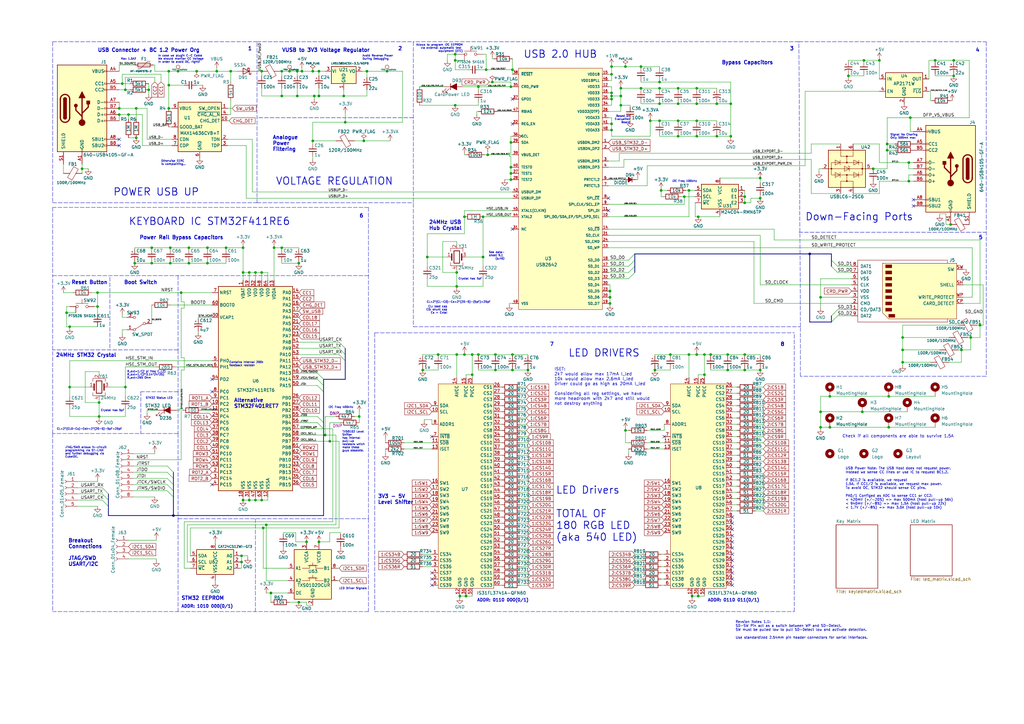
<source format=kicad_sch>
(kicad_sch (version 20211123) (generator eeschema)
  (paper "A3")
  (title_block (title "AGPKeeb Keyboard") (date "2023-02-19") (rev "1.0") (company "AGP"))
  (junction (at 294.005 42.545))
  (junction (at 278.13 49.53))
  (junction (at 80.645 29.21))
  (junction (at 125.73 222.25))
  (junction (at 33.655 69.215))
  (junction (at 353.695 168.91))
  (junction (at 299.72 42.545))
  (junction (at 62.23 107.95))
  (junction (at 198.12 88.9))
  (junction (at 336.55 175.26))
  (junction (at 135.255 180.975))
  (junction (at 270.51 49.53))
  (junction (at 188.595 244.475))
  (junction (at 191.135 244.475))
  (junction (at 250.825 39.37))
  (junction (at 201.93 33.655))
  (junction (at 71.12 211.455))
  (junction (at 250.825 30.48))
  (junction (at 256.54 27.305))
  (junction (at 256.54 176.53))
  (junction (at 280.67 80.645))
  (junction (at 305.435 145.415))
  (junction (at 270.51 36.195))
  (junction (at 173.355 151.765))
  (junction (at 209.55 58.42))
  (junction (at 285.75 36.195))
  (junction (at 209.55 71.12))
  (junction (at 99.695 101.6))
  (junction (at 107.95 216.535))
  (junction (at 305.435 151.765))
  (junction (at 340.36 175.26))
  (junction (at 278.13 42.545))
  (junction (at 370.205 148.59))
  (junction (at 282.575 145.415))
  (junction (at 130.81 222.25))
  (junction (at 373.38 48.26))
  (junction (at 55.88 44.45))
  (junction (at 190.5 88.9))
  (junction (at 198.12 105.41))
  (junction (at 52.705 46.99))
  (junction (at 55.88 56.515))
  (junction (at 288.925 145.415))
  (junction (at 186.69 22.225))
  (junction (at 62.23 101.6))
  (junction (at 311.785 151.765))
  (junction (at 28.575 133.985))
  (junction (at 128.27 29.21))
  (junction (at 394.335 143.51))
  (junction (at 250.825 50.8))
  (junction (at 389.89 92.075))
  (junction (at 107.315 205.105))
  (junction (at 187.325 117.475))
  (junction (at 288.925 153.67))
  (junction (at 203.2 145.415))
  (junction (at 115.57 29.21))
  (junction (at 104.775 111.76))
  (junction (at 121.92 39.37))
  (junction (at 48.895 46.99))
  (junction (at 250.19 121.92))
  (junction (at 305.435 83.185))
  (junction (at 133.35 178.435))
  (junction (at 51.435 36.83))
  (junction (at 85.09 107.95))
  (junction (at 94.615 29.21))
  (junction (at 298.45 145.415))
  (junction (at 291.465 145.415))
  (junction (at 123.825 29.21))
  (junction (at 370.205 143.51))
  (junction (at 69.215 34.925))
  (junction (at 391.16 31.115))
  (junction (at 196.215 145.415))
  (junction (at 254.635 36.195))
  (junction (at 209.55 35.56))
  (junction (at 40.64 170.815))
  (junction (at 107.315 29.21))
  (junction (at 262.89 36.195))
  (junction (at 77.47 107.95))
  (junction (at 305.435 80.645))
  (junction (at 210.185 28.575))
  (junction (at 111.125 243.205))
  (junction (at 364.49 162.56))
  (junction (at 99.06 230.505))
  (junction (at 74.295 120.015))
  (junction (at 286.385 88.9))
  (junction (at 69.215 29.21))
  (junction (at 254.635 43.18))
  (junction (at 210.185 151.765))
  (junction (at 363.855 59.055))
  (junction (at 250.825 40.64))
  (junction (at 271.145 78.105))
  (junction (at 364.49 175.26))
  (junction (at 391.16 24.765))
  (junction (at 360.68 24.765))
  (junction (at 285.75 49.53))
  (junction (at 130.81 39.37))
  (junction (at 250.19 124.46))
  (junction (at 199.39 28.575))
  (junction (at 358.14 69.215))
  (junction (at 282.575 78.105))
  (junction (at 88.9 29.21))
  (junction (at 28.575 158.75))
  (junction (at 203.2 151.765))
  (junction (at 370.205 138.43))
  (junction (at 190.5 145.415))
  (junction (at 270.51 33.655))
  (junction (at 311.785 81.28))
  (junction (at 398.145 138.43))
  (junction (at 179.705 145.415))
  (junction (at 99.06 227.965))
  (junction (at 186.69 43.18))
  (junction (at 187.325 111.76))
  (junction (at 193.675 153.67))
  (junction (at 40.005 125.73))
  (junction (at 158.75 29.21))
  (junction (at 60.96 36.83))
  (junction (at 104.775 205.105))
  (junction (at 73.025 29.21))
  (junction (at 40.64 165.1))
  (junction (at 285.75 42.545))
  (junction (at 383.54 24.765))
  (junction (at 69.215 44.45))
  (junction (at 210.185 145.415))
  (junction (at 278.13 55.88))
  (junction (at 92.71 101.6))
  (junction (at 363.855 61.595))
  (junction (at 109.22 215.265))
  (junction (at 85.09 101.6))
  (junction (at 336.55 168.91))
  (junction (at 122.555 107.95))
  (junction (at 77.47 101.6))
  (junction (at 112.395 101.6))
  (junction (at 283.845 244.475))
  (junction (at 200.025 63.5))
  (junction (at 209.55 73.66))
  (junction (at 99.695 205.105))
  (junction (at 254.635 39.37))
  (junction (at 128.905 39.37))
  (junction (at 270.51 42.545))
  (junction (at 372.745 66.675))
  (junction (at 262.89 27.305))
  (junction (at 51.435 158.75))
  (junction (at 121.92 29.21))
  (junction (at 274.955 145.415))
  (junction (at 340.36 162.56))
  (junction (at 347.98 31.115))
  (junction (at 311.785 73.025))
  (junction (at 266.7 49.53))
  (junction (at 250.825 27.305))
  (junction (at 401.955 133.35))
  (junction (at 40.005 120.015))
  (junction (at 128.27 57.785))
  (junction (at 299.72 55.88))
  (junction (at 149.225 57.785))
  (junction (at 285.75 145.415))
  (junction (at 187.325 145.415))
  (junction (at 50.165 34.29))
  (junction (at 102.235 111.76))
  (junction (at 69.85 101.6))
  (junction (at 250.825 38.1))
  (junction (at 140.97 39.37))
  (junction (at 332.105 104.14))
  (junction (at 115.57 101.6))
  (junction (at 336.55 121.92))
  (junction (at 102.235 205.105))
  (junction (at 294.005 55.88))
  (junction (at 118.745 29.21))
  (junction (at 286.385 244.475))
  (junction (at 278.13 36.195))
  (junction (at 147.32 170.815))
  (junction (at 99.695 111.76))
  (junction (at 354.33 24.765))
  (junction (at 216.535 151.765))
  (junction (at 250.19 119.38))
  (junction (at 186.69 24.765))
  (junction (at 107.315 111.76))
  (junction (at 372.745 74.295))
  (junction (at 268.605 151.765))
  (junction (at 141.605 50.165))
  (junction (at 250.825 53.34))
  (junction (at 130.81 29.21))
  (junction (at 48.895 44.45))
  (junction (at 69.85 107.95))
  (junction (at 55.245 107.95))
  (junction (at 193.675 145.415))
  (junction (at 115.57 39.37))
  (junction (at 122.555 247.015))
  (junction (at 196.215 35.56))
  (junction (at 27.305 128.27))
  (junction (at 298.45 151.765))
  (junction (at 150.495 29.21))
  (junction (at 175.26 105.41))
  (junction (at 209.55 68.58))
  (junction (at 285.75 55.88))
  (no_connect (at 86.995 160.655))
  (no_connect (at 210.185 40.64))
  (no_connect (at 249.555 86.36))
  (no_connect (at 300.355 214.63))
  (no_connect (at 300.355 240.03))
  (no_connect (at 300.355 222.25))
  (no_connect (at 300.355 227.33))
  (no_connect (at 177.165 234.95))
  (no_connect (at 300.355 224.79))
  (no_connect (at 300.355 219.71))
  (no_connect (at 210.185 93.98))
  (no_connect (at 300.355 237.49))
  (no_connect (at 300.355 232.41))
  (no_connect (at 300.355 234.95))
  (no_connect (at 86.995 155.575))
  (no_connect (at 300.355 212.09))
  (no_connect (at 249.555 81.28))
  (no_connect (at 177.165 240.03))
  (no_connect (at 86.995 198.755))
  (no_connect (at 300.355 229.87))
  (no_connect (at 177.165 179.07))
  (no_connect (at 374.65 84.455))
  (no_connect (at 210.185 50.8))
  (no_connect (at 48.895 59.69))
  (no_connect (at 300.355 217.17))
  (no_connect (at 48.895 57.15))
  (no_connect (at 177.165 237.49))
  (no_connect (at 272.415 179.07))
  (no_connect (at 374.65 81.915))
  (bus_entry (at 343.535 127) (size -2.54 2.54))
  (bus_entry (at 130.175 155.575) (size 2.54 2.54))
  (bus_entry (at 130.175 158.115) (size 2.54 2.54))
  (bus_entry (at 139.065 145.415) (size 2.54 2.54))
  (bus_entry (at 139.065 140.335) (size 2.54 2.54))
  (bus_entry (at 68.58 201.295) (size 2.54 2.54))
  (bus_entry (at 68.58 193.675) (size 2.54 2.54))
  (bus_entry (at 41.91 200.025) (size 2.54 2.54))
  (bus_entry (at 340.995 106.68) (size 2.54 2.54))
  (bus_entry (at 257.81 106.68) (size 2.54 -2.54))
  (bus_entry (at 139.065 142.875) (size 2.54 2.54))
  (bus_entry (at 68.58 198.755) (size 2.54 2.54))
  (bus_entry (at 41.91 205.105) (size 2.54 2.54))
  (bus_entry (at 130.175 173.355) (size 2.54 2.54))
  (bus_entry (at 257.81 111.76) (size 2.54 -2.54))
  (bus_entry (at 130.175 170.815) (size 2.54 2.54))
  (bus_entry (at 41.91 202.565) (size 2.54 2.54))
  (bus_entry (at 68.58 191.135) (size 2.54 2.54))
  (bus_entry (at 257.81 109.22) (size 2.54 -2.54))
  (bus_entry (at 257.81 114.3) (size 2.54 -2.54))
  (bus_entry (at 340.995 109.22) (size 2.54 2.54))
  (bus_entry (at 130.175 153.035) (size 2.54 2.54))
  (bus_entry (at 343.535 129.54) (size -2.54 2.54))
  (bus_entry (at 68.58 196.215) (size 2.54 2.54))
  (wire (pts (xy 122.555 158.115) (xy 130.175 158.115)))
  (wire (pts (xy 213.36 237.49) (xy 216.535 237.49)))
  (wire (pts (xy 55.245 107.95) (xy 62.23 107.95)))
  (wire (pts (xy 311.785 151.13) (xy 311.785 151.765)))
  (wire (pts (xy 285.75 144.78) (xy 285.75 145.415)))
  (wire (pts (xy 254.635 36.195) (xy 262.89 36.195)))
  (wire (pts (xy 381.635 41.275) (xy 381.635 37.465)))
  (polyline (pts (xy 73.025 143.51) (xy 73.025 160.655)))
  (wire (pts (xy 271.145 229.87) (xy 272.415 229.87)))
  (wire (pts (xy 250.825 30.48) (xy 249.555 30.48)))
  (wire (pts (xy 330.2 67.945) (xy 330.2 37.465)))
  (wire (pts (xy 205.74 166.37) (xy 205.105 166.37)))
  (wire (pts (xy 121.285 218.44) (xy 116.205 218.44)))
  (wire (pts (xy 122.555 140.335) (xy 139.065 140.335)))
  (wire (pts (xy 274.955 145.415) (xy 282.575 145.415)))
  (polyline (pts (xy 153.67 136.525) (xy 325.755 136.525)))
  (wire (pts (xy 309.88 171.45) (xy 313.055 171.45)))
  (wire (pts (xy 213.36 222.25) (xy 216.535 222.25)))
  (polyline (pts (xy 169.545 48.26) (xy 105.41 48.26)))
  (wire (pts (xy 205.74 237.49) (xy 205.105 237.49)))
  (wire (pts (xy 74.295 146.685) (xy 75.565 146.685)))
  (wire (pts (xy 302.26 176.53) (xy 300.355 176.53)))
  (wire (pts (xy 130.81 36.195) (xy 130.81 39.37)))
  (wire (pts (xy 250.825 30.48) (xy 250.825 27.305)))
  (wire (pts (xy 302.26 199.39) (xy 300.355 199.39)))
  (wire (pts (xy 278.13 55.88) (xy 285.75 55.88)))
  (wire (pts (xy 387.985 92.075) (xy 387.985 87.63)))
  (wire (pts (xy 249.555 66.04) (xy 254 66.04)))
  (wire (pts (xy 360.68 74.295) (xy 372.745 74.295)))
  (wire (pts (xy 265.43 176.53) (xy 272.415 176.53)))
  (wire (pts (xy 394.97 116.84) (xy 403.225 116.84)))
  (wire (pts (xy 165.1 29.21) (xy 165.1 50.165)))
  (wire (pts (xy 305.435 78.105) (xy 305.435 80.645)))
  (wire (pts (xy 196.215 45.72) (xy 195.58 45.72)))
  (wire (pts (xy 387.985 87.63) (xy 385.445 87.63)))
  (wire (pts (xy 311.785 116.84) (xy 311.785 96.52)))
  (wire (pts (xy 309.88 168.91) (xy 313.055 168.91)))
  (wire (pts (xy 28.575 170.815) (xy 40.64 170.815)))
  (wire (pts (xy 51.435 36.83) (xy 53.34 36.83)))
  (wire (pts (xy 309.88 166.37) (xy 313.055 166.37)))
  (wire (pts (xy 48.895 44.45) (xy 55.88 44.45)))
  (wire (pts (xy 128.27 50.165) (xy 128.27 57.785)))
  (wire (pts (xy 62.23 107.95) (xy 69.85 107.95)))
  (wire (pts (xy 203.2 151.765) (xy 210.185 151.765)))
  (wire (pts (xy 93.98 49.53) (xy 93.345 49.53)))
  (wire (pts (xy 401.955 124.46) (xy 394.97 124.46)))
  (wire (pts (xy 210.185 28.575) (xy 210.185 30.48)))
  (wire (pts (xy 190.5 88.9) (xy 190.5 86.36)))
  (wire (pts (xy 258.445 43.18) (xy 254.635 43.18)))
  (wire (pts (xy 99.06 233.045) (xy 98.425 233.045)))
  (bus (pts (xy 71.12 201.295) (xy 71.12 203.835)))
  (wire (pts (xy 107.315 205.105) (xy 107.315 203.835)))
  (wire (pts (xy 54.61 203.835) (xy 63.5 203.835)))
  (wire (pts (xy 302.26 186.69) (xy 300.355 186.69)))
  (wire (pts (xy 173.355 151.13) (xy 173.355 151.765)))
  (polyline (pts (xy 21.59 17.145) (xy 21.59 83.185)))
  (wire (pts (xy 193.675 153.67) (xy 193.675 154.94)))
  (wire (pts (xy 205.74 224.79) (xy 205.105 224.79)))
  (wire (pts (xy 122.555 153.035) (xy 130.175 153.035)))
  (wire (pts (xy 213.36 212.09) (xy 216.535 212.09)))
  (wire (pts (xy 271.145 77.47) (xy 271.145 78.105)))
  (wire (pts (xy 278.13 55.245) (xy 278.13 55.88)))
  (wire (pts (xy 111.125 243.205) (xy 118.11 243.205)))
  (wire (pts (xy 77.47 107.315) (xy 77.47 107.95)))
  (wire (pts (xy 205.74 168.91) (xy 205.105 168.91)))
  (wire (pts (xy 102.235 111.76) (xy 104.775 111.76)))
  (wire (pts (xy 285.75 50.165) (xy 285.75 49.53)))
  (wire (pts (xy 60.325 44.45) (xy 60.325 57.15)))
  (wire (pts (xy 332.74 79.375) (xy 344.805 79.375)))
  (wire (pts (xy 64.135 229.87) (xy 64.135 229.235)))
  (wire (pts (xy 282.575 145.415) (xy 282.575 154.94)))
  (wire (pts (xy 254.635 39.37) (xy 254.635 43.18)))
  (wire (pts (xy 190.5 95.885) (xy 190.5 88.9)))
  (wire (pts (xy 294.005 41.91) (xy 294.005 42.545)))
  (wire (pts (xy 48.895 34.29) (xy 50.165 34.29)))
  (polyline (pts (xy 404.495 154.305) (xy 328.295 154.305)))
  (wire (pts (xy 69.215 44.45) (xy 70.485 44.45)))
  (wire (pts (xy 179.705 145.415) (xy 187.325 145.415)))
  (polyline (pts (xy 151.13 212.725) (xy 151.13 250.825)))
  (wire (pts (xy 390.525 41.275) (xy 389.89 41.275)))
  (wire (pts (xy 88.9 29.21) (xy 94.615 29.21)))
  (wire (pts (xy 60.96 38.735) (xy 60.96 36.83)))
  (wire (pts (xy 51.435 167.64) (xy 51.435 170.815)))
  (wire (pts (xy 302.26 204.47) (xy 300.355 204.47)))
  (wire (pts (xy 40.005 120.015) (xy 74.295 120.015)))
  (wire (pts (xy 398.78 101.6) (xy 398.78 121.92)))
  (wire (pts (xy 27.305 125.73) (xy 27.305 128.27)))
  (wire (pts (xy 283.845 244.475) (xy 286.385 244.475)))
  (wire (pts (xy 40.64 170.815) (xy 40.64 171.45)))
  (wire (pts (xy 209.55 35.56) (xy 210.185 35.56)))
  (wire (pts (xy 205.74 181.61) (xy 205.105 181.61)))
  (wire (pts (xy 286.385 153.67) (xy 286.385 154.94)))
  (wire (pts (xy 102.235 205.105) (xy 104.775 205.105)))
  (wire (pts (xy 340.36 175.26) (xy 364.49 175.26)))
  (wire (pts (xy 249.555 33.02) (xy 250.825 33.02)))
  (wire (pts (xy 250.19 119.38) (xy 249.555 119.38)))
  (bus (pts (xy 71.12 193.675) (xy 71.12 196.215)))
  (wire (pts (xy 55.88 44.45) (xy 60.325 44.45)))
  (wire (pts (xy 285.115 83.185) (xy 285.115 88.9)))
  (wire (pts (xy 73.025 29.21) (xy 80.645 29.21)))
  (wire (pts (xy 205.74 158.75) (xy 205.105 158.75)))
  (wire (pts (xy 107.315 29.21) (xy 107.315 31.115)))
  (wire (pts (xy 270.51 50.165) (xy 270.51 49.53)))
  (wire (pts (xy 198.755 63.5) (xy 200.025 63.5)))
  (wire (pts (xy 128.27 57.785) (xy 137.795 57.785)))
  (wire (pts (xy 249.555 40.64) (xy 250.825 40.64)))
  (wire (pts (xy 210.185 73.66) (xy 209.55 73.66)))
  (wire (pts (xy 309.88 184.15) (xy 313.055 184.15)))
  (wire (pts (xy 216.535 179.07) (xy 213.36 179.07)))
  (polyline (pts (xy 327.66 95.25) (xy 404.495 95.25)))
  (wire (pts (xy 270.51 33.655) (xy 299.72 33.655)))
  (wire (pts (xy 364.49 162.56) (xy 383.54 162.56)))
  (wire (pts (xy 258.445 43.18) (xy 258.445 43.815)))
  (wire (pts (xy 283.845 244.475) (xy 283.845 243.84)))
  (wire (pts (xy 104.775 111.76) (xy 107.315 111.76)))
  (wire (pts (xy 286.385 244.475) (xy 286.385 243.84)))
  (wire (pts (xy 69.215 34.925) (xy 69.215 44.45)))
  (wire (pts (xy 340.36 162.56) (xy 364.49 162.56)))
  (bus (pts (xy 340.995 104.14) (xy 340.995 106.68)))
  (wire (pts (xy 103.505 57.15) (xy 93.345 57.15)))
  (wire (pts (xy 186.69 22.225) (xy 183.515 22.225)))
  (wire (pts (xy 278.13 50.165) (xy 278.13 49.53)))
  (wire (pts (xy 250.825 38.1) (xy 250.825 35.56)))
  (wire (pts (xy 336.55 121.92) (xy 336.55 126.365)))
  (wire (pts (xy 76.835 215.265) (xy 109.22 215.265)))
  (wire (pts (xy 86.995 168.275) (xy 82.55 168.275)))
  (wire (pts (xy 271.145 240.03) (xy 272.415 240.03)))
  (wire (pts (xy 254 66.04) (xy 254 62.865)))
  (wire (pts (xy 122.555 173.355) (xy 130.175 173.355)))
  (wire (pts (xy 271.145 78.105) (xy 273.685 78.105)))
  (wire (pts (xy 208.915 64.135) (xy 209.55 64.135)))
  (wire (pts (xy 209.55 68.58) (xy 209.55 71.12)))
  (wire (pts (xy 37.465 120.015) (xy 40.005 120.015)))
  (polyline (pts (xy 73.025 143.51) (xy 21.59 143.51)))
  (wire (pts (xy 249.555 76.2) (xy 265.43 76.2)))
  (polyline (pts (xy 21.59 83.185) (xy 105.41 83.185)))
  (wire (pts (xy 138.43 233.045) (xy 139.065 233.045)))
  (wire (pts (xy 349.25 114.3) (xy 336.55 114.3)))
  (polyline (pts (xy 21.59 85.09) (xy 21.59 113.03)))
  (wire (pts (xy 260.35 229.87) (xy 263.525 229.87)))
  (wire (pts (xy 373.38 53.975) (xy 374.65 53.975)))
  (wire (pts (xy 347.98 30.48) (xy 347.98 31.115)))
  (wire (pts (xy 201.93 33.655) (xy 209.55 33.655)))
  (wire (pts (xy 305.435 145.415) (xy 305.435 146.05)))
  (wire (pts (xy 401.955 98.425) (xy 401.955 124.46)))
  (wire (pts (xy 175.26 117.475) (xy 187.325 117.475)))
  (wire (pts (xy 403.225 133.35) (xy 401.955 133.35)))
  (wire (pts (xy 128.27 29.21) (xy 130.81 29.21)))
  (polyline (pts (xy 327.66 17.145) (xy 169.545 17.145)))
  (wire (pts (xy 128.27 248.285) (xy 125.73 248.285)))
  (wire (pts (xy 198.12 114.3) (xy 198.12 117.475)))
  (wire (pts (xy 295.275 88.9) (xy 295.275 88.265)))
  (wire (pts (xy 373.38 48.26) (xy 363.855 48.26)))
  (wire (pts (xy 216.535 145.415) (xy 216.535 146.05)))
  (wire (pts (xy 123.825 27.94) (xy 123.825 29.21)))
  (wire (pts (xy 115.57 107.95) (xy 122.555 107.95)))
  (wire (pts (xy 52.705 221.615) (xy 64.135 221.615)))
  (wire (pts (xy 250.825 39.37) (xy 254.635 39.37)))
  (wire (pts (xy 280.67 80.645) (xy 285.115 80.645)))
  (wire (pts (xy 360.68 59.055) (xy 349.885 59.055)))
  (wire (pts (xy 255.905 68.58) (xy 255.905 65.405)))
  (wire (pts (xy 213.36 234.95) (xy 216.535 234.95)))
  (wire (pts (xy 394.335 143.51) (xy 398.145 143.51)))
  (wire (pts (xy 74.295 120.015) (xy 74.295 123.825)))
  (wire (pts (xy 295.275 73.025) (xy 311.785 73.025)))
  (wire (pts (xy 207.01 73.66) (xy 209.55 73.66)))
  (wire (pts (xy 51.435 170.815) (xy 40.64 170.815)))
  (wire (pts (xy 74.295 151.765) (xy 74.295 188.595)))
  (wire (pts (xy 135.255 173.355) (xy 135.255 180.975)))
  (bus (pts (xy 71.12 196.215) (xy 71.12 198.755)))
  (polyline (pts (xy 151.13 85.09) (xy 151.13 113.03)))
  (wire (pts (xy 278.13 36.195) (xy 278.13 36.83)))
  (wire (pts (xy 104.775 205.105) (xy 107.315 205.105)))
  (wire (pts (xy 122.555 170.815) (xy 130.175 170.815)))
  (wire (pts (xy 373.38 48.26) (xy 373.38 53.975)))
  (wire (pts (xy 51.435 158.75) (xy 51.435 162.56)))
  (wire (pts (xy 291.465 145.415) (xy 298.45 145.415)))
  (wire (pts (xy 54.61 191.135) (xy 68.58 191.135)))
  (wire (pts (xy 205.74 214.63) (xy 205.105 214.63)))
  (wire (pts (xy 317.5 93.98) (xy 317.5 98.425)))
  (wire (pts (xy 74.93 167.64) (xy 73.66 167.64)))
  (wire (pts (xy 158.115 179.705) (xy 158.115 181.61)))
  (wire (pts (xy 140.97 39.37) (xy 150.495 39.37)))
  (wire (pts (xy 249.555 99.06) (xy 309.245 99.06)))
  (wire (pts (xy 286.385 244.475) (xy 288.925 244.475)))
  (wire (pts (xy 383.54 30.48) (xy 383.54 31.115)))
  (wire (pts (xy 200.66 33.655) (xy 201.93 33.655)))
  (wire (pts (xy 109.855 111.76) (xy 109.855 114.935)))
  (wire (pts (xy 62.23 101.6) (xy 69.85 101.6)))
  (wire (pts (xy 69.215 52.07) (xy 70.485 52.07)))
  (wire (pts (xy 51.435 158.75) (xy 44.45 158.75)))
  (wire (pts (xy 201.93 23.495) (xy 201.93 24.13)))
  (wire (pts (xy 249.555 93.98) (xy 317.5 93.98)))
  (wire (pts (xy 34.925 165.1) (xy 40.64 165.1)))
  (wire (pts (xy 48.895 46.99) (xy 52.705 46.99)))
  (wire (pts (xy 210.185 24.13) (xy 210.185 28.575)))
  (bus (pts (xy 340.995 129.54) (xy 340.995 132.08)))
  (wire (pts (xy 193.675 145.415) (xy 196.215 145.415)))
  (wire (pts (xy 250.19 116.84) (xy 250.19 119.38)))
  (wire (pts (xy 302.26 168.91) (xy 300.355 168.91)))
  (wire (pts (xy 27.305 128.27) (xy 27.305 133.985)))
  (wire (pts (xy 370.205 148.59) (xy 370.205 149.86)))
  (wire (pts (xy 150.495 29.21) (xy 150.495 31.75)))
  (wire (pts (xy 40.64 152.4) (xy 34.925 152.4)))
  (wire (pts (xy 262.89 27.305) (xy 262.89 27.94)))
  (wire (pts (xy 200.025 62.23) (xy 200.025 63.5)))
  (wire (pts (xy 309.245 99.06) (xy 309.245 124.46)))
  (wire (pts (xy 271.145 234.95) (xy 272.415 234.95)))
  (wire (pts (xy 205.74 222.25) (xy 205.105 222.25)))
  (wire (pts (xy 353.695 168.91) (xy 336.55 168.91)))
  (bus (pts (xy 71.12 203.835) (xy 71.12 211.455)))
  (wire (pts (xy 262.89 33.655) (xy 270.51 33.655)))
  (wire (pts (xy 394.335 143.51) (xy 394.335 148.59)))
  (wire (pts (xy 274.955 145.415) (xy 274.955 146.05)))
  (wire (pts (xy 40.64 153.67) (xy 40.64 152.4)))
  (wire (pts (xy 250.825 55.88) (xy 250.825 53.34)))
  (wire (pts (xy 249.555 101.6) (xy 398.78 101.6)))
  (wire (pts (xy 64.135 229.235) (xy 52.705 229.235)))
  (wire (pts (xy 64.77 168.275) (xy 60.325 168.275)))
  (wire (pts (xy 75.565 146.685) (xy 75.565 151.765)))
  (wire (pts (xy 130.81 222.25) (xy 130.81 222.885)))
  (polyline (pts (xy 328.295 154.305) (xy 328.295 133.985)))
  (wire (pts (xy 50.165 34.29) (xy 53.34 34.29)))
  (wire (pts (xy 175.26 105.41) (xy 175.26 109.22)))
  (wire (pts (xy 196.85 28.575) (xy 199.39 28.575)))
  (wire (pts (xy 76.835 215.265) (xy 76.835 230.505)))
  (wire (pts (xy 77.47 107.95) (xy 85.09 107.95)))
  (wire (pts (xy 51.435 36.83) (xy 51.435 31.75)))
  (wire (pts (xy 294.005 36.83) (xy 294.005 36.195)))
  (wire (pts (xy 75.565 126.365) (xy 74.295 126.365)))
  (wire (pts (xy 114.935 29.21) (xy 115.57 29.21)))
  (wire (pts (xy 205.74 217.17) (xy 205.105 217.17)))
  (wire (pts (xy 116.205 224.155) (xy 116.205 224.79)))
  (wire (pts (xy 250.825 53.34) (xy 250.825 50.8)))
  (wire (pts (xy 343.535 109.22) (xy 349.25 109.22)))
  (wire (pts (xy 254.635 39.37) (xy 254.635 36.195)))
  (wire (pts (xy 179.705 151.13) (xy 179.705 151.765)))
  (wire (pts (xy 210.185 124.46) (xy 208.915 124.46)))
  (wire (pts (xy 48.895 36.83) (xy 51.435 36.83)))
  (wire (pts (xy 213.36 186.69) (xy 216.535 186.69)))
  (wire (pts (xy 354.33 24.765) (xy 354.33 25.4)))
  (wire (pts (xy 309.88 194.31) (xy 313.055 194.31)))
  (polyline (pts (xy 153.67 250.825) (xy 325.755 250.825)))
  (wire (pts (xy 40.005 196.85) (xy 40.005 197.485)))
  (wire (pts (xy 99.695 111.76) (xy 99.695 114.935)))
  (bus (pts (xy 141.605 147.955) (xy 141.605 155.575)))
  (polyline (pts (xy 104.775 212.725) (xy 104.775 250.825)))
  (wire (pts (xy 125.73 248.285) (xy 125.73 247.015)))
  (polyline (pts (xy 73.025 177.8) (xy 21.59 177.8)))
  (wire (pts (xy 372.745 69.215) (xy 372.745 66.675)))
  (wire (pts (xy 374.65 71.755) (xy 372.745 71.755)))
  (bus (pts (xy 340.995 106.68) (xy 340.995 109.22)))
  (wire (pts (xy 92.71 107.95) (xy 92.71 107.315)))
  (bus (pts (xy 340.995 132.08) (xy 332.105 132.08)))
  (wire (pts (xy 336.55 114.3) (xy 336.55 121.92)))
  (wire (pts (xy 309.88 158.75) (xy 313.055 158.75)))
  (wire (pts (xy 354.33 24.765) (xy 360.68 24.765)))
  (wire (pts (xy 52.07 135.255) (xy 50.165 135.255)))
  (wire (pts (xy 203.2 145.415) (xy 203.2 146.05)))
  (wire (pts (xy 186.69 22.225) (xy 187.96 22.225)))
  (wire (pts (xy 115.57 29.21) (xy 118.745 29.21)))
  (wire (pts (xy 299.72 42.545) (xy 299.72 55.88)))
  (wire (pts (xy 270.51 36.195) (xy 278.13 36.195)))
  (wire (pts (xy 354.33 30.48) (xy 354.33 31.115)))
  (wire (pts (xy 311.785 145.415) (xy 311.785 146.05)))
  (wire (pts (xy 115.57 101.6) (xy 122.555 101.6)))
  (wire (pts (xy 93.345 46.99) (xy 94.615 46.99)))
  (wire (pts (xy 249.555 45.72) (xy 254.635 45.72)))
  (wire (pts (xy 122.555 155.575) (xy 130.175 155.575)))
  (wire (pts (xy 215.9 176.53) (xy 213.36 176.53)))
  (wire (pts (xy 249.555 73.66) (xy 255.905 73.66)))
  (wire (pts (xy 128.27 50.165) (xy 141.605 50.165)))
  (bus (pts (xy 44.45 202.565) (xy 44.45 205.105)))
  (wire (pts (xy 340.36 162.56) (xy 336.55 162.56)))
  (wire (pts (xy 215.9 171.45) (xy 213.36 171.45)))
  (wire (pts (xy 381 24.765) (xy 383.54 24.765)))
  (wire (pts (xy 135.255 218.44) (xy 139.7 218.44)))
  (wire (pts (xy 103.505 78.74) (xy 210.185 78.74)))
  (wire (pts (xy 270.51 49.53) (xy 266.7 49.53)))
  (wire (pts (xy 360.68 79.375) (xy 360.68 74.295)))
  (polyline (pts (xy 73.025 113.03) (xy 73.025 143.51)))
  (wire (pts (xy 262.89 27.305) (xy 270.51 27.305)))
  (wire (pts (xy 372.745 66.675) (xy 374.65 66.675)))
  (wire (pts (xy 347.98 25.4) (xy 347.98 24.765)))
  (wire (pts (xy 270.51 36.195) (xy 270.51 36.83)))
  (wire (pts (xy 391.16 24.765) (xy 391.16 25.4)))
  (wire (pts (xy 288.925 145.415) (xy 285.75 145.415)))
  (polyline (pts (xy 21.59 177.8) (xy 21.59 143.51)))
  (wire (pts (xy 64.135 221.615) (xy 64.135 220.98)))
  (wire (pts (xy 99.695 203.835) (xy 99.695 205.105)))
  (wire (pts (xy 186.69 24.765) (xy 186.69 22.225)))
  (wire (pts (xy 337.185 69.215) (xy 335.915 69.215)))
  (wire (pts (xy 260.35 237.49) (xy 263.525 237.49)))
  (wire (pts (xy 85.09 101.6) (xy 92.71 101.6)))
  (wire (pts (xy 31.75 197.485) (xy 40.005 197.485)))
  (wire (pts (xy 213.36 219.71) (xy 216.535 219.71)))
  (wire (pts (xy 215.9 166.37) (xy 213.36 166.37)))
  (wire (pts (xy 173.355 145.415) (xy 179.705 145.415)))
  (wire (pts (xy 294.005 55.245) (xy 294.005 55.88)))
  (wire (pts (xy 363.855 59.055) (xy 363.855 61.595)))
  (wire (pts (xy 132.715 175.895) (xy 136.525 175.895)))
  (wire (pts (xy 385.445 87.63) (xy 385.445 88.265)))
  (wire (pts (xy 360.68 66.675) (xy 372.745 66.675)))
  (wire (pts (xy 294.005 36.195) (xy 285.75 36.195)))
  (wire (pts (xy 81.28 135.89) (xy 81.28 136.525)))
  (wire (pts (xy 381 24.765) (xy 381 32.385)))
  (wire (pts (xy 27.305 128.27) (xy 31.115 128.27)))
  (wire (pts (xy 213.36 199.39) (xy 216.535 199.39)))
  (wire (pts (xy 112.395 114.935) (xy 112.395 101.6)))
  (wire (pts (xy 74.295 123.825) (xy 75.565 123.825)))
  (wire (pts (xy 198.12 117.475) (xy 187.325 117.475)))
  (wire (pts (xy 302.26 166.37) (xy 300.355 166.37)))
  (wire (pts (xy 249.555 68.58) (xy 255.905 68.58)))
  (wire (pts (xy 213.36 194.31) (xy 216.535 194.31)))
  (wire (pts (xy 347.98 31.115) (xy 347.98 31.75)))
  (wire (pts (xy 298.45 151.13) (xy 298.45 151.765)))
  (wire (pts (xy 118.11 238.125) (xy 109.22 238.125)))
  (wire (pts (xy 294.005 50.165) (xy 294.005 49.53)))
  (wire (pts (xy 147.32 170.815) (xy 147.32 173.355)))
  (wire (pts (xy 278.13 41.91) (xy 278.13 42.545)))
  (wire (pts (xy 196.215 151.13) (xy 196.215 151.765)))
  (wire (pts (xy 85.09 107.95) (xy 92.71 107.95)))
  (wire (pts (xy 112.395 101.6) (xy 115.57 101.6)))
  (wire (pts (xy 74.295 126.365) (xy 74.295 146.685)))
  (wire (pts (xy 309.88 199.39) (xy 313.055 199.39)))
  (wire (pts (xy 60.325 168.275) (xy 60.325 169.545)))
  (wire (pts (xy 383.54 24.765) (xy 391.16 24.765)))
  (wire (pts (xy 401.955 138.43) (xy 401.955 133.35)))
  (wire (pts (xy 353.695 168.91) (xy 372.11 168.91)))
  (wire (pts (xy 111.125 247.015) (xy 111.125 243.205)))
  (wire (pts (xy 278.13 42.545) (xy 285.75 42.545)))
  (wire (pts (xy 80.645 29.21) (xy 88.9 29.21)))
  (wire (pts (xy 187.325 111.76) (xy 187.325 117.475)))
  (wire (pts (xy 173.355 229.87) (xy 177.165 229.87)))
  (wire (pts (xy 305.435 151.765) (xy 311.785 151.765)))
  (wire (pts (xy 285.115 88.9) (xy 286.385 88.9)))
  (wire (pts (xy 260.35 234.95) (xy 263.525 234.95)))
  (wire (pts (xy 249.555 35.56) (xy 250.825 35.56)))
  (wire (pts (xy 336.55 168.91) (xy 336.55 175.26)))
  (wire (pts (xy 382.27 41.275) (xy 381.635 41.275)))
  (wire (pts (xy 249.555 38.1) (xy 250.825 38.1)))
  (wire (pts (xy 213.36 240.03) (xy 216.535 240.03)))
  (polyline (pts (xy 169.545 133.985) (xy 328.295 133.985)))
  (wire (pts (xy 136.525 213.995) (xy 75.565 213.995)))
  (wire (pts (xy 115.57 39.37) (xy 121.92 39.37)))
  (wire (pts (xy 38.735 125.73) (xy 40.005 125.73)))
  (wire (pts (xy 118.745 29.21) (xy 121.92 29.21)))
  (wire (pts (xy 128.27 64.135) (xy 128.27 65.405)))
  (wire (pts (xy 210.185 151.765) (xy 216.535 151.765)))
  (wire (pts (xy 69.215 29.21) (xy 69.215 34.925)))
  (wire (pts (xy 258.445 48.895) (xy 258.445 49.53)))
  (wire (pts (xy 81.28 130.175) (xy 81.28 130.81)))
  (wire (pts (xy 262.89 36.195) (xy 270.51 36.195)))
  (wire (pts (xy 270.51 27.305) (xy 270.51 27.94)))
  (wire (pts (xy 147.32 170.815) (xy 145.415 170.815)))
  (bus (pts (xy 71.12 211.455) (xy 44.45 211.455)))
  (wire (pts (xy 107.315 205.105) (xy 109.855 205.105)))
  (wire (pts (xy 391.16 30.48) (xy 391.16 31.115)))
  (wire (pts (xy 381.635 148.59) (xy 370.205 148.59)))
  (wire (pts (xy 135.255 180.975) (xy 139.065 180.975)))
  (wire (pts (xy 205.74 186.69) (xy 205.105 186.69)))
  (wire (pts (xy 133.35 170.815) (xy 133.35 178.435)))
  (wire (pts (xy 285.75 145.415) (xy 282.575 145.415)))
  (wire (pts (xy 215.9 173.99) (xy 213.36 173.99)))
  (wire (pts (xy 249.555 106.68) (xy 257.81 106.68)))
  (wire (pts (xy 93.345 44.45) (xy 95.25 44.45)))
  (wire (pts (xy 123.825 29.21) (xy 128.27 29.21)))
  (wire (pts (xy 309.88 179.07) (xy 313.055 179.07)))
  (wire (pts (xy 186.69 28.575) (xy 191.77 28.575)))
  (wire (pts (xy 309.88 196.85) (xy 313.055 196.85)))
  (wire (pts (xy 107.95 216.535) (xy 107.95 233.045)))
  (wire (pts (xy 249.555 83.82) (xy 280.67 83.82)))
  (wire (pts (xy 198.12 105.41) (xy 198.12 109.22)))
  (wire (pts (xy 40.005 125.73) (xy 40.005 120.015)))
  (wire (pts (xy 354.33 31.115) (xy 347.98 31.115)))
  (wire (pts (xy 270.51 55.88) (xy 278.13 55.88)))
  (wire (pts (xy 213.36 217.17) (xy 216.535 217.17)))
  (polyline (pts (xy 151.13 85.09) (xy 21.59 85.09)))
  (wire (pts (xy 122.555 101.6) (xy 122.555 102.235)))
  (wire (pts (xy 363.855 69.215) (xy 358.14 69.215)))
  (wire (pts (xy 210.185 58.42) (xy 209.55 58.42)))
  (wire (pts (xy 60.96 34.29) (xy 60.96 36.83)))
  (wire (pts (xy 309.88 209.55) (xy 313.055 209.55)))
  (polyline (pts (xy 73.025 160.655) (xy 73.025 177.8)))
  (wire (pts (xy 256.54 181.61) (xy 256.54 176.53)))
  (wire (pts (xy 63.5 29.21) (xy 69.215 29.21)))
  (wire (pts (xy 50.165 135.255) (xy 50.165 137.16)))
  (wire (pts (xy 309.88 201.93) (xy 313.055 201.93)))
  (wire (pts (xy 213.36 196.85) (xy 216.535 196.85)))
  (wire (pts (xy 363.855 59.055) (xy 367.03 59.055)))
  (wire (pts (xy 99.06 230.505) (xy 99.06 233.045)))
  (wire (pts (xy 256.54 27.305) (xy 262.89 27.305)))
  (wire (pts (xy 48.895 46.99) (xy 48.895 49.53)))
  (wire (pts (xy 250.825 27.305) (xy 256.54 27.305)))
  (wire (pts (xy 179.705 151.765) (xy 173.355 151.765)))
  (wire (pts (xy 191.135 244.475) (xy 191.135 243.84)))
  (wire (pts (xy 215.9 158.75) (xy 213.36 158.75)))
  (wire (pts (xy 118.745 247.015) (xy 122.555 247.015)))
  (wire (pts (xy 274.955 151.13) (xy 274.955 151.765)))
  (polyline (pts (xy 45.085 113.665) (xy 45.085 143.51)))
  (wire (pts (xy 332.74 65.405) (xy 332.74 79.375)))
  (wire (pts (xy 181.61 99.06) (xy 181.61 111.76)))
  (wire (pts (xy 175.26 114.3) (xy 175.26 117.475)))
  (wire (pts (xy 397.51 24.765) (xy 397.51 48.26)))
  (wire (pts (xy 257.81 184.15) (xy 257.81 186.055)))
  (wire (pts (xy 250.19 121.92) (xy 249.555 121.92)))
  (wire (pts (xy 99.06 227.965) (xy 99.06 230.505)))
  (wire (pts (xy 66.04 33.655) (xy 66.04 30.48)))
  (polyline (pts (xy 21.59 143.51) (xy 21.59 113.03)))
  (wire (pts (xy 198.12 88.9) (xy 198.12 105.41)))
  (wire (pts (xy 69.85 101.6) (xy 69.85 102.235)))
  (wire (pts (xy 101.6 228.6) (xy 101.6 227.965)))
  (wire (pts (xy 199.39 28.575) (xy 210.185 28.575)))
  (wire (pts (xy 360.68 24.765) (xy 360.68 32.385)))
  (wire (pts (xy 249.555 48.26) (xy 250.825 48.26)))
  (wire (pts (xy 302.26 171.45) (xy 300.355 171.45)))
  (wire (pts (xy 63.5 26.67) (xy 62.865 26.67)))
  (wire (pts (xy 270.51 41.91) (xy 270.51 42.545)))
  (wire (pts (xy 99.06 230.505) (xy 98.425 230.505)))
  (wire (pts (xy 52.07 130.175) (xy 50.165 130.175)))
  (wire (pts (xy 302.26 209.55) (xy 300.355 209.55)))
  (wire (pts (xy 121.92 36.195) (xy 121.92 39.37)))
  (wire (pts (xy 63.5 31.75) (xy 63.5 33.655)))
  (wire (pts (xy 305.435 145.415) (xy 311.785 145.415)))
  (wire (pts (xy 265.43 184.15) (xy 272.415 184.15)))
  (wire (pts (xy 394.97 110.49) (xy 396.24 110.49)))
  (wire (pts (xy 125.73 222.25) (xy 125.73 222.885)))
  (wire (pts (xy 205.74 179.07) (xy 205.105 179.07)))
  (wire (pts (xy 309.88 207.01) (xy 313.055 207.01)))
  (wire (pts (xy 55.245 107.315) (xy 55.245 107.95)))
  (polyline (pts (xy 73.025 160.655) (xy 57.785 160.655)))
  (wire (pts (xy 271.145 227.33) (xy 272.415 227.33)))
  (wire (pts (xy 249.555 114.3) (xy 257.81 114.3)))
  (polyline (pts (xy 151.13 250.825) (xy 21.59 250.825)))
  (wire (pts (xy 330.2 37.465) (xy 360.68 37.465)))
  (wire (pts (xy 78.105 216.535) (xy 107.95 216.535)))
  (wire (pts (xy 309.88 204.47) (xy 313.055 204.47)))
  (wire (pts (xy 177.165 173.99) (xy 177.165 172.085)))
  (wire (pts (xy 150.495 36.83) (xy 150.495 39.37)))
  (wire (pts (xy 208.915 62.865) (xy 208.915 64.135)))
  (wire (pts (xy 393.065 143.51) (xy 394.335 143.51)))
  (wire (pts (xy 340.36 175.26) (xy 336.55 175.26)))
  (wire (pts (xy 54.61 196.215) (xy 68.58 196.215)))
  (wire (pts (xy 63.5 26.67) (xy 63.5 29.21)))
  (wire (pts (xy 199.39 22.225) (xy 199.39 28.575)))
  (polyline (pts (xy 404.495 17.145) (xy 404.495 154.305)))
  (wire (pts (xy 383.54 31.115) (xy 391.16 31.115)))
  (wire (pts (xy 128.27 57.785) (xy 128.27 59.055)))
  (wire (pts (xy 75.565 213.995) (xy 75.565 233.045)))
  (wire (pts (xy 266.7 48.895) (xy 266.7 49.53)))
  (wire (pts (xy 139.065 180.975) (xy 139.065 216.535)))
  (wire (pts (xy 302.26 179.07) (xy 300.355 179.07)))
  (wire (pts (xy 213.36 184.15) (xy 216.535 184.15)))
  (polyline (pts (xy 169.545 17.145) (xy 169.545 133.985)))
  (wire (pts (xy 188.595 244.475) (xy 188.595 243.84)))
  (wire (pts (xy 265.43 181.61) (xy 272.415 181.61)))
  (wire (pts (xy 125.73 247.015) (xy 122.555 247.015)))
  (wire (pts (xy 271.145 80.645) (xy 271.145 78.105)))
  (wire (pts (xy 302.26 181.61) (xy 300.355 181.61)))
  (wire (pts (xy 40.64 165.1) (xy 40.64 163.83)))
  (polyline (pts (xy 105.41 83.185) (xy 169.545 83.185)))
  (wire (pts (xy 208.915 124.46) (xy 208.915 125.095)))
  (wire (pts (xy 285.75 49.53) (xy 278.13 49.53)))
  (bus (pts (xy 132.715 158.115) (xy 132.715 160.655)))
  (wire (pts (xy 66.04 30.48) (xy 50.165 30.48)))
  (wire (pts (xy 215.9 161.29) (xy 213.36 161.29)))
  (wire (pts (xy 121.285 222.25) (xy 121.285 218.44)))
  (wire (pts (xy 205.74 173.99) (xy 205.105 173.99)))
  (wire (pts (xy 309.88 181.61) (xy 313.055 181.61)))
  (wire (pts (xy 288.925 153.67) (xy 288.925 154.94)))
  (bus (pts (xy 260.35 109.22) (xy 260.35 106.68)))
  (wire (pts (xy 288.925 145.415) (xy 291.465 145.415)))
  (wire (pts (xy 360.68 24.13) (xy 360.68 24.765)))
  (wire (pts (xy 283.845 244.475) (xy 283.845 245.11)))
  (wire (pts (xy 372.745 74.295) (xy 374.65 74.295)))
  (wire (pts (xy 86.995 130.175) (xy 81.28 130.175)))
  (wire (pts (xy 215.9 168.91) (xy 213.36 168.91)))
  (wire (pts (xy 360.68 66.675) (xy 360.68 59.055)))
  (wire (pts (xy 137.795 178.435) (xy 137.795 215.265)))
  (wire (pts (xy 94.615 29.21) (xy 97.155 29.21)))
  (wire (pts (xy 104.775 29.21) (xy 107.315 29.21)))
  (wire (pts (xy 31.75 200.025) (xy 41.91 200.025)))
  (wire (pts (xy 309.88 186.69) (xy 313.055 186.69)))
  (wire (pts (xy 63.5 186.055) (xy 63.5 185.42)))
  (wire (pts (xy 149.225 57.785) (xy 160.02 57.785)))
  (wire (pts (xy 302.26 201.93) (xy 300.355 201.93)))
  (polyline (pts (xy 151.13 113.03) (xy 73.025 113.03)))
  (wire (pts (xy 205.74 171.45) (xy 205.105 171.45)))
  (wire (pts (xy 349.885 79.375) (xy 360.68 79.375)))
  (wire (pts (xy 205.74 199.39) (xy 205.105 199.39)))
  (wire (pts (xy 122.555 175.895) (xy 132.715 175.895)))
  (wire (pts (xy 69.215 29.21) (xy 73.025 29.21)))
  (wire (pts (xy 191.135 153.67) (xy 191.135 154.94)))
  (wire (pts (xy 52.705 46.99) (xy 58.42 46.99)))
  (wire (pts (xy 250.19 124.46) (xy 249.555 124.46)))
  (wire (pts (xy 85.09 107.315) (xy 85.09 107.95)))
  (wire (pts (xy 52.705 46.99) (xy 52.705 48.895)))
  (bus (pts (xy 44.45 207.645) (xy 44.45 211.455)))
  (wire (pts (xy 183.515 22.225) (xy 183.515 24.765)))
  (wire (pts (xy 175.26 105.41) (xy 175.26 95.885)))
  (wire (pts (xy 62.23 107.315) (xy 62.23 107.95)))
  (wire (pts (xy 122.555 145.415) (xy 139.065 145.415)))
  (wire (pts (xy 74.295 120.015) (xy 86.995 120.015)))
  (wire (pts (xy 69.85 125.095) (xy 86.995 125.095)))
  (wire (pts (xy 104.775 111.76) (xy 104.775 114.935)))
  (wire (pts (xy 250.825 43.18) (xy 250.825 40.64)))
  (wire (pts (xy 40.005 125.73) (xy 40.005 128.905)))
  (bus (pts (xy 141.605 142.875) (xy 141.605 145.415)))
  (wire (pts (xy 187.325 99.06) (xy 181.61 99.06)))
  (wire (pts (xy 268.605 151.13) (xy 268.605 151.765)))
  (wire (pts (xy 122.555 180.975) (xy 135.255 180.975)))
  (wire (pts (xy 190.5 63.5) (xy 191.135 63.5)))
  (wire (pts (xy 69.85 101.6) (xy 77.47 101.6)))
  (wire (pts (xy 262.89 33.02) (xy 262.89 33.655)))
  (wire (pts (xy 282.575 78.105) (xy 285.115 78.105)))
  (wire (pts (xy 203.2 145.415) (xy 210.185 145.415)))
  (wire (pts (xy 298.45 145.415) (xy 298.45 146.05)))
  (wire (pts (xy 27.305 133.985) (xy 28.575 133.985)))
  (wire (pts (xy 216.535 181.61) (xy 213.36 181.61)))
  (wire (pts (xy 302.26 207.01) (xy 300.355 207.01)))
  (wire (pts (xy 213.36 227.33) (xy 216.535 227.33)))
  (wire (pts (xy 370.205 143.51) (xy 385.445 143.51)))
  (polyline (pts (xy 151.13 212.725) (xy 151.13 113.03)))
  (wire (pts (xy 213.36 204.47) (xy 216.535 204.47)))
  (wire (pts (xy 213.36 191.77) (xy 216.535 191.77)))
  (wire (pts (xy 115.57 107.315) (xy 115.57 107.95)))
  (polyline (pts (xy 105.41 83.185) (xy 105.41 17.145)))
  (wire (pts (xy 396.875 138.43) (xy 398.145 138.43)))
  (wire (pts (xy 387.985 92.075) (xy 389.89 92.075)))
  (wire (pts (xy 307.975 83.185) (xy 305.435 83.185)))
  (polyline (pts (xy 57.785 160.655) (xy 57.785 177.8)))
  (polyline (pts (xy 328.295 133.985) (xy 327.66 17.145)))
  (wire (pts (xy 249.555 53.34) (xy 250.825 53.34)))
  (wire (pts (xy 88.265 238.76) (xy 88.265 238.125)))
  (wire (pts (xy 173.99 172.085) (xy 173.99 172.72)))
  (wire (pts (xy 205.74 204.47) (xy 205.105 204.47)))
  (wire (pts (xy 148.59 29.21) (xy 150.495 29.21)))
  (wire (pts (xy 48.895 29.21) (xy 48.895 26.67)))
  (wire (pts (xy 335.915 69.215) (xy 335.915 70.485)))
  (wire (pts (xy 187.325 100.33) (xy 187.325 99.06)))
  (wire (pts (xy 367.03 61.595) (xy 363.855 61.595)))
  (wire (pts (xy 349.25 121.92) (xy 336.55 121.92)))
  (wire (pts (xy 103.505 78.74) (xy 103.505 57.15)))
  (wire (pts (xy 260.35 227.33) (xy 263.525 227.33)))
  (wire (pts (xy 282.575 78.105) (xy 282.575 88.9)))
  (wire (pts (xy 76.835 230.505) (xy 78.105 230.505)))
  (wire (pts (xy 109.22 215.265) (xy 109.22 238.125)))
  (wire (pts (xy 130.81 39.37) (xy 128.905 39.37)))
  (wire (pts (xy 78.105 216.535) (xy 78.105 227.965)))
  (wire (pts (xy 285.75 55.245) (xy 285.75 55.88)))
  (wire (pts (xy 58.42 46.99) (xy 58.42 59.69)))
  (wire (pts (xy 270.51 33.02) (xy 270.51 33.655)))
  (wire (pts (xy 165.735 184.15) (xy 177.165 184.15)))
  (wire (pts (xy 363.855 48.26) (xy 363.855 59.055)))
  (wire (pts (xy 94.615 29.21) (xy 94.615 33.655)))
  (wire (pts (xy 260.35 232.41) (xy 263.525 232.41)))
  (wire (pts (xy 294.005 42.545) (xy 299.72 42.545)))
  (bus (pts (xy 141.605 145.415) (xy 141.605 147.955)))
  (wire (pts (xy 51.435 150.495) (xy 64.135 150.495)))
  (wire (pts (xy 272.415 176.53) (xy 272.415 173.99)))
  (wire (pts (xy 298.45 145.415) (xy 305.435 145.415)))
  (wire (pts (xy 115.57 101.6) (xy 115.57 102.235)))
  (wire (pts (xy 100.965 81.28) (xy 210.185 81.28)))
  (wire (pts (xy 250.825 40.64) (xy 250.825 39.37)))
  (wire (pts (xy 213.36 207.01) (xy 216.535 207.01)))
  (wire (pts (xy 69.85 107.95) (xy 77.47 107.95)))
  (wire (pts (xy 209.55 62.865) (xy 208.915 62.865)))
  (wire (pts (xy 139.7 224.155) (xy 139.7 224.79)))
  (wire (pts (xy 288.925 145.415) (xy 288.925 153.67)))
  (wire (pts (xy 190.5 144.78) (xy 190.5 145.415)))
  (wire (pts (xy 398.78 121.92) (xy 394.97 121.92)))
  (wire (pts (xy 302.26 196.85) (xy 300.355 196.85)))
  (wire (pts (xy 209.55 55.88) (xy 209.55 58.42)))
  (wire (pts (xy 74.295 188.595) (xy 54.61 188.595)))
  (wire (pts (xy 205.74 219.71) (xy 205.105 219.71)))
  (wire (pts (xy 172.085 43.18) (xy 186.69 43.18)))
  (wire (pts (xy 255.905 65.405) (xy 332.74 65.405)))
  (wire (pts (xy 249.555 96.52) (xy 311.785 96.52)))
  (wire (pts (xy 196.215 35.56) (xy 196.215 36.83)))
  (bus (pts (xy 260.35 111.76) (xy 260.35 109.22)))
  (wire (pts (xy 298.45 151.765) (xy 305.435 151.765)))
  (wire (pts (xy 309.245 124.46) (xy 349.25 124.46)))
  (wire (pts (xy 250.825 48.26) (xy 250.825 50.8)))
  (wire (pts (xy 73.66 168.275) (xy 72.39 168.275)))
  (wire (pts (xy 28.575 133.985) (xy 28.575 134.62)))
  (bus (pts (xy 132.715 160.655) (xy 132.715 173.355)))
  (wire (pts (xy 209.55 58.42) (xy 209.55 62.865)))
  (wire (pts (xy 279.4 80.645) (xy 280.67 80.645)))
  (wire (pts (xy 179.705 145.415) (xy 179.705 146.05)))
  (wire (pts (xy 309.88 191.77) (xy 313.055 191.77)))
  (wire (pts (xy 115.57 36.195) (xy 115.57 39.37)))
  (wire (pts (xy 270.51 42.545) (xy 278.13 42.545)))
  (wire (pts (xy 266.7 49.53) (xy 266.7 55.88)))
  (wire (pts (xy 363.855 61.595) (xy 363.855 69.215)))
  (wire (pts (xy 256.54 176.53) (xy 257.81 176.53)))
  (wire (pts (xy 99.695 100.965) (xy 99.695 101.6)))
  (wire (pts (xy 121.92 29.21) (xy 123.825 29.21)))
  (wire (pts (xy 286.385 153.67) (xy 288.925 153.67)))
  (wire (pts (xy 401.955 133.35) (xy 400.685 133.35)))
  (wire (pts (xy 299.72 55.88) (xy 299.72 56.515)))
  (wire (pts (xy 141.605 50.165) (xy 165.1 50.165)))
  (wire (pts (xy 198.12 22.225) (xy 199.39 22.225)))
  (wire (pts (xy 101.6 227.965) (xy 99.06 227.965)))
  (wire (pts (xy 205.74 189.23) (xy 205.105 189.23)))
  (wire (pts (xy 107.95 233.045) (xy 118.11 233.045)))
  (wire (pts (xy 195.58 45.72) (xy 195.58 46.99)))
  (wire (pts (xy 309.88 189.23) (xy 313.055 189.23)))
  (wire (pts (xy 198.12 105.41) (xy 191.135 105.41)))
  (wire (pts (xy 186.69 43.18) (xy 196.215 43.18)))
  (wire (pts (xy 85.09 101.6) (xy 85.09 102.235)))
  (polyline (pts (xy 21.59 17.145) (xy 105.41 17.145)))
  (wire (pts (xy 51.435 31.75) (xy 63.5 31.75)))
  (wire (pts (xy 309.88 173.99) (xy 313.055 173.99)))
  (wire (pts (xy 299.72 33.655) (xy 299.72 42.545)))
  (wire (pts (xy 288.925 244.475) (xy 288.925 243.84)))
  (wire (pts (xy 109.22 215.265) (xy 137.795 215.265)))
  (wire (pts (xy 254 62.865) (xy 332.74 62.865)))
  (wire (pts (xy 26.035 120.015) (xy 29.845 120.015)))
  (wire (pts (xy 394.335 148.59) (xy 389.255 148.59)))
  (wire (pts (xy 271.78 80.645) (xy 271.145 80.645)))
  (wire (pts (xy 398.145 138.43) (xy 398.145 143.51)))
  (wire (pts (xy 249.555 43.18) (xy 250.825 43.18)))
  (wire (pts (xy 193.675 145.415) (xy 193.675 153.67)))
  (wire (pts (xy 48.895 26.67) (xy 55.245 26.67)))
  (polyline (pts (xy 21.59 177.8) (xy 21.59 250.825)))
  (wire (pts (xy 88.265 222.25) (xy 88.265 222.885)))
  (wire (pts (xy 317.5 98.425) (xy 401.955 98.425)))
  (wire (pts (xy 281.305 78.105) (xy 282.575 78.105)))
  (wire (pts (xy 336.55 175.26) (xy 336.55 175.895)))
  (bus (pts (xy 132.715 175.895) (xy 132.715 211.455)))
  (wire (pts (xy 254.635 35.56) (xy 254.635 36.195)))
  (wire (pts (xy 196.215 35.56) (xy 209.55 35.56)))
  (wire (pts (xy 28.575 133.985) (xy 40.005 133.985)))
  (wire (pts (xy 140.97 36.83) (xy 140.97 39.37)))
  (wire (pts (xy 121.92 39.37) (xy 128.905 39.37)))
  (wire (pts (xy 100.965 59.69) (xy 100.965 81.28)))
  (wire (pts (xy 372.745 71.755) (xy 372.745 74.295)))
  (wire (pts (xy 250.825 50.8) (xy 249.555 50.8)))
  (wire (pts (xy 370.205 133.35) (xy 370.205 138.43)))
  (wire (pts (xy 278.13 36.195) (xy 285.75 36.195)))
  (wire (pts (xy 285.75 55.88) (xy 294.005 55.88)))
  (wire (pts (xy 150.495 29.21) (xy 158.75 29.21)))
  (wire (pts (xy 135.255 222.25) (xy 135.255 218.44)))
  (wire (pts (xy 307.975 81.28) (xy 307.975 83.185)))
  (wire (pts (xy 31.75 202.565) (xy 41.91 202.565)))
  (wire (pts (xy 249.555 111.76) (xy 257.81 111.76)))
  (wire (pts (xy 115.57 29.21) (xy 115.57 31.115)))
  (bus (pts (xy 332.105 132.08) (xy 332.105 104.14)))
  (wire (pts (xy 209.55 71.12) (xy 210.185 71.12)))
  (wire (pts (xy 188.595 244.475) (xy 191.135 244.475)))
  (wire (pts (xy 52.705 56.515) (xy 55.88 56.515)))
  (wire (pts (xy 189.865 35.56) (xy 196.215 35.56)))
  (wire (pts (xy 77.47 101.6) (xy 77.47 102.235)))
  (wire (pts (xy 28.575 158.75) (xy 36.83 158.75)))
  (wire (pts (xy 186.69 24.765) (xy 190.5 24.765)))
  (wire (pts (xy 181.61 111.76) (xy 187.325 111.76)))
  (polyline (pts (xy 327.66 17.145) (xy 404.495 17.145)))
  (wire (pts (xy 285.75 36.195) (xy 285.75 36.83)))
  (wire (pts (xy 268.605 146.05) (xy 268.605 145.415)))
  (wire (pts (xy 60.325 57.15) (xy 70.485 57.15)))
  (wire (pts (xy 250.825 39.37) (xy 250.825 38.1)))
  (wire (pts (xy 274.955 151.765) (xy 268.605 151.765)))
  (wire (pts (xy 205.74 227.33) (xy 205.105 227.33)))
  (wire (pts (xy 256.54 175.895) (xy 256.54 176.53)))
  (bus (pts (xy 260.35 106.68) (xy 260.35 104.14)))
  (bus (pts (xy 132.715 155.575) (xy 141.605 155.575)))
  (wire (pts (xy 28.575 167.64) (xy 28.575 170.815)))
  (wire (pts (xy 205.74 194.31) (xy 205.105 194.31)))
  (wire (pts (xy 135.255 173.355) (xy 139.7 173.355)))
  (bus (pts (xy 132.715 173.355) (xy 132.715 175.895)))
  (wire (pts (xy 302.26 194.31) (xy 300.355 194.31)))
  (wire (pts (xy 210.185 45.72) (xy 203.835 45.72)))
  (wire (pts (xy 191.135 153.67) (xy 193.675 153.67)))
  (wire (pts (xy 391.16 24.765) (xy 397.51 24.765)))
  (polyline (pts (xy 21.59 113.03) (xy 73.025 113.03)))
  (wire (pts (xy 55.245 101.6) (xy 62.23 101.6)))
  (wire (pts (xy 92.71 101.6) (xy 99.695 101.6)))
  (wire (pts (xy 205.74 234.95) (xy 205.105 234.95)))
  (wire (pts (xy 175.26 95.885) (xy 190.5 95.885)))
  (wire (pts (xy 250.19 116.84) (xy 249.555 116.84)))
  (wire (pts (xy 294.005 55.88) (xy 299.72 55.88)))
  (wire (pts (xy 130.81 29.21) (xy 130.81 31.115)))
  (wire (pts (xy 213.36 209.55) (xy 216.535 209.55)))
  (wire (pts (xy 205.74 184.15) (xy 205.105 184.15)))
  (wire (pts (xy 205.74 232.41) (xy 205.105 232.41)))
  (wire (pts (xy 139.7 218.44) (xy 139.7 219.075)))
  (wire (pts (xy 349.25 116.84) (xy 311.785 116.84)))
  (wire (pts (xy 265.43 76.2) (xy 265.43 67.945)))
  (wire (pts (xy 109.855 205.105) (xy 109.855 203.835)))
  (wire (pts (xy 130.81 222.25) (xy 135.255 222.25)))
  (wire (pts (xy 205.74 209.55) (xy 205.105 209.55)))
  (wire (pts (xy 187.325 145.415) (xy 190.5 145.415)))
  (wire (pts (xy 285.75 42.545) (xy 294.005 42.545)))
  (wire (pts (xy 69.85 107.315) (xy 69.85 107.95)))
  (wire (pts (xy 210.185 145.415) (xy 210.185 146.05)))
  (wire (pts (xy 133.35 170.815) (xy 137.795 170.815)))
  (wire (pts (xy 250.19 121.92) (xy 250.19 124.46)))
  (wire (pts (xy 54.61 198.755) (xy 68.58 198.755)))
  (wire (pts (xy 250.19 119.38) (xy 250.19 121.92)))
  (wire (pts (xy 54.61 201.295) (xy 68.58 201.295)))
  (wire (pts (xy 205.74 163.83) (xy 205.105 163.83)))
  (wire (pts (xy 262.89 36.195) (xy 262.89 36.83)))
  (wire (pts (xy 398.145 138.43) (xy 401.955 138.43)))
  (wire (pts (xy 102.235 205.105) (xy 102.235 203.835)))
  (wire (pts (xy 205.105 240.03) (xy 205.74 240.03)))
  (wire (pts (xy 177.165 172.085) (xy 173.99 172.085)))
  (wire (pts (xy 40.64 165.1) (xy 40.64 170.815)))
  (wire (pts (xy 209.55 33.655) (xy 209.55 35.56)))
  (wire (pts (xy 109.22 243.205) (xy 111.125 243.205)))
  (wire (pts (xy 26.035 67.31) (xy 26.035 71.12)))
  (wire (pts (xy 305.435 83.185) (xy 305.435 80.645)))
  (wire (pts (xy 33.655 67.31) (xy 33.655 69.215)))
  (wire (pts (xy 278.13 49.53) (xy 270.51 49.53)))
  (wire (pts (xy 188.595 244.475) (xy 188.595 245.11)))
  (wire (pts (xy 28.575 147.955) (xy 86.995 147.955)))
  (wire (pts (xy 291.465 151.765) (xy 298.45 151.765)))
  (wire (pts (xy 249.555 109.22) (xy 257.81 109.22)))
  (wire (pts (xy 175.26 105.41) (xy 183.515 105.41)))
  (wire (pts (xy 213.36 189.23) (xy 216.535 189.23)))
  (wire (pts (xy 190.5 145.415) (xy 193.675 145.415)))
  (wire (pts (xy 381.635 37.465) (xy 381 37.465)))
  (wire (pts (xy 33.655 69.215) (xy 36.195 69.215)))
  (wire (pts (xy 54.61 193.675) (xy 68.58 193.675)))
  (wire (pts (xy 93.345 59.69) (xy 100.965 59.69)))
  (wire (pts (xy 27.305 125.73) (xy 28.575 125.73)))
  (wire (pts (xy 210.185 68.58) (xy 209.55 68.58)))
  (wire (pts (xy 332.74 59.055) (xy 332.74 62.865)))
  (wire (pts (xy 205.74 196.85) (xy 205.105 196.85)))
  (wire (pts (xy 77.47 101.6) (xy 85.09 101.6)))
  (wire (pts (xy 210.185 145.415) (xy 216.535 145.415)))
  (wire (pts (xy 107.315 111.76) (xy 107.315 114.935)))
  (wire (pts (xy 193.675 244.475) (xy 193.675 243.84)))
  (wire (pts (xy 116.205 218.44) (xy 116.205 219.075)))
  (bus (pts (xy 332.105 104.14) (xy 340.995 104.14)))
  (wire (pts (xy 94.615 46.99) (xy 94.615 41.275)))
  (wire (pts (xy 51.435 158.75) (xy 51.435 150.495)))
  (bus (pts (xy 44.45 205.105) (xy 44.45 207.645)))
  (wire (pts (xy 344.805 59.055) (xy 332.74 59.055)))
  (wire (pts (xy 62.23 101.6) (xy 62.23 102.235)))
  (wire (pts (xy 187.325 117.475) (xy 187.325 118.11)))
  (wire (pts (xy 271.145 232.41) (xy 272.415 232.41)))
  (wire (pts (xy 74.93 168.275) (xy 74.93 167.64)))
  (wire (pts (xy 213.36 224.79) (xy 216.535 224.79)))
  (wire (pts (xy 107.95 216.535) (xy 139.065 216.535)))
  (wire (pts (xy 200.025 63.5) (xy 210.185 63.5)))
  (wire (pts (xy 262.89 41.91) (xy 262.89 42.545)))
  (wire (pts (xy 158.115 184.15) (xy 158.115 186.055)))
  (wire (pts (xy 260.35 240.03) (xy 263.525 240.03)))
  (wire (pts (xy 28.575 158.75) (xy 28.575 162.56)))
  (wire (pts (xy 130.81 39.37) (xy 140.97 39.37)))
  (wire (pts (xy 205.74 212.09) (xy 205.105 212.09)))
  (wire (pts (xy 147.32 170.815) (xy 147.32 168.91)))
  (wire (pts (xy 173.355 227.33) (xy 177.165 227.33)))
  (wire (pts (xy 136.525 175.895) (xy 136.525 213.995)))
  (wire (pts (xy 50.165 130.175) (xy 50.165 128.905)))
  (wire (pts (xy 187.325 111.76) (xy 187.325 110.49)))
  (wire (pts (xy 254.635 43.18) (xy 254.635 45.72)))
  (wire (pts (xy 294.005 49.53) (xy 285.75 49.53)))
  (wire (pts (xy 302.26 189.23) (xy 300.355 189.23)))
  (wire (pts (xy 302.26 173.99) (xy 300.355 173.99)))
  (wire (pts (xy 213.36 201.93) (xy 216.535 201.93)))
  (polyline (pts (xy 73.025 212.725) (xy 73.025 250.825)))
  (wire (pts (xy 261.62 73.66) (xy 261.62 73.025)))
  (wire (pts (xy 250.19 124.46) (xy 250.19 125.095)))
  (wire (pts (xy 370.205 133.35) (xy 393.065 133.35)))
  (wire (pts (xy 196.215 145.415) (xy 203.2 145.415)))
  (wire (pts (xy 99.695 205.105) (xy 102.235 205.105)))
  (wire (pts (xy 373.38 48.26) (xy 397.51 48.26)))
  (wire (pts (xy 55.88 44.45) (xy 55.88 48.895)))
  (wire (pts (xy 130.81 29.21) (xy 133.35 29.21)))
  (wire (pts (xy 54.61 186.055) (xy 63.5 186.055)))
  (wire (pts (xy 31.75 207.645) (xy 40.005 207.645)))
  (wire (pts (xy 50.165 34.29) (xy 50.165 30.48)))
  (wire (pts (xy 145.415 57.785) (xy 149.225 57.785)))
  (wire (pts (xy 173.355 232.41) (xy 177.165 232.41)))
  (wire (pts (xy 370.205 138.43) (xy 389.255 138.43)))
  (wire (pts (xy 215.9 163.83) (xy 213.36 163.83)))
  (wire (pts (xy 196.215 41.91) (xy 196.215 43.18)))
  (wire (pts (xy 302.26 158.75) (xy 300.355 158.75)))
  (wire (pts (xy 358.14 69.215) (xy 357.505 69.215)))
  (wire (pts (xy 209.55 71.12) (xy 209.55 73.66)))
  (wire (pts (xy 291.465 145.415) (xy 291.465 146.05)))
  (wire (pts (xy 69.215 34.925) (xy 75.565 34.925)))
  (wire (pts (xy 205.74 201.93) (xy 205.105 201.93)))
  (wire (pts (xy 121.92 31.115) (xy 121.92 29.21)))
  (wire (pts (xy 112.395 100.965) (xy 112.395 101.6)))
  (wire (pts (xy 302.26 161.29) (xy 300.355 161.29)))
  (wire (pts (xy 364.49 175.26) (xy 383.54 175.26)))
  (wire (pts (xy 122.555 178.435) (xy 133.35 178.435)))
  (wire (pts (xy 122.555 142.875) (xy 139.065 142.875)))
  (wire (pts (xy 196.215 145.415) (xy 196.215 146.05)))
  (wire (pts (xy 285.75 41.91) (xy 285.75 42.545)))
  (wire (pts (xy 270.51 55.245) (xy 270.51 55.88)))
  (wire (pts (xy 122.555 107.315) (xy 122.555 107.95)))
  (wire (pts (xy 343.535 129.54) (xy 349.25 129.54)))
  (wire (pts (xy 80.645 34.925) (xy 83.185 34.925)))
  (wire (pts (xy 34.925 152.4) (xy 34.925 165.1)))
  (wire (pts (xy 104.775 205.105) (xy 104.775 203.835)))
  (polyline (pts (xy 153.67 136.525) (xy 153.67 250.825)))
  (wire (pts (xy 138.43 238.125) (xy 139.065 238.125)))
  (wire (pts (xy 370.205 143.51) (xy 370.205 148.59)))
  (wire (pts (xy 209.55 64.135) (xy 209.55 68.58)))
  (wire (pts (xy 99.695 111.76) (xy 102.235 111.76)))
  (wire (pts (xy 75.565 233.045) (xy 78.105 233.045)))
  (bus (pts (xy 132.715 211.455) (xy 71.12 211.455)))
  (wire (pts (xy 172.085 35.56) (xy 182.245 35.56)))
  (wire (pts (xy 262.89 42.545) (xy 270.51 42.545)))
  (wire (pts (xy 62.23 125.095) (xy 62.23 132.715)))
  (bus (pts (xy 260.35 104.14) (xy 332.105 104.14)))
  (wire (pts (xy 196.215 151.765) (xy 203.2 151.765)))
  (wire (pts (xy 311.785 80.01) (xy 311.785 81.28)))
  (wire (pts (xy 302.26 191.77) (xy 300.355 191.77)))
  (wire (pts (xy 250.825 26.67) (xy 250.825 27.305)))
  (wire (pts (xy 343.535 111.76) (xy 349.25 111.76)))
  (wire (pts (xy 249.555 88.9) (xy 282.575 88.9)))
  (wire (pts (xy 205.74 191.77) (xy 205.105 191.77)))
  (wire (pts (xy 291.465 151.13) (xy 291.465 151.765)))
  (polyline (pts (xy 73.025 177.8) (xy 73.025 212.725)))
  (wire (pts (xy 374.65 69.215) (xy 372.745 69.215)))
  (wire (pts (xy 187.325 145.415) (xy 187.325 154.94)))
  (wire (pts (xy 309.88 163.83) (xy 313.055 163.83)))
  (wire (pts (xy 268.605 145.415) (xy 274.955 145.415)))
  (wire (pts (xy 75.565 151.765) (xy 74.295 151.765)))
  (wire (pts (xy 305.435 151.13) (xy 305.435 151.765)))
  (wire (pts (xy 102.235 111.76) (xy 102.235 114.935)))
  (polyline (pts (xy 325.755 250.825) (xy 325.755 136.525)))
  (wire (pts (xy 213.36 229.87) (xy 216.535 229.87)))
  (wire (pts (xy 201.93 24.13) (xy 202.565 24.13)))
  (wire (pts (xy 71.755 150.495) (xy 86.995 150.495)))
  (polyline (pts (xy 73.025 212.725) (xy 151.13 212.725)))
  (wire (pts (xy 92.71 101.6) (xy 92.71 102.235)))
  (wire (pts (xy 210.185 55.88) (xy 209.55 55.88)))
  (wire (pts (xy 347.98 24.765) (xy 354.33 24.765)))
  (wire (pts (xy 265.43 67.945) (xy 330.2 67.945)))
  (wire (pts (xy 58.42 59.69) (xy 70.485 59.69)))
  (wire (pts (xy 128.905 39.37) (xy 128.905 40.64)))
  (wire (pts (xy 107.315 111.76) (xy 109.855 111.76)))
  (wire (pts (xy 133.35 178.435) (xy 137.795 178.435)))
  (wire (pts (xy 198.12 88.9) (xy 210.185 88.9)))
  (wire (pts (xy 311.785 73.025) (xy 311.785 74.93)))
  (wire (pts (xy 75.565 123.825) (xy 75.565 126.365)))
  (wire (pts (xy 203.2 151.13) (xy 203.2 151.765)))
  (wire (pts (xy 213.36 214.63) (xy 216.535 214.63)))
  (wire (pts (xy 141.605 46.355) (xy 141.605 50.165)))
  (wire (pts (xy 370.205 138.43) (xy 370.205 143.51)))
  (wire (pts (xy 190.5 62.865) (xy 190.5 63.5)))
  (bus (pts (xy 71.12 198.755) (xy 71.12 201.295)))
  (wire (pts (xy 280.67 80.645) (xy 280.67 83.82)))
  (wire (pts (xy 309.88 161.29) (xy 313.055 161.29)))
  (wire (pts (xy 205.74 161.29) (xy 205.105 161.29)))
  (wire (pts (xy 99.695 101.6) (xy 99.695 111.76)))
  (wire (pts (xy 343.535 127) (xy 349.25 127)))
  (wire (pts (xy 302.26 184.15) (xy 300.355 184.15)))
  (wire (pts (xy 213.36 232.41) (xy 216.535 232.41)))
  (wire (pts (xy 158.75 29.21) (xy 165.1 29.21)))
  (wire (pts (xy 165.735 181.61) (xy 177.165 181.61)))
  (wire (pts (xy 260.985 73.66) (xy 261.62 73.66)))
  (wire (pts (xy 216.535 151.13) (xy 216.535 151.765)))
  (wire (pts (xy 336.55 162.56) (xy 336.55 168.91)))
  (wire (pts (xy 250.825 33.02) (xy 250.825 30.48)))
  (wire (pts (xy 125.73 222.25) (xy 121.285 222.25)))
  (wire (pts (xy 286.385 88.9) (xy 295.275 88.9)))
  (wire (pts (xy 107.315 39.37) (xy 115.57 39.37)))
  (wire (pts (xy 205.74 176.53) (xy 205.105 176.53)))
  (wire (pts (xy 403.225 116.84) (xy 403.225 133.35)))
  (wire (pts (xy 383.54 24.765) (xy 383.54 25.4)))
  (wire (pts (xy 309.88 176.53) (xy 313.055 176.53)))
  (wire (pts (xy 55.245 102.235) (xy 55.245 101.6)))
  (wire (pts (xy 31.75 205.105) (xy 41.91 205.105)))
  (wire (pts (xy 266.7 55.88) (xy 250.825 55.88)))
  (wire (pts (xy 205.74 207.01) (xy 205.105 207.01)))
  (wire (pts (xy 88.9 27.94) (xy 88.9 29.21)))
  (wire (pts (xy 99.06 227.965) (xy 98.425 227.965)))
  (bus (pts (xy 132.715 155.575) (xy 132.715 158.115)))
  (wire (pts (xy 107.315 36.195) (xy 107.315 39.37)))
  (wire (pts (xy 271.145 237.49) (xy 272.415 237.49)))
  (wire (pts (xy 173.355 146.05) (xy 173.355 145.415)))
  (wire (pts (xy 28.575 158.75) (xy 28.575 147.955)))
  (wire (pts (xy 311.785 81.28) (xy 307.975 81.28)))
  (wire (pts (xy 186.69 28.575) (xy 186.69 24.765)))
  (polyline (pts (xy 105.41 17.145) (xy 169.545 17.145)))
  (wire (pts (xy 256.54 181.61) (xy 257.81 181.61)))
  (wire (pts (xy 73.66 167.64) (xy 73.66 168.275)))
  (wire (pts (xy 302.26 163.83) (xy 300.355 163.83)))
  (wire (pts (xy 48.895 41.91) (xy 48.895 44.45)))
  (wire (pts (xy 210.185 151.13) (xy 210.185 151.765)))
  (wire (pts (xy 190.5 86.36) (xy 210.185 86.36)))
  (wire (pts (xy 191.135 244.475) (xy 193.675 244.475)))
  (wire (pts (xy 33.655 69.215) (xy 33.655 71.12)))
  (wire (pts (xy 205.74 229.87) (xy 205.105 229.87)))
  (text "Boot Switch" (at 50.8 116.84 0) (effects (font (size 1.5 1.5) (thickness 0.3) bold) (justify left bottom)))
  (text "1" (at 101.6 20.955 0) (effects (font (size 1.5 1.5) (thickness 0.3) bold) (justify left bottom)))
  (text "3" (at 323.85 20.955 0) (effects (font (size 1.5 1.5) (thickness 0.3) bold) (justify left bottom)))
  (text "Contains Internal 200k \nfeedback resister" (at 93.98 150.495 0) (effects (font (size 0.8 0.8)) (justify left bottom)))
  (text "7" (at 225.425 142.24 0) (effects (font (size 1.5 1.5) (thickness 0.3) bold) (justify left bottom)))
  (text "2" (at 163.195 20.955 0) (effects (font (size 1.5 1.5) (thickness 0.3) bold) (justify left bottom)))
  (text "I2C Freq 100kHz" (at 275.59 74.93 0) (effects (font (size 0.8 0.8)) (justify left bottom)))
  (text "Crystal has 5pF" (at 187.96 114.935 0) (effects (font (size 0.8 0.8)) (justify left bottom)))
  (text "LED Driver Signals" (at 139.065 241.935 0) (effects (font (size 0.8 0.8)) (justify left bottom)))
  (text "JTAG/SWD allows in-circuit \nprogramming via ST-LINK \nand further debugging via \nCubeIDE." (at 26.67 187.96 0) (effects (font (size 0.8 0.8)) (justify left bottom)))
  (text "Crystal has 5pF" (at 41.275 168.91 0) (effects (font (size 0.8 0.8)) (justify left bottom)))
  (text "VUSB to 3V3 Voltage Regulator" (at 115.57 21.59 0) (effects (font (size 1.5 1.5) (thickness 0.3) bold) (justify left bottom)))
  (text "8" (at 320.04 142.24 0) (effects (font (size 1.5 1.5) (thickness 0.3) bold) (justify left bottom)))
  (text "3V3 - 5V\nLevel Shifter" (at 154.94 207.01 0) (effects (font (size 1.5 1.5) (thickness 0.3) bold) (justify left bottom)))
  (text "In case we plugin C-C Cable\nWe should monitor CC Voltage\nIn order to avoid OC, right?" (at 64.77 26.035 0) (effects (font (size 0.8 0.8)) (justify left bottom)))
  (text "CL=2*(CL0-Cs)-Cstr=2*(20-5)-5pF=25pF" (at 50.165 176.53 180) (effects (font (size 0.8 0.8)) (justify right bottom)))
  (text "ADDR: 1010 000(0/1)" (at 74.295 249.555 0) (effects (font (size 1.25 1.25) (thickness 0.25) bold) (justify left bottom)))
  (text "24MHz USB\nHub Crystal" (at 175.895 94.615 0) (effects (font (size 1.5 1.5) (thickness 0.3) bold) (justify left bottom)))
  (text "ADDR: 0110 000(0/1)" (at 195.58 247.015 0) (effects (font (size 1.25 1.25) (thickness 0.25) bold) (justify left bottom)))
  (text "CL: load cap\nC0: shunt cap\nCs = Cxtal" (at 183.515 128.905 180) (effects (font (size 0.8 0.8)) (justify right bottom)))
  (text "Reset Button" (at 29.21 116.84 0) (effects (font (size 1.5 1.5) (thickness 0.3) bold) (justify left bottom)))
  (text "VOLTAGE REGULATION" (at 113.03 76.2 0) (effects (font (size 3 3) (thickness 0.3) bold) (justify left bottom)))
  (text "4" (at 400.05 21.59 0) (effects (font (size 1.5 1.5) (thickness 0.3) bold) (justify left bottom)))
  (text "Max 1.5A?" (at 55.88 24.765 180) (effects (font (size 0.8 0.8)) (justify right bottom)))
  (text "Breakout \nConnections\n\nJTAG/SWD\nUSART/I2C" (at 27.94 232.41 0) (effects (font (size 1.5 1.5) (thickness 0.3) bold) (justify left bottom)))
  (text "TXS0102 Level \nShifter\nhas internal \npull-up\nresistors which \nmake these\nguys obsolete." (at 140.335 185.42 0) (effects (font (size 0.8 0.8)) (justify left bottom)))
  (text "CL=2*(CL-C0)-Cs=2*(20-5)-(5pF)=25pF" (at 201.295 124.46 180) (effects (font (size 0.8 0.8)) (justify right bottom)))
  (text "ISET: \n2k7 would allow max 17mA I_led\n10k would allow max 2.6mA I_led\nDriver could go as high as 20mA I_led\n\nConsidering all reg settings, we have\nmore headroom with 2k7 and still would\nnot destroy anything" (at 227.33 166.37 0) (effects (font (size 1.25 1.25)) (justify left bottom)))
  (text "STM32 EEPROM" (at 74.295 246.38 0) (effects (font (size 1.5 1.5) (thickness 0.3) bold) (justify left bottom)))
  (text "I2C Freq 400kHz" (at 134.62 167.64 0) (effects (font (size 0.8 0.8)) (justify left bottom)))
  (text "Power Rail Bypass Capacitors" (at 57.15 98.425 0) (effects (font (size 1.5 1.5) (thickness 0.3) bold) (justify left bottom)))
  (text "Bypass Capacitors" (at 295.91 26.67 0) (effects (font (size 1.5 1.5) (thickness 0.3) bold) (justify left bottom)))
  (text "24MHz STM32 Crystal" (at 22.86 146.685 0) (effects (font (size 1.5 1.5) (thickness 0.3) bold) (justify left bottom)))
  (text "KEYBOARD IC STM32F411RE6" (at 52.705 92.71 0) (effects (font (size 3 3) (thickness 0.3) bold) (justify left bottom)))
  (text "Analogue\nPower\nFiltering" (at 111.76 62.23 0) (effects (font (size 1.5 1.5) (thickness 0.3) bold) (justify left bottom)))
  (text "5" (at 401.32 98.425 0) (effects (font (size 1.5 1.5) (thickness 0.3) bold) (justify left bottom)))
  (text "See data-\nsheet 9.1 \n(p.46)" (at 207.01 106.68 180) (effects (font (size 0.8 0.8)) (justify right bottom)))
  (text "ADDR: 0110 011(0/1)" (at 290.195 247.015 0) (effects (font (size 1.25 1.25) (thickness 0.25) bold) (justify left bottom)))
  (text "USB 2.0 HUB" (at 214.63 24.13 0) (effects (font (size 3 3) (thickness 0.3) bold) (justify left bottom)))
  (text "USB Connector + BC 1.2 Power Org" (at 40.005 21.59 0) (effects (font (size 1.5 1.5) (thickness 0.3) bold) (justify left bottom)))
  (text "Down-Facing Ports" (at 330.2 90.805 0) (effects (font (size 3 3) (thickness 0.3) bold) (justify left bottom)))
  (text "Revsion Notes 1.1:\nSD-SW Pin act as a switch between WP and SD-Detect.\nSW must be pulled low to pull SD-Detect low and activate detection.\n\nUse standardized 2.54mm pin header connectors for serial interfaces." (at 301.625 262.255 0) (effects (font (size 1 1)) (justify left bottom)))
  (text "Check if all components are able to survive 1.5A" (at 345.44 179.705 0) (effects (font (size 1.2 1.2)) (justify left bottom)))
  (text "R_ext=1/(2 pi freq C_L2)\nR_ext=1/(2*3.14*24*25)\nR_ext=265 Ohm" (at 52.07 155.575 0) (effects (font (size 0.8 0.8)) (justify left bottom)))
  (text "Avoid Reverse Power \nDuring Debugging" (at 148.59 24.765 0) (effects (font (size 0.8 0.8)) (justify left bottom)))
  (text "STM32 Status LED" (at 59.69 163.83 0) (effects (font (size 0.8 0.8)) (justify left bottom)))
  (text "Signal No Charing\nOnly 500mA max" (at 365.125 57.15 0) (effects (font (size 0.8 0.8)) (justify left bottom)))
  (text "LED DRIVERS" (at 233.045 146.685 0) (effects (font (size 3 3) (thickness 0.3) bold) (justify left bottom)))
  (text "Alternative\nSTM32F401RET7" (at 95.885 167.64 0) (effects (font (size 1.5 1.5) (thickness 0.3) bold) (justify left bottom)))
  (text "POWER USB UP" (at 46.355 80.645 0) (effects (font (size 3 3) (thickness 0.3) bold) (justify left bottom)))
  (text "USB Power Note: The USB Host does not request power.\nInstead we sense CC lines or use IC to request BC1.2.\n\nIf BC1.2 is available, we request\n1.5A. If CC1/2 is available, we request max power.\nTo avoid OC, STM32 should sense CC pins.\n\nPA0/1 Configed as ADC to sense CC1 or CC2:\n< 420mV (+/-20%) => max 500mA (host pull-up 56k)\n< 940mV (+/-8%) => max 1.5A (host pull-up 22k)\n< 1.7V (+/-8%) => max 3.0A (host pull-up 10k)" (at 346.71 208.915 0) (effects (font (size 1 1)) (justify left bottom)))
  (text "LED Drivers\n\nTOTAL OF \n180 RGB LED\n(aka 540 LED)" (at 227.965 222.25 0) (effects (font (size 3 3) (thickness 0.3) bold) (justify left bottom)))
  (text "Allows to program I2C EEPROM\nvia external automatic test \nequipment (ATE)" (at 189.865 21.59 180) (effects (font (size 0.8 0.8)) (justify right bottom)))
  (text "Otherwise EERC\nis complaining..." (at 66.04 67.945 0) (effects (font (size 0.8 0.8)) (justify left bottom)))
  (text "Based on\nEvaluation\nBoard" (at 258.445 50.8 180) (effects (font (size 0.8 0.8)) (justify right bottom)))
  (text "6" (at 147.32 89.535 0) (effects (font (size 1.5 1.5) (thickness 0.3) bold) (justify left bottom)))
  (label "NRST" (at 66.04 120.015 0))
  (label "USART_CK" (at 33.02 205.105 0))
  (label "JTRST" (at 55.88 191.135 0))
  (label "JTCK{slash}SWCLK" (at 55.88 198.755 0))
  (label "STM_VCAP" (at 81.28 130.175 0) (effects (font (size 0.8 0.8))))
  (label "JTCK{slash}SWCLK" (at 123.19 155.575 0) (effects (font (size 0.75 0.75))))
  (label "PWR_SWITCH_FLAG" (at 381.635 37.465 0) (effects (font (size 0.5 0.5))))
  (label "ISSI1_SDB" (at 169.545 181.61 0) (effects (font (size 0.5 0.5))))
  (label "NRST" (at 55.88 188.595 0))
  (label "SD_D0" (at 343.535 111.76 0))
  (label "SD_WRITE_PROTECT" (at 332.74 101.6 0))
  (label "5V_SOURCE" (at 48.895 26.67 0) (effects (font (size 0.8 0.8))))
  (label "STM32_LED_GPIO" (at 82.55 168.275 0) (effects (font (size 0.5 0.5))))
  (label "USB_HUB_SCL" (at 255.905 83.82 0) (effects (font (size 0.5 0.5))))
  (label "ISSI2_SDB" (at 266.7 181.61 0) (effects (font (size 0.5 0.5))))
  (label "USB_D+" (at 60.96 59.69 0) (effects (font (size 1 1))))
  (label "USB_HUB_PRTCTL2" (at 249.555 73.66 0) (effects (font (size 0.5 0.5))))
  (label "SD_D1" (at 250.19 109.22 0))
  (label "DFP_V5_VBUS" (at 378.46 48.26 0))
  (label "JTDO" (at 123.19 170.815 0) (effects (font (size 0.75 0.75))))
  (label "JTDI" (at 123.19 158.115 0) (effects (font (size 0.75 0.75))))
  (label "ISSI1_ISET" (at 169.545 184.15 0) (effects (font (size 0.5 0.5))))
  (label "HSE_STM_OUT" (at 51.435 150.495 0))
  (label "SD_CLOCK" (at 313.69 116.84 0))
  (label "ISSI2_ADDR" (at 266.7 176.53 0) (effects (font (size 0.5 0.5))))
  (label "SD_D1" (at 343.535 109.22 0))
  (label "JTDO" (at 55.88 193.675 0))
  (label "HSE_USB_IN" (at 199.39 86.36 0) (effects (font (size 1 1))))
  (label "USART_TX" (at 130.81 142.875 0))
  (label "ISSI2_ISET" (at 266.7 184.15 0) (effects (font (size 0.5 0.5))))
  (label "SD_D3" (at 250.1874 114.3 0))
  (label "USB_HUB_SDA" (at 255.905 88.9 0) (effects (font (size 0.5 0.5))))
  (label "STM32_LED" (at 64.77 168.275 180) (effects (font (size 0.5 0.5))))
  (label "USB_HUB_CRD_PWR_LED" (at 172.72 35.56 0) (effects (font (size 0.5 0.5))))
  (label "SW_BOOT0" (at 62.23 131.445 0) (effects (font (size 0.5 0.5))))
  (label "USB_EXPORT_D-" (at 308.61 62.865 0) (effects (font (size 1 1))))
  (label "SD_D0" (at 250.19 106.68 0))
  (label "I2C1_SCL_L" (at 123.19 178.435 0) (effects (font (size 0.75 0.75))))
  (label "USB_EXPORT_D+" (at 308.61 65.405 0) (effects (font (size 1 1))))
  (label "USB_HUB_CRD_PWR" (at 200.025 35.56 0) (effects (font (size 0.5 0.5))))
  (label "USB_HUB_VBUS_DET" (at 201.295 63.5 0) (effects (font (size 0.5 0.5))))
  (label "VUSB_5V_PostD" (at 107.315 29.21 90) (effects (font (size 1 1))))
  (label "DFP_D-" (at 365.76 66.675 0) (effects (font (size 0.5 0.5))))
  (label "HSE_USB_OUT" (at 199.39 88.9 0) (effects (font (size 1 1))))
  (label "I2C1_SDA_L" (at 123.19 180.975 0) (effects (font (size 0.75 0.75))))
  (label "USB_D-" (at 60.96 57.15 0) (effects (font (size 1 1))))
  (label "USB_HUB_RESET" (at 201.295 28.575 0) (effects (font (size 0.5 0.5))))
  (label "JTMS{slash}SWDIO" (at 55.88 201.295 0))
  (label "DFP_D+" (at 365.76 74.295 0) (effects (font (size 0.5 0.5))))
  (label "JTDI" (at 55.88 196.215 0))
  (label "JTMS{slash}SWDIO" (at 123.19 153.035 0) (effects (font (size 0.75 0.75))))
  (label "USART_TX" (at 33.02 202.565 0))
  (label "SD_DETECT" (at 332.74 98.425 0))
  (label "USB_HUB_RBIAS" (at 203.835 45.72 0) (effects (font (size 0.5 0.5))))
  (label "STM32_LED_GPIO_RES" (at 74.93 167.64 90) (effects (font (size 0.5 0.5))))
  (label "USART_RX" (at 33.02 200.025 0))
  (label "SD_GND" (at 403.225 128.905 180))
  (label "HSE_STM_IN" (at 51.435 147.955 0))
  (label "JTRST" (at 123.1333 173.355 0) (effects (font (size 0.75 0.75))))
  (label "BOOT0" (at 78.105 125.095 0))
  (label "USART_RX" (at 130.81 145.415 0))
  (label "SD_D3" (at 343.535 127 0))
  (label "USBUP_D+" (at 134.62 81.28 0) (effects (font (size 1 1))))
  (label "EEPROM_WP" (at 123.19 175.895 0) (effects (font (size 0.75 0.75))))
  (label "USART_CK" (at 130.81 140.335 0))
  (label "HSE_STM_OUT_RES" (at 76.2 150.495 0) (effects (font (size 0.8 0.8))))
  (label "SD_CMD" (at 313.69 124.46 0))
  (label "SD_D2" (at 250.1139 111.76 0))
  (label "USBUP_D-" (at 134.62 78.74 0) (effects (font (size 1 1))))
  (label "USB_BAT" (at 69.215 52.07 180) (effects (font (size 1 1))))
  (label "USB_EXPORT_PWR_EN" (at 308.61 67.945 0) (effects (font (size 1 1))))
  (label "SD_D2" (at 343.535 129.54 0))
  (global_label "ROW4" (shape input) (at 86.995 188.595 180) (property "Intersheet References" "${INTERSHEET_REFS}" (effects hide)))
  (global_label "1:CS28B" (shape input) (at 216.535 227.33 0) (property "Intersheet References" "${INTERSHEET_REFS}" (effects hide)))
  (global_label "COL15" (shape input) (at 122.555 137.795 0) (property "Intersheet References" "${INTERSHEET_REFS}" (effects hide)))
  (global_label "I2C1_SDA" (shape input) (at 272.415 166.37 180) (property "Intersheet References" "${INTERSHEET_REFS}" (effects hide)))
  (global_label "2:SW3" (shape input) (at 272.415 203.2 180) (property "Intersheet References" "${INTERSHEET_REFS}" (effects hide)))
  (global_label "1:CS21R" (shape input) (at 216.535 209.55 0) (property "Intersheet References" "${INTERSHEET_REFS}" (effects hide)))
  (global_label "1:CS14G" (shape input) (at 216.535 191.77 0) (property "Intersheet References" "${INTERSHEET_REFS}" (effects hide)))
  (global_label "2:CS16B" (shape input) (at 313.055 196.85 0) (property "Intersheet References" "${INTERSHEET_REFS}" (effects hide)))
  (global_label "1:CS22B" (shape input) (at 216.535 212.09 0) (property "Intersheet References" "${INTERSHEET_REFS}" (effects hide)))
  (global_label "ROW3" (shape input) (at 86.995 186.055 180) (property "Intersheet References" "${INTERSHEET_REFS}" (effects hide)))
  (global_label "2:SW2" (shape input) (at 272.415 200.66 180) (property "Intersheet References" "${INTERSHEET_REFS}" (effects hide)))
  (global_label "COL5" (shape input) (at 122.555 198.755 0) (property "Intersheet References" "${INTERSHEET_REFS}" (effects hide)))
  (global_label "2:CS37B" (shape input) (at 260.35 234.95 180) (property "Intersheet References" "${INTERSHEET_REFS}" (effects hide)))
  (global_label "1:CS15R" (shape input) (at 216.535 194.31 0) (property "Intersheet References" "${INTERSHEET_REFS}" (effects hide)))
  (global_label "SW_USB" (shape input) (at 122.555 127.635 0) (property "Intersheet References" "${INTERSHEET_REFS}" (effects hide)))
  (global_label "1:CS19B" (shape input) (at 216.535 204.47 0) (property "Intersheet References" "${INTERSHEET_REFS}" (effects hide)))
  (global_label "I2C1_SCL" (shape input) (at 272.415 168.91 180) (property "Intersheet References" "${INTERSHEET_REFS}" (effects hide)))
  (global_label "2:SW7" (shape input) (at 272.415 213.36 180) (property "Intersheet References" "${INTERSHEET_REFS}" (effects hide)))
  (global_label "USB_STM32_D+" (shape input) (at 249.555 60.96 0) (property "Intersheet References" "${INTERSHEET_REFS}" (effects hide)))
  (global_label "COL7" (shape input) (at 122.555 193.675 0) (property "Intersheet References" "${INTERSHEET_REFS}" (effects hide)))
  (global_label "2:SW4" (shape input) (at 272.415 205.74 180) (property "Intersheet References" "${INTERSHEET_REFS}" (effects hide)))
  (global_label "1:SW1" (shape input) (at 177.165 198.12 180) (property "Intersheet References" "${INTERSHEET_REFS}" (effects hide)))
  (global_label "1:SW3" (shape input) (at 177.165 203.2 180) (property "Intersheet References" "${INTERSHEET_REFS}" (effects hide)))
  (global_label "1:CS26G" (shape input) (at 216.535 222.25 0) (property "Intersheet References" "${INTERSHEET_REFS}" (effects hide)))
  (global_label "2:CS8G" (shape input) (at 313.055 176.53 0) (property "Intersheet References" "${INTERSHEET_REFS}" (effects hide)))
  (global_label "1:CS20G" (shape input) (at 216.535 207.01 0) (property "Intersheet References" "${INTERSHEET_REFS}" (effects hide)))
  (global_label "ROW2" (shape input) (at 122.555 183.515 0) (property "Intersheet References" "${INTERSHEET_REFS}" (effects hide)))
  (global_label "COL1" (shape input) (at 86.995 183.515 180) (property "Intersheet References" "${INTERSHEET_REFS}" (effects hide)))
  (global_label "CRD_PWR" (shape input) (at 200.66 33.655 180) (property "Intersheet References" "${INTERSHEET_REFS}" (effects hide)))
  (global_label "2:CS4B" (shape input) (at 313.055 166.37 0) (property "Intersheet References" "${INTERSHEET_REFS}" (effects hide)))
  (global_label "2:CS2G" (shape input) (at 313.055 161.29 0) (property "Intersheet References" "${INTERSHEET_REFS}" (effects hide)))
  (global_label "CC1" (shape input) (at 122.555 120.015 0) (property "Intersheet References" "${INTERSHEET_REFS}" (effects hide)))
  (global_label "2:CS14G" (shape input) (at 313.055 191.77 0) (property "Intersheet References" "${INTERSHEET_REFS}" (effects hide)))
  (global_label "2:SW9" (shape input) (at 272.415 218.44 180) (property "Intersheet References" "${INTERSHEET_REFS}" (effects hide)))
  (global_label "CC2" (shape input) (at 63.5 33.655 270) (property "Intersheet References" "${INTERSHEET_REFS}" (effects hide)))
  (global_label "1:SW6" (shape input) (at 177.165 210.82 180) (property "Intersheet References" "${INTERSHEET_REFS}" (effects hide)))
  (global_label "1:CS24R" (shape input) (at 216.535 217.17 0) (property "Intersheet References" "${INTERSHEET_REFS}" (effects hide)))
  (global_label "COL3" (shape input) (at 86.995 178.435 180) (property "Intersheet References" "${INTERSHEET_REFS}" (effects hide)))
  (global_label "1:CS9R" (shape input) (at 216.535 179.07 0) (property "Intersheet References" "${INTERSHEET_REFS}" (effects hide)))
  (global_label "USB_STM32_D-" (shape input) (at 249.555 58.42 0) (property "Intersheet References" "${INTERSHEET_REFS}" (effects hide)))
  (global_label "1:CS32G" (shape input) (at 216.535 237.49 0) (property "Intersheet References" "${INTERSHEET_REFS}" (effects hide)))
  (global_label "2:SW8" (shape input) (at 272.415 215.9 180) (property "Intersheet References" "${INTERSHEET_REFS}" (effects hide)))
  (global_label "COL9" (shape input) (at 122.555 188.595 0) (property "Intersheet References" "${INTERSHEET_REFS}" (effects hide)))
  (global_label "1:SW9" (shape input) (at 177.165 218.44 180) (property "Intersheet References" "${INTERSHEET_REFS}" (effects hide)))
  (global_label "2:CS6R" (shape input) (at 313.055 171.45 0) (property "Intersheet References" "${INTERSHEET_REFS}" (effects hide)))
  (global_label "1:CS25B" (shape input) (at 216.535 219.71 0) (property "Intersheet References" "${INTERSHEET_REFS}" (effects hide)))
  (global_label "1:CS11G" (shape input) (at 216.535 184.15 0) (property "Intersheet References" "${INTERSHEET_REFS}" (effects hide)))
  (global_label "2:SW1" (shape input) (at 272.415 198.12 180) (property "Intersheet References" "${INTERSHEET_REFS}" (effects hide)))
  (global_label "1:CS27R" (shape input) (at 216.535 224.79 0) (property "Intersheet References" "${INTERSHEET_REFS}" (effects hide)))
  (global_label "COL10" (shape input) (at 122.555 168.275 0) (property "Intersheet References" "${INTERSHEET_REFS}" (effects hide)))
  (global_label "1:SW2" (shape input) (at 177.165 200.66 180) (property "Intersheet References" "${INTERSHEET_REFS}" (effects hide)))
  (global_label "ROW1" (shape input) (at 122.555 186.055 0) (property "Intersheet References" "${INTERSHEET_REFS}" (effects hide)))
  (global_label "2:CS19B" (shape input) (at 313.055 204.47 0) (property "Intersheet References" "${INTERSHEET_REFS}" (effects hide)))
  (global_label "CRD_PWR" (shape input) (at 349.25 119.38 180) (property "Intersheet References" "${INTERSHEET_REFS}" (effects hide)))
  (global_label "1:CS29G" (shape input) (at 216.535 229.87 0) (property "Intersheet References" "${INTERSHEET_REFS}" (effects hide)))
  (global_label "1:SW5" (shape input) (at 177.165 208.28 180) (property "Intersheet References" "${INTERSHEET_REFS}" (effects hide)))
  (global_label "CC1" (shape input) (at 66.04 33.655 270) (property "Intersheet References" "${INTERSHEET_REFS}" (effects hide)))
  (global_label "COL13" (shape input) (at 86.995 173.355 180) (property "Intersheet References" "${INTERSHEET_REFS}" (effects hide)))
  (global_label "1:CS33R" (shape input) (at 216.535 240.03 0) (property "Intersheet References" "${INTERSHEET_REFS}" (effects hide)))
  (global_label "USB_STM32_D-" (shape input) (at 122.555 147.955 0) (property "Intersheet References" "${INTERSHEET_REFS}" (effects hide)))
  (global_label "2:CS1B" (shape input) (at 313.055 158.75 0) (property "Intersheet References" "${INTERSHEET_REFS}" (effects hide)))
  (global_label "1:CS18R" (shape input) (at 216.535 201.93 0) (property "Intersheet References" "${INTERSHEET_REFS}" (effects hide)))
  (global_label "2:CS34B" (shape input) (at 260.35 227.33 180) (property "Intersheet References" "${INTERSHEET_REFS}" (effects hide)))
  (global_label "I2C1_SDA" (shape input) (at 177.165 166.37 180) (property "Intersheet References" "${INTERSHEET_REFS}" (effects hide)))
  (global_label "COL17" (shape input) (at 122.555 132.715 0) (property "Intersheet References" "${INTERSHEET_REFS}" (effects hide)))
  (global_label "COL16" (shape input) (at 122.555 135.255 0) (property "Intersheet References" "${INTERSHEET_REFS}" (effects hide)))
  (global_label "COL8" (shape input) (at 122.555 191.135 0) (property "Intersheet References" "${INTERSHEET_REFS}" (effects hide)))
  (global_label "1:SW8" (shape input) (at 177.165 215.9 180) (property "Intersheet References" "${INTERSHEET_REFS}" (effects hide)))
  (global_label "2:CS5G" (shape input) (at 313.055 168.91 0) (property "Intersheet References" "${INTERSHEET_REFS}" (effects hide)))
  (global_label "1:CS2G" (shape input) (at 215.9 161.29 0) (property "Intersheet References" "${INTERSHEET_REFS}" (effects hide)))
  (global_label "1:CS30R" (shape input) (at 216.535 232.41 0) (property "Intersheet References" "${INTERSHEET_REFS}" (effects hide)))
  (global_label "COL6" (shape input) (at 122.555 196.215 0) (property "Intersheet References" "${INTERSHEET_REFS}" (effects hide)))
  (global_label "1:SW7" (shape input) (at 177.165 213.36 180) (property "Intersheet References" "${INTERSHEET_REFS}" (effects hide)))
  (global_label "1:CS6R" (shape input) (at 215.9 171.45 0) (property "Intersheet References" "${INTERSHEET_REFS}" (effects hide)))
  (global_label "2:CS13B" (shape input) (at 313.055 189.23 0) (property "Intersheet References" "${INTERSHEET_REFS}" (effects hide)))
  (global_label "COL12" (shape input) (at 122.555 163.195 0) (property "Intersheet References" "${INTERSHEET_REFS}" (effects hide)))
  (global_label "1:CS1B" (shape input) (at 215.9 158.75 0) (property "Intersheet References" "${INTERSHEET_REFS}" (effects hide)))
  (global_label "1:CS12R" (shape input) (at 216.535 186.69 0) (property "Intersheet References" "${INTERSHEET_REFS}" (effects hide)))
  (global_label "2:CS20G" (shape input) (at 313.055 207.01 0) (property "Intersheet References" "${INTERSHEET_REFS}" (effects hide)))
  (global_label "1:CS17G" (shape input) (at 216.535 199.39 0) (property "Intersheet References" "${INTERSHEET_REFS}" (effects hide)))
  (global_label "SW_USB" (shape input) (at 95.25 44.45 0) (property "Intersheet References" "${INTERSHEET_REFS}" (effects hide)))
  (global_label "1:CS5G" (shape input) (at 215.9 168.91 0) (property "Intersheet References" "${INTERSHEET_REFS}" (effects hide)))
  (global_label "2:CS17G" (shape input) (at 313.055 199.39 0) (property "Intersheet References" "${INTERSHEET_REFS}" (effects hide)))
  (global_label "I2C1_SCL" (shape input) (at 52.705 226.695 0) (property "Intersheet References" "${INTERSHEET_REFS}" (effects hide)))
  (global_label "1:SW4" (shape input) (at 177.165 205.74 180) (property "Intersheet References" "${INTERSHEET_REFS}" (effects hide)))
  (global_label "COL18" (shape input) (at 122.555 130.175 0) (property "Intersheet References" "${INTERSHEET_REFS}" (effects hide)))
  (global_label "ROT1_B" (shape input) (at 86.995 165.735 180) (property "Intersheet References" "${INTERSHEET_REFS}" (effects hide)))
  (global_label "1:CS8G" (shape input) (at 215.9 176.53 0) (property "Intersheet References" "${INTERSHEET_REFS}" (effects hide)))
  (global_label "ROT2_B" (shape input) (at 86.995 196.215 180) (property "Intersheet References" "${INTERSHEET_REFS}" (effects hide)))
  (global_label "CHG_DET" (shape input) (at 93.98 49.53 0) (property "Intersheet References" "${INTERSHEET_REFS}" (effects hide)))
  (global_label "USB_STM32_D+" (shape input) (at 122.555 150.495 0) (property "Intersheet References" "${INTERSHEET_REFS}" (effects hide)))
  (global_label "1:CS10B" (shape input) (at 216.535 181.61 0) (property "Intersheet References" "${INTERSHEET_REFS}" (effects hide)))
  (global_label "2:SW5" (shape input) (at 272.415 208.28 180) (property "Intersheet References" "${INTERSHEET_REFS}" (effects hide)))
  (global_label "2:CS35G" (shape input) (at 260.35 229.87 180) (property "Intersheet References" "${INTERSHEET_REFS}" (effects hide)))
  (global_label "ROT2_A" (shape input) (at 86.995 193.675 180) (property "Intersheet References" "${INTERSHEET_REFS}" (effects hide)))
  (global_label "2:CS38G" (shape input) (at 260.35 237.49 180) (property "Intersheet References" "${INTERSHEET_REFS}" (effects hide)))
  (global_label "CHG_DET" (shape input) (at 122.555 125.095 0) (property "Intersheet References" "${INTERSHEET_REFS}" (effects hide)))
  (global_label "2:CS12R" (shape input) (at 313.055 186.69 0) (property "Intersheet References" "${INTERSHEET_REFS}" (effects hide)))
  (global_label "ROW5" (shape input) (at 86.995 191.135 180) (property "Intersheet References" "${INTERSHEET_REFS}" (effects hide)))
  (global_label "1:CS4B" (shape input) (at 215.9 166.37 0) (property "Intersheet References" "${INTERSHEET_REFS}" (effects hide)))
  (global_label "I2C1_SCL" (shape input) (at 139.065 238.125 0) (property "Intersheet References" "${INTERSHEET_REFS}" (effects hide)))
  (global_label "I2C1_SCL" (shape input) (at 177.165 168.91 180) (property "Intersheet References" "${INTERSHEET_REFS}" (effects hide)))
  (global_label "2:SW6" (shape input) (at 272.415 210.82 180) (property "Intersheet References" "${INTERSHEET_REFS}" (effects hide)))
  (global_label "2:CS3R" (shape input) (at 313.055 163.83 0) (property "Intersheet References" "${INTERSHEET_REFS}" (effects hide)))
  (global_label "1:CS23G" (shape input) (at 216.535 214.63 0) (property "Intersheet References" "${INTERSHEET_REFS}" (effects hide)))
  (global_label "2:CS39R" (shape input) (at 260.35 240.03 180) (property "Intersheet References" "${INTERSHEET_REFS}" (effects hide)))
  (global_label "COL11" (shape input) (at 122.555 165.735 0) (property "Intersheet References" "${INTERSHEET_REFS}" (effects hide)))
  (global_label "2:CS15R" (shape input) (at 313.055 194.31 0) (property "Intersheet References" "${INTERSHEET_REFS}" (effects hide)))
  (global_label "COL4" (shape input) (at 86.995 175.895 180) (property "Intersheet References" "${INTERSHEET_REFS}" (effects hide)))
  (global_label "2:CS9R" (shape input) (at 313.055 179.07 0) (property "Intersheet References" "${INTERSHEET_REFS}" (effects hide)))
  (global_label "2:CS18R" (shape input) (at 313.055 201.93 0) (property "Intersheet References" "${INTERSHEET_REFS}" (effects hide)))
  (global_label "2:CS21R" (shape input) (at 313.055 209.55 0) (property "Intersheet References" "${INTERSHEET_REFS}" (effects hide)))
  (global_label "CC2" (shape input) (at 122.555 122.555 0) (property "Intersheet References" "${INTERSHEET_REFS}" (effects hide)))
  (global_label "2:CS36R" (shape input) (at 260.35 232.41 180) (property "Intersheet References" "${INTERSHEET_REFS}" (effects hide)))
  (global_label "I2C1_SDA" (shape input) (at 52.705 224.155 0) (property "Intersheet References" "${INTERSHEET_REFS}" (effects hide)))
  (global_label "1:CS3R" (shape input) (at 215.9 163.83 0) (property "Intersheet References" "${INTERSHEET_REFS}" (effects hide)))
  (global_label "COL2" (shape input) (at 86.995 180.975 180) (property "Intersheet References" "${INTERSHEET_REFS}" (effects hide)))
  (global_label "2:CS7B" (shape input) (at 313.055 173.99 0) (property "Intersheet References" "${INTERSHEET_REFS}" (effects hide)))
  (global_label "1:CS31B" (shape input) (at 216.535 234.95 0) (property "Intersheet References" "${INTERSHEET_REFS}" (effects hide)))
  (global_label "2:CS11G" (shape input) (at 313.055 184.15 0) (property "Intersheet References" "${INTERSHEET_REFS}" (effects hide)))
  (global_label "2:CS10B" (shape input) (at 313.055 181.61 0) (property "Intersheet References" "${INTERSHEET_REFS}" (effects hide)))
  (global_label "1:CS16B" (shape input) (at 216.535 196.85 0) (property "Intersheet References" "${INTERSHEET_REFS}" (effects hide)))
  (global_label "COL14" (shape input) (at 86.995 170.815 180) (property "Intersheet References" "${INTERSHEET_REFS}" (effects hide)))
  (global_label "I2C1_SDA" (shape input) (at 139.065 233.045 0) (property "Intersheet References" "${INTERSHEET_REFS}" (effects hide)))
  (global_label "1:CS34B" (shape input) (at 165.735 227.33 180) (property "Intersheet References" "${INTERSHEET_REFS}" (effects hide)))
  (global_label "ROT1_A" (shape input) (at 86.995 163.195 180) (property "Intersheet References" "${INTERSHEET_REFS}" (effects hide)))
  (global_label "1:CS7B" (shape input) (at 215.9 173.99 0) (property "Intersheet References" "${INTERSHEET_REFS}" (effects hide)))
  (global_label "1:CS13B" (shape input) (at 216.535 189.23 0) (property "Intersheet References" "${INTERSHEET_REFS}" (effects hide)))
  (global_label "1:CS35G" (shape input) (at 165.735 229.87 180) (property "Intersheet References" "${INTERSHEET_REFS}" (effects hide)))
  (global_label "1:CS36R" (shape input) (at 165.735 232.41 180) (property "Intersheet References" "${INTERSHEET_REFS}" (effects hide)))
  (symbol (lib_id "Device:R") (at 261.62 176.53 90) (unit 1)
    (property "Reference" "R803" (at 262.89 174.625 90))
    (property "Value" "10k" (at 261.62 176.53 90))
    (property "Footprint" "Resistor_SMD:R_0402_1005Metric" (effects hide))
    (property "LCSC" "C25744" (effects hide))
  )
  (symbol (lib_id "Device:C_Polarized_Small_US") (at 130.81 33.655 0) (unit 1)
    (property "Reference" "C24" (at 131.445 31.75 0) (effects (justify left)))
    (property "Value" "10u" (at 131.445 35.56 0) (effects (justify left)))
    (property "Footprint" "Capacitor_Tantalum_SMD:CP_EIA-3216-18_Kemet-A" (effects hide))
    (property "LCSC" "C7171" (effects hide))
    (property "Mouser" "https://www.mouser.jp/ProductDetail/KEMET/T491A106M016AT?qs=sGAEpiMZZMsh%252B1woXyUXj6yYuFZlGrukvEMThT61O7c%3D" (effects hide))
  )
  (symbol (lib_id "Device:R") (at 141.605 170.815 90) (unit 1) (in_bom no)
    (property "Reference" "R64" (at 143.51 168.91 90))
    (property "Value" "4k7" (at 141.605 170.815 90))
    (property "Footprint" "Resistor_SMD:R_0402_1005Metric" (effects hide))
    (property "Note1" "DNP" (at 137.16 169.545 90))
    (property "Mouser" "https://www.mouser.jp/ProductDetail/YAGEO/RP0402BRD074K7L?qs=sGAEpiMZZMvdGkrng054t2cqbZCzJY7Npv0m3sP4cMVHKRZunGwojg%3D%3D" (effects hide))
  )
  (symbol (lib_id "Device:C_Small") (at 194.31 28.575 90) (unit 1)
    (property "Reference" "C315" (at 193.04 27.305 90) (effects (justify left)))
    (property "Value" "1u" (at 198.12 27.305 90) (effects (justify left)))
    (property "Footprint" "Capacitor_SMD:C_0402_1005Metric" (effects hide))
    (property "JLCPCB" "https://jlcpcb.com/partdetail/53938-CL05A105KA5NQNC/C52923" (effects hide))
    (property "LCSC" "C52923" (effects hide))
  )
  (symbol (lib_id "power:GND") (at 158.115 186.055 0) (unit 1)
    (property "Reference" "#PWR0135" (effects hide))
    (property "Value" "GND" (at 158.115 189.865 0))
  )
  (symbol (lib_id "Device:R") (at 52.705 52.705 180) (unit 1)
    (property "Reference" "R5" (at 50.8 48.895 0))
    (property "Value" "1M" (at 52.705 52.705 90))
    (property "Footprint" "Resistor_SMD:R_0402_1005Metric" (effects hide))
    (property "LCSC" "C26083" (effects hide))
  )
  (symbol (lib_id "Device:R") (at 306.07 194.31 90) (unit 1)
    (property "Reference" "R83" (at 310.515 193.04 90))
    (property "Value" "51" (at 306.07 194.31 90))
    (property "Footprint" "Resistor_SMD:R_0402_1005Metric" (effects hide))
    (property "LCSC" "C25125" (effects hide))
  )
  (symbol (lib_id "power:+3.3V") (at 40.005 196.85 0) (unit 1)
    (property "Reference" "#PWR0125" (effects hide))
    (property "Value" "+3.3V" (at 40.005 193.04 0))
  )
  (symbol (lib_id "Device:R") (at 94.615 37.465 180) (unit 1)
    (property "Reference" "R3" (at 92.71 33.655 0))
    (property "Value" "5k1" (at 94.615 37.465 90))
    (property "Footprint" "Resistor_SMD:R_0402_1005Metric" (effects hide))
    (property "LCSC" "C25905" (effects hide))
  )
  (symbol (lib_id "Device:D_Small_Filled") (at 258.445 73.66 0) (mirror y) (unit 1)
    (property "Reference" "D94" (at 258.445 71.755 0))
    (property "Value" "DIODE" (at 254.635 74.93 0))
    (property "Footprint" "Diode_SMD:D_SOD-323" (effects hide))
    (property "LCSC" "C191023" (effects hide))
  )
  (symbol (lib_id "Device:R") (at 209.55 184.15 90) (unit 1)
    (property "Reference" "R711" (at 214.63 182.88 90))
    (property "Value" "20" (at 209.55 184.15 90))
    (property "Footprint" "Resistor_SMD:R_0402_1005Metric" (effects hide))
    (property "JLCPCB" "https://jlcpcb.com/partdetail/25832-0402WGF200JTCE/C25089" (effects hide))
    (property "LCSC" "C25089" (effects hide))
  )
  (symbol (lib_id "power:GND") (at 286.385 88.9 0) (mirror y) (unit 1)
    (property "Reference" "#PWR0156" (effects hide))
    (property "Value" "GND" (at 286.385 92.71 0))
  )
  (symbol (lib_id "power:GND") (at 81.28 136.525 0) (unit 1)
    (property "Reference" "#PWR0126" (effects hide))
    (property "Value" "GND" (at 81.28 140.335 0))
  )
  (symbol (lib_id "Device:R") (at 209.55 237.49 90) (unit 1)
    (property "Reference" "R732" (at 214.63 236.22 90))
    (property "Value" "20" (at 209.55 237.49 90))
    (property "Footprint" "Resistor_SMD:R_0402_1005Metric" (effects hide))
    (property "JLCPCB" "https://jlcpcb.com/partdetail/25832-0402WGF200JTCE/C25089" (effects hide))
    (property "LCSC" "C25089" (effects hide))
  )
  (symbol (lib_id "Device:FerriteBead") (at 396.875 133.35 90) (mirror x) (unit 1)
    (property "Reference" "FB51" (at 400.05 132.08 90))
    (property "Value" "100R/100MHz" (at 389.89 134.62 90) (effects (font (size 1.1 1.1))))
    (property "Footprint" "Inductor_SMD:L_0805_2012Metric_Pad1.05x1.20mm_HandSolder" (effects hide))
    (property "LCSC" "C1015" (effects hide))
    (property "Mouser" "https://www.mouser.kr/ProductDetail/Vishay-Dale/ILBB0805ER101V?qs=O1HRStiETCh5CjxDupH%2FUg%3D%3D" (effects hide))
  )
  (symbol (lib_id "power:+5V") (at 261.62 73.025 0) (unit 1)
    (property "Reference" "#PWR0155" (effects hide))
    (property "Value" "+5V" (at 261.62 69.215 0))
  )
  (symbol (lib_id "Device:C_Small") (at 278.13 52.705 0) (unit 1)
    (property "Reference" "C37" (at 278.765 50.8 0) (effects (justify left)))
    (property "Value" "100n" (at 278.765 54.61 0) (effects (justify left)))
    (property "Footprint" "Capacitor_SMD:C_0402_1005Metric" (effects hide))
    (property "JLCPCB" "https://jlcpcb.com/partdetail/1877-CL05B104KO5NNNC/C1525" (effects hide))
    (property "LCSC" "C1525" (effects hide))
  )
  (symbol (lib_id "Device:R") (at 306.07 171.45 90) (unit 1)
    (property "Reference" "R812" (at 311.15 170.18 90))
    (property "Value" "51" (at 306.07 171.45 90))
    (property "Footprint" "Resistor_SMD:R_0402_1005Metric" (effects hide))
    (property "LCSC" "C25125" (effects hide))
  )
  (symbol (lib_id "power:GND") (at 116.205 224.79 0) (unit 1)
    (property "Reference" "#PWR0178" (effects hide))
    (property "Value" "GND" (at 116.205 228.6 0))
  )
  (symbol (lib_id "Device:FerriteBead") (at 393.065 138.43 90) (mirror x) (unit 1)
    (property "Reference" "FB52" (at 396.24 137.16 90))
    (property "Value" "100R/100MHz" (at 386.08 139.7 90) (effects (font (size 1.1 1.1))))
    (property "Footprint" "Inductor_SMD:L_0805_2012Metric_Pad1.05x1.20mm_HandSolder" (effects hide))
    (property "LCSC" "C1015" (effects hide))
    (property "Mouser" "https://www.mouser.kr/ProductDetail/Vishay-Dale/ILBB0805ER101V?qs=O1HRStiETCh5CjxDupH%2FUg%3D%3D" (effects hide))
  )
  (symbol (lib_id "Device:C_Polarized_Small_US") (at 81.28 133.35 0) (unit 1)
    (property "Reference" "C612" (at 81.915 131.445 0) (effects (justify left)))
    (property "Value" "4u7" (at 81.915 135.255 0) (effects (justify left)))
    (property "Footprint" "Capacitor_Tantalum_SMD:CP_EIA-3216-18_Kemet-A_Pad1.58x1.35mm_HandSolder" (effects hide))
    (property "JLCPCB" "https://jlcpcb.com/partdetail/KyoceraAvx-TAJA475K016RNJ/C7187" (effects hide))
    (property "Mouser" "https://www.mouser.jp/ProductDetail/KEMET/T491A475K025AT?qs=%252Bcwu2E9E7oWIZoJQLPvDlQ%3D%3D" (effects hide))
  )
  (symbol (lib_id "Device:C_Small") (at 51.435 165.1 0) (unit 1)
    (property "Reference" "C622" (at 52.07 163.195 0) (effects (justify left)))
    (property "Value" "25p" (at 52.07 167.005 0) (effects (justify left)))
    (property "Footprint" "Capacitor_SMD:C_0603_1608Metric" (effects hide))
    (property "JLCPCB" "https://jlcpcb.com/partdetail/Walsin_TechCorp-0603N250J500CT/C388042" (effects hide))
    (property "LCSC" "C388042" (effects hide))
    (property "Mouser" "https://www.mouser.jp/ProductDetail/KYOCERA-AVX/06035A250GAT2A?qs=sGAEpiMZZMuMW9TJLBQkXlE96SPI%2FE%252BBZ8a35diWKVo%3D" (effects hide))
  )
  (symbol (lib_id "Device:C_Small") (at 28.575 165.1 0) (unit 1)
    (property "Reference" "C621" (at 29.21 163.195 0) (effects (justify left)))
    (property "Value" "25p" (at 29.21 167.005 0) (effects (justify left)))
    (property "Footprint" "Capacitor_SMD:C_0603_1608Metric" (effects hide))
    (property "JLCPCB" "https://jlcpcb.com/partdetail/Walsin_TechCorp-0603N250J500CT/C388042" (effects hide))
    (property "LCSC" "C388042" (effects hide))
    (property "Mouser" "https://www.mouser.jp/ProductDetail/KYOCERA-AVX/06035A250GAT2A?qs=sGAEpiMZZMuMW9TJLBQkXlE96SPI%2FE%252BBZ8a35diWKVo%3D" (effects hide))
  )
  (symbol (lib_id "Mechanical:MountingHole_Pad") (at 353.695 166.37 0) (unit 1)
    (property "Reference" "H3" (at 356.87 165.0999 0) (effects (justify left)))
    (property "Value" "MountingHole" (at 356.87 167.6399 0) (effects (justify left)))
    (property "Footprint" "MountingHole:MountingHole_2.2mm_M2_Pad_Via" (effects hide))
  )
  (symbol (lib_id "Device:C_Polarized_Small_US") (at 347.98 27.94 0) (unit 1)
    (property "Reference" "C44" (at 348.615 26.035 0) (effects (justify left)))
    (property "Value" "10u" (at 348.615 29.845 0) (effects (justify left)))
    (property "Footprint" "Capacitor_Tantalum_SMD:CP_EIA-3216-18_Kemet-A" (effects hide))
    (property "LCSC" "C7171" (effects hide))
    (property "Mouser" "https://www.mouser.jp/ProductDetail/KEMET/T491A106M016AT?qs=sGAEpiMZZMsh%252B1woXyUXj6yYuFZlGrukvEMThT61O7c%3D" (effects hide))
  )
  (symbol (lib_id "power:+3.3V") (at 99.695 100.965 0) (unit 1)
    (property "Reference" "#PWR0118" (effects hide))
    (property "Value" "+3.3V" (at 99.695 97.155 0))
  )
  (symbol (lib_id "power:GND") (at 396.24 110.49 0) (mirror y) (unit 1)
    (property "Reference" "#PWR07" (effects hide))
    (property "Value" "GND" (at 396.24 114.3 0))
  )
  (symbol (lib_id "Device:R") (at 306.07 166.37 90) (unit 1)
    (property "Reference" "R810" (at 311.15 165.1 90))
    (property "Value" "20" (at 306.07 166.37 90))
    (property "Footprint" "Resistor_SMD:R_0402_1005Metric" (effects hide))
    (property "JLCPCB" "https://jlcpcb.com/partdetail/25832-0402WGF200JTCE/C25089" (effects hide))
    (property "LCSC" "C25089" (effects hide))
  )
  (symbol (lib_id "Connector:SD_Card") (at 372.11 119.38 0) (mirror x) (unit 1)
    (property "Reference" "J5" (at 390.525 106.68 0))
    (property "Value" "SD_Card" (at 393.065 132.08 0))
    (property "Footprint" "Connector_Card:SD_Hirose_DM1AA_SF_PEJ82" (effects hide))
    (property "Datasheet" "http://portal.fciconnect.com/Comergent//fci/drawing/10067847.pdf" (effects hide))
    (property "Mouser" "https://www.mouser.jp/ProductDetail/Hirose-Connector/DM1AA-SF-PEJ72?qs=q%252B4FLHukgWDRiUKW8ueLgA%3D%3D" (effects hide))
  )
  (symbol (lib_id "power:GND") (at 336.55 175.895 0) (mirror y) (unit 1)
    (property "Reference" "#PWR0179" (effects hide))
    (property "Value" "GND" (at 336.55 179.705 0))
  )
  (symbol (lib_id "Regulator_Linear:AMS1117-3.3") (at 140.97 29.21 0) (unit 1)
    (property "Reference" "U21" (at 140.97 28.575 0))
    (property "Value" "LMS1585ACSX-3.3/NOPB " (at 143.51 26.035 0) (effects (font (size 0.8 0.8))))
    (property "Footprint" "Package_TO_SOT_SMD:TO-252-3_TabPin2" (effects hide))
    (property "Datasheet" "https://www.diodes.com/assets/Datasheets/AZ1084C.pdf" (effects hide))
    (property "Mouser" "https://www.mouser.jp/ProductDetail/Diodes-Incorporated/AZ1084CD-3.3TRG1?qs=FKu9oBikfSkIi2fxMEvJQA%3D%3D" (effects hide))
  )
  (symbol (lib_id "Device:R") (at 306.07 191.77 90) (unit 1)
    (property "Reference" "R82" (at 310.515 190.5 90))
    (property "Value" "20" (at 306.07 191.77 90))
    (property "Footprint" "Resistor_SMD:R_0402_1005Metric" (effects hide))
    (property "JLCPCB" "https://jlcpcb.com/partdetail/25832-0402WGF200JTCE/C25089" (effects hide))
    (property "LCSC" "C25089" (effects hide))
  )
  (symbol (lib_id "power:PWR_FLAG") (at 128.27 29.21 0) (unit 1)
    (property "Reference" "#FLG0102" (effects hide))
    (property "Value" "PWR_FLAG" (at 128.27 26.035 0) (effects (font (size 0.75 0.75))))
  )
  (symbol (lib_id "power:+5V") (at 360.68 24.13 0) (unit 1)
    (property "Reference" "#PWR0166" (effects hide))
    (property "Value" "+5V" (at 360.68 20.32 0))
  )
  (symbol (lib_id "Battery_Management:MAX14636CVB+T") (at 81.915 52.07 0) (unit 1)
    (property "Reference" "U1" (at 76.835 48.26 0))
    (property "Value" "MAX14636CVB+T" (at 81.915 54.61 0))
    (property "Footprint" "Package_DFN_QFN:UTQFN-10_1.6x2.1mm_P0.5mm" (effects hide))
    (property "Datasheet" "https://www.mouser.jp/datasheet/2/256/MAX14576-MAX14637-1487494.pdf" (effects hide))
    (property "Mouser" "https://www.mouser.jp/ProductDetail/Maxim-Integrated/MAX14636CVB%2bT?qs=byeeYqUIh0PungQbQrcJDg%3D%3D" (effects hide))
  )
  (symbol (lib_id "Device:C_Small") (at 78.105 34.925 90) (unit 1)
    (property "Reference" "C1" (at 76.835 33.655 90) (effects (justify left)))
    (property "Value" "1u" (at 81.915 33.655 90) (effects (justify left)))
    (property "Footprint" "Capacitor_SMD:C_0402_1005Metric" (effects hide))
    (property "JLCPCB" "https://jlcpcb.com/partdetail/53938-CL05A105KA5NQNC/C52923" (effects hide))
    (property "LCSC" "C52923" (effects hide))
  )
  (symbol (lib_id "Device:C_Small") (at 139.7 221.615 0) (unit 1)
    (property "Reference" "C610" (at 140.335 219.71 0) (effects (justify left)))
    (property "Value" "100n" (at 140.335 223.52 0) (effects (justify left)))
    (property "Footprint" "Capacitor_SMD:C_0402_1005Metric" (effects hide))
    (property "JLCPCB" "https://jlcpcb.com/partdetail/1877-CL05B104KO5NNNC/C1525" (effects hide))
    (property "LCSC" "C1525" (effects hide))
  )
  (symbol (lib_id "Device:R") (at 267.335 240.03 270) (mirror x) (unit 1)
    (property "Reference" "R818" (at 262.255 238.76 90))
    (property "Value" "51" (at 267.335 240.03 90))
    (property "Footprint" "Resistor_SMD:R_0402_1005Metric" (effects hide))
    (property "LCSC" "C25125" (effects hide))
  )
  (symbol (lib_id "Device:C_Small") (at 85.09 104.775 0) (unit 1)
    (property "Reference" "C64" (at 85.725 102.87 0) (effects (justify left)))
    (property "Value" "100n" (at 85.725 106.68 0) (effects (justify left)))
    (property "Footprint" "Capacitor_SMD:C_0402_1005Metric" (effects hide))
    (property "JLCPCB" "https://jlcpcb.com/partdetail/1877-CL05B104KO5NNNC/C1525" (effects hide))
    (property "LCSC" "C1525" (effects hide))
  )
  (symbol (lib_id "Device:R") (at 209.55 186.69 90) (unit 1)
    (property "Reference" "R712" (at 214.63 185.42 90))
    (property "Value" "51" (at 209.55 186.69 90))
    (property "Footprint" "Resistor_SMD:R_0402_1005Metric" (effects hide))
    (property "LCSC" "C25125" (effects hide))
  )
  (symbol (lib_id "Device:R") (at 209.55 161.29 90) (unit 1)
    (property "Reference" "R72" (at 213.995 160.02 90))
    (property "Value" "20" (at 209.55 161.29 90))
    (property "Footprint" "Resistor_SMD:R_0402_1005Metric" (effects hide))
    (property "JLCPCB" "https://jlcpcb.com/partdetail/25832-0402WGF200JTCE/C25089" (effects hide))
    (property "LCSC" "C25089" (effects hide))
  )
  (symbol (lib_id "power:GND") (at 173.355 151.765 0) (unit 1)
    (property "Reference" "#PWR0133" (effects hide))
    (property "Value" "GND" (at 173.355 155.575 0))
  )
  (symbol (lib_id "Mechanical:MountingHole_Pad") (at 340.36 160.02 0) (unit 1)
    (property "Reference" "H1" (at 342.9 158.7499 0) (effects (justify left)))
    (property "Value" "MountingHole" (at 342.9 161.2899 0) (effects (justify left)))
    (property "Footprint" "MountingHole:MountingHole_2.2mm_M2_Pad_Via" (effects hide))
  )
  (symbol (lib_id "power:GND") (at 195.58 46.99 0) (mirror y) (unit 1)
    (property "Reference" "#PWR0138" (effects hide))
    (property "Value" "GND" (at 195.58 50.8 0))
  )
  (symbol (lib_id "Driver_LED:IS31FL3741A-QFN60") (at 191.135 200.66 0) (unit 1)
    (property "Reference" "U7" (at 189.23 200.66 0) (effects (justify left)))
    (property "Value" "IS31FL3741A-QFN60" (at 195.58 243.205 0) (effects (justify left)))
    (property "Footprint" "Package_DFN_QFN:QFN-60-1EP_7x7mm_P0.4_EP5x5mm_ThermalVias" (effects hide))
    (property "Datasheet" "http://www.issi.com/WW/pdf/IS31FL3741A.pdf" (effects hide))
    (property "LCSC" "*C2940604" (effects hide))
    (property "Mouser" "https://www.mouser.jp/ProductDetail/Lumissil/IS31FL3741A-QFLS4-TR?qs=vHuUswq2%252BswTP7dMFLQAvQ%3D%3D" (effects hide))
  )
  (symbol (lib_id "power:GND") (at 83.185 34.925 0) (unit 1)
    (property "Reference" "#PWR0105" (effects hide))
    (property "Value" "GND" (at 83.185 38.735 0))
  )
  (symbol (lib_id "power:+3.3V") (at 147.32 168.91 0) (unit 1)
    (property "Reference" "#PWR0127" (effects hide))
    (property "Value" "+3.3V" (at 147.32 165.1 0))
  )
  (symbol (lib_id "Device:R") (at 209.55 224.79 90) (unit 1)
    (property "Reference" "R727" (at 214.63 223.52 90))
    (property "Value" "51" (at 209.55 224.79 90))
    (property "Footprint" "Resistor_SMD:R_0402_1005Metric" (effects hide))
    (property "LCSC" "C25125" (effects hide))
  )
  (symbol (lib_id "Device:C_Small") (at 198.12 111.76 0) (unit 1)
    (property "Reference" "C322" (at 198.755 109.855 0) (effects (justify left)))
    (property "Value" "25p" (at 198.755 113.665 0) (effects (justify left)))
    (property "Footprint" "Capacitor_SMD:C_0603_1608Metric" (effects hide))
    (property "JLCPCB" "https://jlcpcb.com/partdetail/Walsin_TechCorp-0603N250J500CT/C388042" (effects hide))
    (property "LCSC" "C388042" (effects hide))
    (property "Mouser" "https://www.mouser.jp/ProductDetail/KYOCERA-AVX/06035A250GAT2A?qs=sGAEpiMZZMuMW9TJLBQkXlE96SPI%2FE%252BBZ8a35diWKVo%3D" (effects hide))
  )
  (symbol (lib_id "Device:C_Small") (at 311.785 77.47 0) (unit 1)
    (property "Reference" "C317" (at 312.42 75.565 0) (effects (justify left)))
    (property "Value" "100n" (at 312.42 79.375 0) (effects (justify left)))
    (property "Footprint" "Capacitor_SMD:C_0402_1005Metric" (effects hide))
    (property "JLCPCB" "https://jlcpcb.com/partdetail/1877-CL05B104KO5NNNC/C1525" (effects hide))
    (property "LCSC" "C1525" (effects hide))
  )
  (symbol (lib_id "Mechanical:MountingHole_Pad") (at 364.49 160.02 0) (unit 1)
    (property "Reference" "H8" (at 367.03 158.7499 0) (effects (justify left)))
    (property "Value" "MountingHole" (at 367.03 161.2899 0) (effects (justify left)))
    (property "Footprint" "MountingHole:MountingHole_2.2mm_M2_Pad_Via" (effects hide))
  )
  (symbol (lib_id "MCU_ST_STM32F4:STM32F411RETx") (at 104.775 158.115 0) (unit 1)
    (property "Reference" "U6" (at 103.505 156.21 0) (effects (justify left)))
    (property "Value" "STM32F411RET6" (at 97.155 160.02 0) (effects (justify left)))
    (property "Footprint" "Package_QFP:LQFP-64_10x10mm_P0.5mm" (effects hide))
    (property "Datasheet" "http://www.st.com/st-web-ui/static/active/en/resource/technical/document/datasheet/DM00115249.pdf" (effects hide))
    (property "LCSC" "C94355" (effects hide))
  )
  (symbol (lib_id "Device:C_Small") (at 203.2 148.59 0) (unit 1)
    (property "Reference" "C74" (at 203.835 146.685 0) (effects (justify left)))
    (property "Value" "100n" (at 203.835 150.495 0) (effects (justify left)))
    (property "Footprint" "Capacitor_SMD:C_0402_1005Metric" (effects hide))
    (property "JLCPCB" "https://jlcpcb.com/partdetail/1877-CL05B104KO5NNNC/C1525" (effects hide))
    (property "LCSC" "C1525" (effects hide))
  )
  (symbol (lib_id "Device:R") (at 143.51 173.355 90) (unit 1) (in_bom no)
    (property "Reference" "R65" (at 145.415 175.26 90))
    (property "Value" "4k7" (at 143.51 173.355 90))
    (property "Footprint" "Resistor_SMD:R_0402_1005Metric" (effects hide))
    (property "Note1" "DNP" (at 138.43 174.625 90))
    (property "Mouser" "https://www.mouser.jp/ProductDetail/YAGEO/RP0402BRD074K7L?qs=sGAEpiMZZMvdGkrng054t2cqbZCzJY7Npv0m3sP4cMVHKRZunGwojg%3D%3D" (effects hide))
  )
  (symbol (lib_id "Device:R") (at 209.55 171.45 90) (unit 1)
    (property "Reference" "R76" (at 213.995 170.18 90))
    (property "Value" "51" (at 209.55 171.45 90))
    (property "Footprint" "Resistor_SMD:R_0402_1005Metric" (effects hide))
    (property "LCSC" "C25125" (effects hide))
  )
  (symbol (lib_id "Device:R") (at 267.335 229.87 270) (mirror x) (unit 1)
    (property "Reference" "R820" (at 262.255 228.6 90))
    (property "Value" "20" (at 267.335 229.87 90))
    (property "Footprint" "Resistor_SMD:R_0402_1005Metric" (effects hide))
    (property "JLCPCB" "https://jlcpcb.com/partdetail/25832-0402WGF200JTCE/C25089" (effects hide))
    (property "LCSC" "C25089" (effects hide))
  )
  (symbol (lib_id "power:GND") (at 122.555 107.95 0) (unit 1)
    (property "Reference" "#PWR0119" (effects hide))
    (property "Value" "GND" (at 122.555 111.76 0))
  )
  (symbol (lib_id "Mechanical:MountingHole") (at 340.36 186.055 0) (unit 1)
    (property "Reference" "G1" (at 343.535 184.7849 0) (effects (justify left)))
    (property "Value" "Logo" (at 343.535 187.3249 0) (effects (justify left)))
    (property "Footprint" "AGP_Lib:agp-logo" (effects hide))
  )
  (symbol (lib_id "power:GND") (at 311.785 151.765 0) (unit 1)
    (property "Reference" "#PWR0152" (effects hide))
    (property "Value" "GND" (at 311.785 155.575 0))
  )
  (symbol (lib_id "power:GND") (at 207.01 73.66 0) (mirror y) (unit 1)
    (property "Reference" "#PWR0143" (effects hide))
    (property "Value" "GND" (at 207.01 77.47 0))
  )
  (symbol (lib_id "Device:R") (at 209.55 204.47 90) (unit 1)
    (property "Reference" "R719" (at 214.63 203.2 90))
    (property "Value" "20" (at 209.55 204.47 90))
    (property "Footprint" "Resistor_SMD:R_0402_1005Metric" (effects hide))
    (property "JLCPCB" "https://jlcpcb.com/partdetail/25832-0402WGF200JTCE/C25089" (effects hide))
    (property "LCSC" "C25089" (effects hide))
  )
  (symbol (lib_id "Device:Crystal_GND24") (at 187.325 105.41 0) (unit 1)
    (property "Reference" "Y31" (at 189.865 100.965 0))
    (property "Value" "24MHz" (at 191.135 109.855 0))
    (property "Footprint" "Crystal:Crystal_SMD_TXC_7M-4Pin_3.2x2.5mm" (effects hide))
    (property "Datasheet" "https://datasheet.lcsc.com/lcsc/1811151432_TAE-Zhejiang-Abel-Elec-TAXM24M4RLBCCT2T_C164048.pdf" (effects hide))
    (property "LCSC" "*C164048" (effects hide))
    (property "Mouser" "https://www.mouser.jp/ProductDetail/ECS/ECS-240-20-33-CKM-TR3?qs=e8oIoAS2J1TW67RwunHfVQ%3D%3D" (effects hide))
  )
  (symbol (lib_id "Device:C_Small") (at 278.13 39.37 0) (unit 1)
    (property "Reference" "C35" (at 278.765 37.465 0) (effects (justify left)))
    (property "Value" "100n" (at 278.765 41.275 0) (effects (justify left)))
    (property "Footprint" "Capacitor_SMD:C_0402_1005Metric" (effects hide))
    (property "JLCPCB" "https://jlcpcb.com/partdetail/1877-CL05B104KO5NNNC/C1525" (effects hide))
    (property "LCSC" "C1525" (effects hide))
  )
  (symbol (lib_id "power:GND") (at 370.84 42.545 0) (mirror y) (unit 1)
    (property "Reference" "#PWR0171" (effects hide))
    (property "Value" "GND" (at 370.84 46.355 0))
  )
  (symbol (lib_id "Device:C_Polarized_Small_US") (at 305.435 148.59 0) (unit 1)
    (property "Reference" "C85" (at 306.07 146.685 0) (effects (justify left)))
    (property "Value" "1u" (at 306.07 150.495 0) (effects (justify left)))
    (property "Footprint" "Capacitor_SMD:C_0402_1005Metric" (effects hide))
    (property "JLCPCB" "https://jlcpcb.com/partdetail/53938-CL05A105KA5NQNC/C52923" (effects hide))
    (property "LCSC" "C52923" (effects hide))
  )
  (symbol (lib_id "power:GND") (at 60.96 38.735 0) (unit 1)
    (property "Reference" "#PWR0110" (effects hide))
    (property "Value" "GND" (at 60.96 42.545 0))
  )
  (symbol (lib_id "power:GND") (at 63.5 203.835 0) (unit 1)
    (property "Reference" "#PWR0123" (effects hide))
    (property "Value" "GND" (at 63.5 207.645 0))
  )
  (symbol (lib_id "power:GND") (at 385.445 88.265 0) (mirror y) (unit 1)
    (property "Reference" "#PWR0170" (effects hide))
    (property "Value" "GND" (at 385.445 92.075 0))
  )
  (symbol (lib_id "power:GND") (at 188.595 245.11 0) (unit 1)
    (property "Reference" "#PWR0130" (effects hide))
    (property "Value" "GND" (at 188.595 248.92 0))
  )
  (symbol (lib_id "Device:R") (at 172.085 39.37 0) (mirror x) (unit 1)
    (property "Reference" "R32" (at 175.26 41.275 0))
    (property "Value" "100" (at 172.085 39.37 90))
    (property "Footprint" "Resistor_SMD:R_0402_1005Metric" (effects hide))
    (property "LCSC" "C25076" (effects hide))
  )
  (symbol (lib_id "Device:R") (at 267.335 227.33 270) (mirror x) (unit 1)
    (property "Reference" "R819" (at 262.255 226.06 90))
    (property "Value" "20" (at 267.335 227.33 90))
    (property "Footprint" "Resistor_SMD:R_0402_1005Metric" (effects hide))
    (property "JLCPCB" "https://jlcpcb.com/partdetail/25832-0402WGF200JTCE/C25089" (effects hide))
    (property "LCSC" "C25089" (effects hide))
  )
  (symbol (lib_id "Device:R") (at 209.55 179.07 90) (unit 1)
    (property "Reference" "R79" (at 213.995 177.8 90))
    (property "Value" "51" (at 209.55 179.07 90))
    (property "Footprint" "Resistor_SMD:R_0402_1005Metric" (effects hide))
    (property "LCSC" "C25125" (effects hide))
  )
  (symbol (lib_id "power:+5V") (at 256.54 175.895 0) (unit 1)
    (property "Reference" "#PWR0136" (effects hide))
    (property "Value" "+5V" (at 256.54 172.085 0))
  )
  (symbol (lib_id "Device:R") (at 57.15 34.29 90) (unit 1)
    (property "Reference" "R1" (at 53.34 33.02 90))
    (property "Value" "5k1" (at 57.15 34.29 90))
    (property "Footprint" "Resistor_SMD:R_0402_1005Metric" (effects hide))
    (property "LCSC" "C25905" (effects hide))
  )
  (symbol (lib_id "power:+3.3V") (at 271.145 77.47 0) (mirror y) (unit 1)
    (property "Reference" "#PWR0154" (effects hide))
    (property "Value" "+3.3V" (at 271.145 73.66 0))
  )
  (symbol (lib_id "Device:C_Polarized_Small_US") (at 294.005 52.705 0) (unit 1)
    (property "Reference" "C314" (at 294.64 50.8 0) (effects (justify left)))
    (property "Value" "10u" (at 294.64 54.61 0) (effects (justify left)))
    (property "Footprint" "Capacitor_Tantalum_SMD:CP_EIA-3216-18_Kemet-A" (effects hide))
    (property "JLCPCB" "https://jlcpcb.com/partdetail/KyoceraAvx-TAJA475K016RNJ/C7187" (effects hide))
    (property "LCSC" "C7171" (effects hide))
    (property "Mouser" "https://www.mouser.jp/ProductDetail/KEMET/T491A106M016AT?qs=sGAEpiMZZMsh%252B1woXyUXj6yYuFZlGrukvEMThT61O7c%3D" (effects hide))
  )
  (symbol (lib_id "Device:Polyfuse") (at 59.055 26.67 90) (unit 1)
    (property "Reference" "F1" (at 59.055 24.13 90))
    (property "Value" "MF-MSMF075-2" (at 57.785 29.21 90) (effects (font (size 0.7 0.7))))
    (property "Footprint" "Fuse:Fuse_1812_4532Metric" (effects hide))
    (property "Mouser" "https://www.mouser.jp/ProductDetail/Bourns/MF-MSMF075-2?qs=IoIjxgSWmn0VfZs9PqWlxA%3D%3D" (effects hide))
  )
  (symbol (lib_id "Device:R") (at 66.04 125.095 90) (unit 1)
    (property "Reference" "R62" (at 67.31 123.19 90))
    (property "Value" "10k" (at 66.04 125.095 90))
    (property "Footprint" "Resistor_SMD:R_0402_1005Metric" (effects hide))
    (property "LCSC" "C25744" (effects hide))
  )
  (symbol (lib_id "Device:R") (at 55.88 52.705 180) (unit 1)
    (property "Reference" "R6" (at 54.61 48.895 0))
    (property "Value" "1M" (at 55.88 52.705 90))
    (property "Footprint" "Resistor_SMD:R_0402_1005Metric" (effects hide))
    (property "LCSC" "C26083" (effects hide))
  )
  (symbol (lib_id "power:+3.3V") (at 26.035 120.015 0) (unit 1)
    (property "Reference" "#PWR0115" (effects hide))
    (property "Value" "+3.3V" (at 26.035 116.205 0))
  )
  (symbol (lib_id "Device:R") (at 78.74 168.275 90) (mirror x) (unit 1)
    (property "Reference" "R7" (at 76.835 170.815 90))
    (property "Value" "100" (at 78.74 168.275 90))
    (property "Footprint" "Resistor_SMD:R_0402_1005Metric" (effects hide))
    (property "LCSC" "C25076" (effects hide))
  )
  (symbol (lib_id "Device:C_Polarized_Small_US") (at 210.185 148.59 0) (unit 1)
    (property "Reference" "C75" (at 210.82 146.685 0) (effects (justify left)))
    (property "Value" "1u" (at 210.82 150.495 0) (effects (justify left)))
    (property "Footprint" "Capacitor_SMD:C_0402_1005Metric" (effects hide))
    (property "JLCPCB" "https://jlcpcb.com/partdetail/53938-CL05A105KA5NQNC/C52923" (effects hide))
    (property "LCSC" "C52923" (effects hide))
  )
  (symbol (lib_id "power:+3.3V") (at 190.5 62.865 0) (mirror y) (unit 1)
    (property "Reference" "#PWR0142" (effects hide))
    (property "Value" "+3.3V" (at 190.5 59.055 0))
  )
  (symbol (lib_id "Device:R") (at 370.84 61.595 90) (unit 1)
    (property "Reference" "R43" (at 366.395 62.865 90))
    (property "Value" "56k" (at 370.84 61.595 90))
    (property "Footprint" "Resistor_SMD:R_0402_1005Metric" (effects hide))
    (property "LCSC" "C25796" (effects hide))
    (property "Mouser" "https://www.mouser.jp/ProductDetail/YAGEO/AC0402FR-7W56KL?qs=sGAEpiMZZMtlubZbdhIBICFms2LWLh%252BqSoR2VPNBhIg%3D" (effects hide))
  )
  (symbol (lib_id "Connector:TestPoint") (at 158.75 29.21 0) (unit 1)
    (property "Reference" "TP25" (at 158.115 28.575 0) (effects (font (size 0.5 0.5)) (justify right)))
    (property "Value" "TestPoint" (at 162.56 28.575 0) (effects (font (size 0.5 0.5)) (justify right)))
    (property "Footprint" "TestPoint:TestPoint_Pad_D1.0mm" (effects hide))
  )
  (symbol (lib_id "Device:R") (at 114.935 247.015 270) (unit 1)
    (property "Reference" "R67" (at 114.3 245.11 90))
    (property "Value" "10k" (at 114.935 247.015 90))
    (property "Footprint" "Resistor_SMD:R_0402_1005Metric" (effects hide))
    (property "LCSC" "C25744" (effects hide))
  )
  (symbol (lib_id "Device:R") (at 306.07 158.75 90) (unit 1)
    (property "Reference" "R87" (at 310.515 157.48 90))
    (property "Value" "20" (at 306.07 158.75 90))
    (property "Footprint" "Resistor_SMD:R_0402_1005Metric" (effects hide))
    (property "JLCPCB" "https://jlcpcb.com/partdetail/25832-0402WGF200JTCE/C25089" (effects hide))
    (property "LCSC" "C25089" (effects hide))
  )
  (symbol (lib_id "Device:FerriteBead") (at 385.445 148.59 90) (mirror x) (unit 1)
    (property "Reference" "FB54" (at 388.62 147.32 90))
    (property "Value" "100R/100MHz" (at 378.46 149.86 90) (effects (font (size 1.1 1.1))))
    (property "Footprint" "Inductor_SMD:L_0805_2012Metric_Pad1.05x1.20mm_HandSolder" (effects hide))
    (property "LCSC" "C1015" (effects hide))
    (property "Mouser" "https://www.mouser.kr/ProductDetail/Vishay-Dale/ILBB0805ER101V?qs=O1HRStiETCh5CjxDupH%2FUg%3D%3D" (effects hide))
  )
  (symbol (lib_id "Device:C_Polarized_Small_US") (at 173.355 148.59 0) (unit 1)
    (property "Reference" "C72" (at 173.99 146.685 0) (effects (justify left)))
    (property "Value" "1u" (at 173.99 150.495 0) (effects (justify left)))
    (property "Footprint" "Capacitor_SMD:C_0402_1005Metric" (effects hide))
    (property "JLCPCB" "https://jlcpcb.com/partdetail/53938-CL05A105KA5NQNC/C52923" (effects hide))
    (property "LCSC" "C52923" (effects hide))
  )
  (symbol (lib_id "Device:C_Small") (at 40.005 131.445 0) (unit 1)
    (property "Reference" "C611" (at 40.005 129.54 0) (effects (justify left)))
    (property "Value" "1u" (at 40.64 133.35 0) (effects (justify left)))
    (property "Footprint" "Capacitor_SMD:C_0402_1005Metric" (effects hide))
    (property "JLCPCB" "https://jlcpcb.com/partdetail/53938-CL05A105KA5NQNC/C52923" (effects hide))
    (property "LCSC" "C52923" (effects hide))
  )
  (symbol (lib_id "Device:R") (at 306.07 176.53 90) (unit 1)
    (property "Reference" "R814" (at 311.15 175.26 90))
    (property "Value" "20" (at 306.07 176.53 90))
    (property "Footprint" "Resistor_SMD:R_0402_1005Metric" (effects hide))
    (property "JLCPCB" "https://jlcpcb.com/partdetail/25832-0402WGF200JTCE/C25089" (effects hide))
    (property "LCSC" "C25089" (effects hide))
  )
  (symbol (lib_id "Connector:USB_C_Receptacle_USB2.0") (at 389.89 69.215 0) (mirror y) (unit 1)
    (property "Reference" "J4" (at 398.78 50.165 0))
    (property "Value" "640-USB4105-GF-A" (at 402.59 68.58 90))
    (property "Footprint" "Connector_USB:USB_C_Receptacle_GCT_USB4105-xx-A_16P_TopMnt_Horizontal" (effects hide))
    (property "Datasheet" "https://www.mouser.jp/datasheet/2/837/USB4105-2888174.pdf" (effects hide))
    (property "Mouser" "https://www.mouser.jp/ProductDetail/GCT/USB4105-GF-A?qs=KUoIvG%2F9IlY%2FMLlBMpStpA%3D%3D" (effects hide))
  )
  (symbol (lib_id "Device:C_Polarized_Small_US") (at 391.16 27.94 0) (unit 1)
    (property "Reference" "C42" (at 391.795 26.035 0) (effects (justify left)))
    (property "Value" "22u" (at 391.795 29.845 0) (effects (justify left)))
    (property "Footprint" "Capacitor_Tantalum_SMD:CP_EIA-3216-18_Kemet-A_Pad1.58x1.35mm_HandSolder" (effects hide))
    (property "JLCPCB" "https://jlcpcb.com/partdetail/KyoceraAvx-TAJA226K010RNJ/C11366" (effects hide))
    (property "Mouser" "https://www.mouser.jp/ProductDetail/KEMET/T495A226K010ATE1K2?qs=sSYV1F9c5cELTAm7MEUyXw%3D%3D" (effects hide))
  )
  (symbol (lib_id "power:+5V") (at 190.5 144.78 0) (unit 1)
    (property "Reference" "#PWR0132" (effects hide))
    (property "Value" "+5V" (at 190.5 140.97 0))
  )
  (symbol (lib_id "power:+1V8") (at 250.825 26.67 0) (unit 1)
    (property "Reference" "#PWR05" (effects hide))
    (property "Value" "+1V8" (at 250.825 22.86 0))
  )
  (symbol (lib_id "Device:C_Polarized_Small_US") (at 294.005 39.37 0) (unit 1)
    (property "Reference" "C313" (at 294.64 37.465 0) (effects (justify left)))
    (property "Value" "10u" (at 294.64 41.275 0) (effects (justify left)))
    (property "Footprint" "Capacitor_Tantalum_SMD:CP_EIA-3216-18_Kemet-A" (effects hide))
    (property "JLCPCB" "https://jlcpcb.com/partdetail/KyoceraAvx-TAJA475K016RNJ/C7187" (effects hide))
    (property "LCSC" "C7171" (effects hide))
    (property "Mouser" "https://www.mouser.jp/ProductDetail/KEMET/T491A106M016AT?qs=sGAEpiMZZMsh%252B1woXyUXj6yYuFZlGrukvEMThT61O7c%3D" (effects hide))
  )
  (symbol (lib_id "Device:R") (at 306.07 184.15 90) (unit 1)
    (property "Reference" "R85" (at 310.515 182.88 90))
    (property "Value" "20" (at 306.07 184.15 90))
    (property "Footprint" "Resistor_SMD:R_0402_1005Metric" (effects hide))
    (property "JLCPCB" "https://jlcpcb.com/partdetail/25832-0402WGF200JTCE/C25089" (effects hide))
    (property "LCSC" "C25089" (effects hide))
  )
  (symbol (lib_id "power:+3.3V") (at 125.73 222.25 0) (unit 1)
    (property "Reference" "#PWR0168" (effects hide))
    (property "Value" "+3.3V" (at 125.73 218.44 0))
  )
  (symbol (lib_id "Device:C_Small") (at 258.445 46.355 0) (unit 1)
    (property "Reference" "C36" (at 259.08 44.45 0) (effects (justify left)))
    (property "Value" "100n" (at 259.08 48.26 0) (effects (justify left)))
    (property "Footprint" "Capacitor_SMD:C_0402_1005Metric" (effects hide))
    (property "JLCPCB" "https://jlcpcb.com/partdetail/1877-CL05B104KO5NNNC/C1525" (effects hide))
    (property "LCSC" "C1525" (effects hide))
  )
  (symbol (lib_id "Device:C_Small") (at 270.51 30.48 0) (unit 1)
    (property "Reference" "C38" (at 271.145 28.575 0) (effects (justify left)))
    (property "Value" "1u" (at 271.145 32.385 0) (effects (justify left)))
    (property "Footprint" "Capacitor_SMD:C_0402_1005Metric" (effects hide))
    (property "JLCPCB" "https://jlcpcb.com/partdetail/53938-CL05A105KA5NQNC/C52923" (effects hide))
    (property "LCSC" "C52923" (effects hide))
  )
  (symbol (lib_id "Device:C_Polarized_Small_US") (at 311.785 148.59 0) (unit 1)
    (property "Reference" "C86" (at 312.42 146.685 0) (effects (justify left)))
    (property "Value" "1u" (at 312.42 150.495 0) (effects (justify left)))
    (property "Footprint" "Capacitor_SMD:C_0402_1005Metric" (effects hide))
    (property "JLCPCB" "https://jlcpcb.com/partdetail/53938-CL05A105KA5NQNC/C52923" (effects hide))
    (property "LCSC" "C52923" (effects hide))
  )
  (symbol (lib_name "1N5819WS_1") (lib_id "Diode:1N5819WS") (at 100.965 29.21 180) (unit 1)
    (property "Reference" "D91" (at 99.695 31.75 0))
    (property "Value" "SS34" (at 98.425 26.67 0))
    (property "Footprint" "Diode_SMD:D_SMA" (effects hide))
    (property "Datasheet" "https://datasheet.lcsc.com/lcsc/1810311908_Infineon-Technologies-BAT60AE6327_C117485.pdf" (effects hide))
    (property "JLCPCB" "https://jlcpcb.com/partdetail/InfineonTechnologies-BAT60BE6327/C91059" (effects hide))
    (property "LCSC" "C8678" (effects hide))
  )
  (symbol (lib_id "Driver_LED:IS31FL3741A-QFN60") (at 286.385 200.66 0) (unit 1)
    (property "Reference" "U8" (at 285.115 200.025 0) (effects (justify left)))
    (property "Value" "IS31FL3741A-QFN60" (at 290.195 243.205 0) (effects (justify left)))
    (property "Footprint" "Package_DFN_QFN:QFN-60-1EP_7x7mm_P0.4_EP5x5mm_ThermalVias" (effects hide))
    (property "Datasheet" "http://www.issi.com/WW/pdf/IS31FL3741A.pdf" (effects hide))
    (property "LCSC" "*C2940604" (effects hide))
    (property "Mouser" "https://www.mouser.jp/ProductDetail/Lumissil/IS31FL3741A-QFLS4-TR?qs=vHuUswq2%252BswTP7dMFLQAvQ%3D%3D" (effects hide))
  )
  (symbol (lib_id "Connector:Conn_01x05_Female") (at 26.67 202.565 0) (mirror y) (unit 1)
    (property "Reference" "J61" (at 29.21 194.31 0))
    (property "Value" "Conn_01x05_Female" (at 25.4 202.565 90))
    (property "Footprint" "Connector_JST:JST_SH_SM05B-SRSS-TB_1x05-1MP_P1.00mm_Horizontal" (effects hide))
  )
  (symbol (lib_id "Device:C_Small") (at 179.705 148.59 0) (unit 1)
    (property "Reference" "C71" (at 180.34 146.685 0) (effects (justify left)))
    (property "Value" "100n" (at 180.34 150.495 0) (effects (justify left)))
    (property "Footprint" "Capacitor_SMD:C_0402_1005Metric" (effects hide))
    (property "JLCPCB" "https://jlcpcb.com/partdetail/1877-CL05B104KO5NNNC/C1525" (effects hide))
    (property "LCSC" "C1525" (effects hide))
  )
  (symbol (lib_id "Device:R") (at 306.07 204.47 90) (unit 1)
    (property "Reference" "R822" (at 311.15 203.2 90))
    (property "Value" "20" (at 306.07 204.47 90))
    (property "Footprint" "Resistor_SMD:R_0402_1005Metric" (effects hide))
    (property "JLCPCB" "https://jlcpcb.com/partdetail/25832-0402WGF200JTCE/C25089" (effects hide))
    (property "LCSC" "C25089" (effects hide))
  )
  (symbol (lib_id "Device:C_Small") (at 128.27 61.595 0) (unit 1)
    (property "Reference" "C26" (at 128.905 59.69 0) (effects (justify left)))
    (property "Value" "1u" (at 128.905 63.5 0) (effects (justify left)))
    (property "Footprint" "Capacitor_SMD:C_0402_1005Metric" (effects hide))
    (property "JLCPCB" "https://jlcpcb.com/partdetail/53938-CL05A105KA5NQNC/C52923" (effects hide))
    (property "LCSC" "C52923" (effects hide))
  )
  (symbol (lib_id "Device:R") (at 306.07 189.23 90) (unit 1)
    (property "Reference" "R81" (at 310.515 187.96 90))
    (property "Value" "20" (at 306.07 189.23 90))
    (property "Footprint" "Resistor_SMD:R_0402_1005Metric" (effects hide))
    (property "JLCPCB" "https://jlcpcb.com/partdetail/25832-0402WGF200JTCE/C25089" (effects hide))
    (property "LCSC" "C25089" (effects hide))
  )
  (symbol (lib_id "Mechanical:MountingHole_Pad") (at 383.54 172.72 0) (unit 1)
    (property "Reference" "H6" (at 386.08 171.4499 0) (effects (justify left)))
    (property "Value" "MountingHole" (at 386.08 173.9899 0) (effects (justify left)))
    (property "Footprint" "MountingHole:MountingHole_2.2mm_M2_Pad_Via" (effects hide))
  )
  (symbol (lib_id "power:GND") (at 311.785 81.28 0) (mirror y) (unit 1)
    (property "Reference" "#PWR0165" (effects hide))
    (property "Value" "GND" (at 311.785 85.09 0))
  )
  (symbol (lib_id "Device:R") (at 169.545 227.33 90) (unit 1)
    (property "Reference" "R734" (at 174.625 226.06 90))
    (property "Value" "20" (at 169.545 227.33 90))
    (property "Footprint" "Resistor_SMD:R_0402_1005Metric" (effects hide))
    (property "JLCPCB" "https://jlcpcb.com/partdetail/25832-0402WGF200JTCE/C25089" (effects hide))
    (property "LCSC" "C25089" (effects hide))
  )
  (symbol (lib_id "Connector:TestPoint") (at 73.025 29.21 0) (unit 1)
    (property "Reference" "TP23" (at 72.39 28.575 0) (effects (font (size 0.5 0.5)) (justify right)))
    (property "Value" "TestPoint" (at 76.835 28.575 0) (effects (font (size 0.5 0.5)) (justify right)))
    (property "Footprint" "TestPoint:TestPoint_Pad_D1.0mm" (effects hide))
  )
  (symbol (lib_id "Device:C_Small") (at 298.45 148.59 0) (unit 1)
    (property "Reference" "C84" (at 299.085 146.685 0) (effects (justify left)))
    (property "Value" "100n" (at 299.085 150.495 0) (effects (justify left)))
    (property "Footprint" "Capacitor_SMD:C_0402_1005Metric" (effects hide))
    (property "JLCPCB" "https://jlcpcb.com/partdetail/1877-CL05B104KO5NNNC/C1525" (effects hide))
    (property "LCSC" "C1525" (effects hide))
  )
  (symbol (lib_id "eec:USB2642-I_ML") (at 252.095 30.48 0) (mirror y) (unit 1)
    (property "Reference" "U3" (at 224.79 106.045 0))
    (property "Value" "USB2642" (at 224.155 108.585 0))
    (property "Footprint" "eec:Microchip_Technology-48QFN-5304-7x7B-07_2007-B-MFG" (effects hide))
    (property "Datasheet" "https://ww1.microchip.com/downloads/en/DeviceDoc/USB2642-Data-Sheet-DS00001578F.pdf" (effects hide))
  )
  (symbol (lib_id "Device:R") (at 209.55 194.31 90) (unit 1)
    (property "Reference" "R715" (at 214.63 193.04 90))
    (property "Value" "51" (at 209.55 194.31 90))
    (property "Footprint" "Resistor_SMD:R_0402_1005Metric" (effects hide))
    (property "LCSC" "C25125" (effects hide))
  )
  (symbol (lib_id "power:GND") (at 40.64 171.45 0) (unit 1)
    (property "Reference" "#PWR0121" (effects hide))
    (property "Value" "GND" (at 44.45 173.355 0))
  )
  (symbol (lib_id "Device:R") (at 161.925 181.61 90) (unit 1)
    (property "Reference" "R701" (at 163.195 179.705 90))
    (property "Value" "100k" (at 161.925 181.61 90))
    (property "Footprint" "Resistor_SMD:R_0402_1005Metric" (effects hide))
    (property "LCSC" "C25741 " (effects hide))
  )
  (symbol (lib_id "Device:C_Small") (at 115.57 104.775 0) (unit 1)
    (property "Reference" "C62" (at 116.205 102.87 0) (effects (justify left)))
    (property "Value" "10n" (at 116.205 106.68 0) (effects (justify left)))
    (property "Footprint" "Capacitor_SMD:C_0402_1005Metric" (effects hide))
    (property "LCSC" "C15195" (effects hide))
  )
  (symbol (lib_id "Device:R") (at 277.495 78.105 270) (unit 1)
    (property "Reference" "R37" (at 280.67 76.2 90))
    (property "Value" "10k" (at 277.495 78.105 90))
    (property "Footprint" "Resistor_SMD:R_0402_1005Metric" (effects hide))
    (property "LCSC" "C25744" (effects hide))
  )
  (symbol (lib_id "power:GND") (at 335.915 70.485 0) (mirror y) (unit 1)
    (property "Reference" "#PWR0104" (effects hide))
    (property "Value" "GND" (at 335.915 74.295 0))
  )
  (symbol (lib_id "power:+3.3VA") (at 266.7 48.895 0) (mirror y) (unit 1)
    (property "Reference" "#PWR0157" (effects hide))
    (property "Value" "+3.3VA" (at 266.7 45.085 0))
  )
  (symbol (lib_id "Device:C_Polarized_Small_US") (at 55.245 104.775 0) (unit 1)
    (property "Reference" "C68" (at 55.88 102.87 0) (effects (justify left)))
    (property "Value" "10u" (at 55.88 106.68 0) (effects (justify left)))
    (property "Footprint" "Capacitor_Tantalum_SMD:CP_EIA-3216-18_Kemet-A" (effects hide))
    (property "LCSC" "C7171" (effects hide))
    (property "Mouser" "https://www.mouser.jp/ProductDetail/KEMET/T491A106M016AT?qs=sGAEpiMZZMsh%252B1woXyUXj6yYuFZlGrukvEMThT61O7c%3D" (effects hide))
  )
  (symbol (lib_id "Device:R") (at 306.07 196.85 90) (unit 1)
    (property "Reference" "R825" (at 311.15 195.58 90))
    (property "Value" "20" (at 306.07 196.85 90))
    (property "Footprint" "Resistor_SMD:R_0402_1005Metric" (effects hide))
    (property "JLCPCB" "https://jlcpcb.com/partdetail/25832-0402WGF200JTCE/C25089" (effects hide))
    (property "LCSC" "C25089" (effects hide))
  )
  (symbol (lib_id "Device:R") (at 209.55 173.99 90) (unit 1)
    (property "Reference" "R77" (at 213.995 172.72 90))
    (property "Value" "20" (at 209.55 173.99 90))
    (property "Footprint" "Resistor_SMD:R_0402_1005Metric" (effects hide))
    (property "JLCPCB" "https://jlcpcb.com/partdetail/25832-0402WGF200JTCE/C25089" (effects hide))
    (property "LCSC" "C25089" (effects hide))
  )
  (symbol (lib_id "power:+5V") (at 158.115 179.705 0) (unit 1)
    (property "Reference" "#PWR0147" (effects hide))
    (property "Value" "+5V" (at 158.115 175.895 0))
  )
  (symbol (lib_id "power:+3.3V") (at 63.5 185.42 0) (unit 1)
    (property "Reference" "#PWR0137" (effects hide))
    (property "Value" "+3.3V" (at 63.5 181.61 0))
  )
  (symbol (lib_id "Device:R") (at 386.08 41.275 270) (unit 1)
    (property "Reference" "R41" (at 387.35 39.37 90))
    (property "Value" "10k" (at 386.08 41.275 90))
    (property "Footprint" "Resistor_SMD:R_0402_1005Metric" (effects hide))
    (property "LCSC" "C25744" (effects hide))
  )
  (symbol (lib_id "power:GND") (at 257.81 186.055 0) (unit 1)
    (property "Reference" "#PWR0161" (effects hide))
    (property "Value" "GND" (at 257.81 189.865 0))
  )
  (symbol (lib_id "power:GND") (at 36.195 69.215 0) (unit 1)
    (property "Reference" "#PWR0103" (effects hide))
    (property "Value" "GND" (at 36.195 73.025 0))
  )
  (symbol (lib_id "Device:R") (at 209.55 189.23 90) (unit 1)
    (property "Reference" "R713" (at 214.63 187.96 90))
    (property "Value" "20" (at 209.55 189.23 90))
    (property "Footprint" "Resistor_SMD:R_0402_1005Metric" (effects hide))
    (property "JLCPCB" "https://jlcpcb.com/partdetail/25832-0402WGF200JTCE/C25089" (effects hide))
    (property "LCSC" "C25089" (effects hide))
  )
  (symbol (lib_id "Device:R") (at 209.55 191.77 90) (unit 1)
    (property "Reference" "R714" (at 214.63 190.5 90))
    (property "Value" "20" (at 209.55 191.77 90))
    (property "Footprint" "Resistor_SMD:R_0402_1005Metric" (effects hide))
    (property "JLCPCB" "https://jlcpcb.com/partdetail/25832-0402WGF200JTCE/C25089" (effects hide))
    (property "LCSC" "C25089" (effects hide))
  )
  (symbol (lib_id "Device:R") (at 306.07 161.29 90) (unit 1)
    (property "Reference" "R88" (at 310.515 160.02 90))
    (property "Value" "20" (at 306.07 161.29 90))
    (property "Footprint" "Resistor_SMD:R_0402_1005Metric" (effects hide))
    (property "JLCPCB" "https://jlcpcb.com/partdetail/25832-0402WGF200JTCE/C25089" (effects hide))
    (property "LCSC" "C25089" (effects hide))
  )
  (symbol (lib_id "power:+5V") (at 64.135 220.98 0) (unit 1)
    (property "Reference" "#PWR0176" (effects hide))
    (property "Value" "+5V" (at 64.135 217.17 0))
  )
  (symbol (lib_id "power:GND") (at 216.535 151.765 0) (unit 1)
    (property "Reference" "#PWR0149" (effects hide))
    (property "Value" "GND" (at 216.535 155.575 0))
  )
  (symbol (lib_id "power:GND") (at 139.7 224.79 0) (unit 1)
    (property "Reference" "#PWR0102" (effects hide))
    (property "Value" "GND" (at 139.7 228.6 0))
  )
  (symbol (lib_id "Device:LED_Filled") (at 68.58 168.275 0) (unit 1)
    (property "Reference" "D236" (at 67.945 171.45 0))
    (property "Value" "STM32 LED" (at 64.77 166.37 0))
    (property "Footprint" "Fuse:Fuse_0603_1608Metric" (effects hide))
    (property "Datasheet" "https://www.mouser.jp/datasheet/2/445/150060VS75000-1714627.pdf" (effects hide))
    (property "Mouser" "https://www.mouser.jp/ProductDetail/Wurth-Elektronik/150060VS75000?qs=LlUlMxKIyB1Q1Bi5mQ%2FKLw%3D%3D" (effects hide))
  )
  (symbol (lib_id "Device:FerriteBead") (at 111.125 29.21 90) (mirror x) (unit 1)
    (property "Reference" "FB21" (at 111.76 23.495 90))
    (property "Value" "120R/100MHz" (at 113.665 25.4 90) (effects (font (size 1.1 1.1))))
    (property "Footprint" "Inductor_SMD:L_0603_1608Metric" (effects hide))
    (property "Datasheet" "https://datasheet.lcsc.com/lcsc/1810311110_Murata-Electronics-BLM18SG121TN1D_C113030.pdf" (effects hide))
    (property "JLCPCB" "https://jlcpcb.com/partdetail/MurataElectronics-BLM18SG121TN1D/C113030" (effects hide))
    (property "LCSC" "*C113030" (effects hide))
    (property "Mouser" "https://www.mouser.jp/ProductDetail/Murata-Electronics/BLM18SG121TN1D?qs=OMB6gcCnelWdy%252B7xRA0fBw%3D%3D" (effects hide))
  )
  (symbol (lib_id "power:GND") (at 268.605 151.765 0) (unit 1)
    (property "Reference" "#PWR0145" (effects hide))
    (property "Value" "GND" (at 268.605 155.575 0))
  )
  (symbol (lib_id "Device:R") (at 306.07 199.39 90) (unit 1)
    (property "Reference" "R826" (at 311.15 198.12 90))
    (property "Value" "20" (at 306.07 199.39 90))
    (property "Footprint" "Resistor_SMD:R_0402_1005Metric" (effects hide))
    (property "JLCPCB" "https://jlcpcb.com/partdetail/25832-0402WGF200JTCE/C25089" (effects hide))
    (property "LCSC" "C25089" (effects hide))
  )
  (symbol (lib_id "power:GND") (at 347.98 31.75 0) (mirror y) (unit 1)
    (property "Reference" "#PWR0164" (effects hide))
    (property "Value" "GND" (at 347.98 35.56 0))
  )
  (symbol (lib_id "power:GND") (at 250.19 125.095 0) (mirror y) (unit 1)
    (property "Reference" "#PWR0150" (effects hide))
    (property "Value" "GND" (at 250.19 128.905 0))
  )
  (symbol (lib_id "power:GND") (at 283.845 245.11 0) (unit 1)
    (property "Reference" "#PWR0160" (effects hide))
    (property "Value" "GND" (at 283.845 248.92 0))
  )
  (symbol (lib_id "Device:R") (at 306.07 209.55 90) (unit 1)
    (property "Reference" "R824" (at 311.15 208.28 90))
    (property "Value" "51" (at 306.07 209.55 90))
    (property "Footprint" "Resistor_SMD:R_0402_1005Metric" (effects hide))
    (property "LCSC" "C25125" (effects hide))
  )
  (symbol (lib_id "power:PWR_FLAG") (at 200.025 62.23 0) (unit 1)
    (property "Reference" "#FLG0103" (effects hide))
    (property "Value" "PWR_FLAG" (at 200.025 58.42 0))
  )
  (symbol (lib_id "power:GND") (at 208.915 125.095 0) (mirror y) (unit 1)
    (property "Reference" "#PWR0148" (effects hide))
    (property "Value" "GND" (at 208.915 128.905 0))
  )
  (symbol (lib_id "power:+5V") (at 390.525 41.275 0) (unit 1)
    (property "Reference" "#PWR0172" (effects hide))
    (property "Value" "+5V" (at 390.525 37.465 0))
  )
  (symbol (lib_id "Device:C_Small") (at 270.51 52.705 0) (unit 1)
    (property "Reference" "C31" (at 271.145 50.8 0) (effects (justify left)))
    (property "Value" "100n" (at 271.145 54.61 0) (effects (justify left)))
    (property "Footprint" "Capacitor_SMD:C_0402_1005Metric" (effects hide))
    (property "JLCPCB" "https://jlcpcb.com/partdetail/1877-CL05B104KO5NNNC/C1525" (effects hide))
    (property "LCSC" "C1525" (effects hide))
  )
  (symbol (lib_id "Device:R") (at 169.545 229.87 90) (unit 1)
    (property "Reference" "R735" (at 174.625 228.6 90))
    (property "Value" "20" (at 169.545 229.87 90))
    (property "Footprint" "Resistor_SMD:R_0402_1005Metric" (effects hide))
    (property "JLCPCB" "https://jlcpcb.com/partdetail/25832-0402WGF200JTCE/C25089" (effects hide))
    (property "LCSC" "C25089" (effects hide))
  )
  (symbol (lib_name "M24C02-WMN_1") (lib_id "Memory_EEPROM:M24C02-WMN") (at 88.265 230.505 0) (mirror y) (unit 1)
    (property "Reference" "U62" (at 89.535 230.505 0) (effects (justify left)))
    (property "Value" "CAT24C512WI-GT3 " (at 103.505 224.155 0) (effects (font (size 1 1)) (justify left)))
    (property "Footprint" "Package_SO:SOIC-8_3.9x4.9mm_P1.27mm" (effects hide))
    (property "Datasheet" "https://www.mouser.jp/datasheet/2/308/CAT24C512_D-1802774.pdf" (effects hide))
    (property "LCSC" "*C79986" (effects hide))
    (property "Mouser" "https://www.mouser.jp/ProductDetail/onsemi/CAT24C512WI-GT3?qs=NJQfjRgVp6ROyXrGKjEjgQ%3D%3D" (effects hide))
  )
  (symbol (lib_id "power:GND") (at 299.72 56.515 0) (mirror y) (unit 1)
    (property "Reference" "#PWR0163" (effects hide))
    (property "Value" "GND" (at 299.72 60.325 0))
  )
  (symbol (lib_id "Device:FerriteBead") (at 29.845 71.12 270) (unit 1)
    (property "Reference" "FB1" (at 29.845 67.31 90))
    (property "Value" "100R/100MHz" (at 29.21 74.93 90) (effects (font (size 1.1 1.1))))
    (property "Footprint" "Inductor_SMD:L_0805_2012Metric_Pad1.05x1.20mm_HandSolder" (effects hide))
    (property "LCSC" "C1015" (effects hide))
    (property "Mouser" "https://www.mouser.kr/ProductDetail/Vishay-Dale/ILBB0805ER101V?qs=O1HRStiETCh5CjxDupH%2FUg%3D%3D" (effects hide))
  )
  (symbol (lib_id "Device:R") (at 209.55 196.85 90) (unit 1)
    (property "Reference" "R716" (at 214.63 195.58 90))
    (property "Value" "20" (at 209.55 196.85 90))
    (property "Footprint" "Resistor_SMD:R_0402_1005Metric" (effects hide))
    (property "JLCPCB" "https://jlcpcb.com/partdetail/25832-0402WGF200JTCE/C25089" (effects hide))
    (property "LCSC" "C25089" (effects hide))
  )
  (symbol (lib_id "Device:R") (at 261.62 184.15 90) (unit 1)
    (property "Reference" "R802" (at 262.89 186.055 90))
    (property "Value" "2k2" (at 261.62 184.15 90))
    (property "Footprint" "Resistor_SMD:R_0402_1005Metric" (effects hide))
    (property "LCSC" "C25879" (effects hide))
  )
  (symbol (lib_id "power:GND") (at 358.14 74.295 0) (mirror y) (unit 1)
    (property "Reference" "#PWR0151" (effects hide))
    (property "Value" "GND" (at 358.14 78.105 0))
  )
  (symbol (lib_id "Device:R") (at 306.07 207.01 90) (unit 1)
    (property "Reference" "R823" (at 311.15 205.74 90))
    (property "Value" "20" (at 306.07 207.01 90))
    (property "Footprint" "Resistor_SMD:R_0402_1005Metric" (effects hide))
    (property "JLCPCB" "https://jlcpcb.com/partdetail/25832-0402WGF200JTCE/C25089" (effects hide))
    (property "LCSC" "C25089" (effects hide))
  )
  (symbol (lib_id "power:GND") (at 336.55 126.365 0) (mirror y) (unit 1)
    (property "Reference" "#PWR0169" (effects hide))
    (property "Value" "GND" (at 336.55 130.175 0))
  )
  (symbol (lib_id "Mechanical:MountingHole_Pad") (at 383.54 160.02 0) (unit 1)
    (property "Reference" "H5" (at 386.08 158.7499 0) (effects (justify left)))
    (property "Value" "MountingHole" (at 386.08 161.2899 0) (effects (justify left)))
    (property "Footprint" "MountingHole:MountingHole_2.2mm_M2_Pad_Via" (effects hide))
  )
  (symbol (lib_id "Device:C_Small") (at 285.75 52.705 0) (unit 1)
    (property "Reference" "C310" (at 286.385 50.8 0) (effects (justify left)))
    (property "Value" "100n" (at 286.385 54.61 0) (effects (justify left)))
    (property "Footprint" "Capacitor_SMD:C_0402_1005Metric" (effects hide))
    (property "JLCPCB" "https://jlcpcb.com/partdetail/1877-CL05B104KO5NNNC/C1525" (effects hide))
    (property "LCSC" "C1525" (effects hide))
  )
  (symbol (lib_id "power:+3.3V") (at 311.785 73.025 0) (mirror y) (unit 1)
    (property "Reference" "#PWR0162" (effects hide))
    (property "Value" "+3.3V" (at 311.785 69.215 0))
  )
  (symbol (lib_id "Device:R") (at 209.55 232.41 90) (unit 1)
    (property "Reference" "R730" (at 214.63 231.14 90))
    (property "Value" "51" (at 209.55 232.41 90))
    (property "Footprint" "Resistor_SMD:R_0402_1005Metric" (effects hide))
    (property "LCSC" "C25125" (effects hide))
  )
  (symbol (lib_id "Connector:TestPoint") (at 118.745 29.21 0) (unit 1)
    (property "Reference" "TP24" (at 118.11 28.575 0) (effects (font (size 0.5 0.5)) (justify right)))
    (property "Value" "TestPoint" (at 122.555 28.575 0) (effects (font (size 0.5 0.5)) (justify right)))
    (property "Footprint" "TestPoint:TestPoint_Pad_D1.0mm" (effects hide))
  )
  (symbol (lib_id "Device:LED_Filled") (at 186.055 35.56 0) (unit 1)
    (property "Reference" "D93" (at 187.325 33.02 0))
    (property "Value" "CardPower LED" (at 185.42 38.735 0))
    (property "Footprint" "Fuse:Fuse_0603_1608Metric" (effects hide))
    (property "Datasheet" "https://www.mouser.jp/datasheet/2/445/150060VS75000-1714627.pdf" (effects hide))
    (property "Mouser" "https://www.mouser.jp/ProductDetail/Wurth-Elektronik/150060VS75000?qs=LlUlMxKIyB1Q1Bi5mQ%2FKLw%3D%3D" (effects hide))
  )
  (symbol (lib_id "Device:R") (at 69.215 48.26 180) (unit 1)
    (property "Reference" "R4" (at 66.675 44.45 0))
    (property "Value" "5k1" (at 69.215 48.26 90))
    (property "Footprint" "Resistor_SMD:R_0402_1005Metric" (effects hide))
    (property "LCSC" "C25905" (effects hide))
  )
  (symbol (lib_id "Device:R") (at 306.07 168.91 90) (unit 1)
    (property "Reference" "R811" (at 311.15 167.64 90))
    (property "Value" "20" (at 306.07 168.91 90))
    (property "Footprint" "Resistor_SMD:R_0402_1005Metric" (effects hide))
    (property "JLCPCB" "https://jlcpcb.com/partdetail/25832-0402WGF200JTCE/C25089" (effects hide))
    (property "LCSC" "C25089" (effects hide))
  )
  (symbol (lib_id "power:+3.3V") (at 141.605 46.355 0) (unit 1)
    (property "Reference" "#PWR0108" (effects hide))
    (property "Value" "+3.3V" (at 141.605 42.545 0))
  )
  (symbol (lib_id "Device:R") (at 57.15 36.83 90) (unit 1)
    (property "Reference" "R2" (at 53.34 38.1 90))
    (property "Value" "5k1" (at 57.15 36.83 90))
    (property "Footprint" "Resistor_SMD:R_0402_1005Metric" (effects hide))
    (property "LCSC" "C25905" (effects hide))
  )
  (symbol (lib_id "power:GND") (at 258.445 49.53 0) (mirror y) (unit 1)
    (property "Reference" "#PWR0158" (effects hide))
    (property "Value" "GND" (at 258.445 53.34 0))
  )
  (symbol (lib_id "power:GND") (at 55.88 56.515 0) (unit 1)
    (property "Reference" "#PWR0112" (effects hide))
    (property "Value" "GND" (at 55.88 60.325 0))
  )
  (symbol (lib_id "Device:R") (at 209.55 201.93 90) (unit 1)
    (property "Reference" "R718" (at 214.63 200.66 90))
    (property "Value" "51" (at 209.55 201.93 90))
    (property "Footprint" "Resistor_SMD:R_0402_1005Metric" (effects hide))
    (property "LCSC" "C25125" (effects hide))
  )
  (symbol (lib_id "power:GND") (at 99.695 205.105 0) (unit 1)
    (property "Reference" "#PWR0120" (effects hide))
    (property "Value" "GND" (at 99.695 208.915 0))
  )
  (symbol (lib_id "power:GND") (at 64.135 229.87 0) (unit 1)
    (property "Reference" "#PWR0175" (effects hide))
    (property "Value" "GND" (at 64.135 233.68 0))
  )
  (symbol (lib_id "Device:C_Small") (at 69.85 104.775 0) (unit 1)
    (property "Reference" "C66" (at 70.485 102.87 0) (effects (justify left)))
    (property "Value" "100n" (at 70.485 106.68 0) (effects (justify left)))
    (property "Footprint" "Capacitor_SMD:C_0402_1005Metric" (effects hide))
    (property "JLCPCB" "https://jlcpcb.com/partdetail/1877-CL05B104KO5NNNC/C1525" (effects hide))
    (property "LCSC" "C1525" (effects hide))
  )
  (symbol (lib_id "Device:C_Small") (at 285.75 39.37 0) (unit 1)
    (property "Reference" "C311" (at 286.385 37.465 0) (effects (justify left)))
    (property "Value" "100n" (at 286.385 41.275 0) (effects (justify left)))
    (property "Footprint" "Capacitor_SMD:C_0402_1005Metric" (effects hide))
    (property "JLCPCB" "https://jlcpcb.com/partdetail/1877-CL05B104KO5NNNC/C1525" (effects hide))
    (property "LCSC" "C1525" (effects hide))
  )
  (symbol (lib_id "power:GND") (at 28.575 134.62 0) (unit 1)
    (property "Reference" "#PWR0114" (effects hide))
    (property "Value" "GND" (at 28.575 138.43 0))
  )
  (symbol (lib_id "Device:C_Small") (at 274.955 148.59 0) (unit 1)
    (property "Reference" "C81" (at 275.59 146.685 0) (effects (justify left)))
    (property "Value" "100n" (at 275.59 150.495 0) (effects (justify left)))
    (property "Footprint" "Capacitor_SMD:C_0402_1005Metric" (effects hide))
    (property "JLCPCB" "https://jlcpcb.com/partdetail/1877-CL05B104KO5NNNC/C1525" (effects hide))
    (property "LCSC" "C1525" (effects hide))
  )
  (symbol (lib_id "power:+5V") (at 123.825 27.94 0) (unit 1)
    (property "Reference" "#PWR0106" (effects hide))
    (property "Value" "+5V" (at 123.825 24.13 0))
  )
  (symbol (lib_id "Device:C_Small") (at 107.315 33.655 0) (unit 1)
    (property "Reference" "C21" (at 107.95 31.75 0) (effects (justify left)))
    (property "Value" "100n" (at 107.95 35.56 0) (effects (justify left)))
    (property "Footprint" "Capacitor_SMD:C_0402_1005Metric" (effects hide))
    (property "JLCPCB" "https://jlcpcb.com/partdetail/1877-CL05B104KO5NNNC/C1525" (effects hide))
    (property "LCSC" "C1525" (effects hide))
  )
  (symbol (lib_id "Device:R") (at 194.945 63.5 90) (mirror x) (unit 1)
    (property "Reference" "R34" (at 193.675 61.595 90))
    (property "Value" "100k" (at 194.945 63.5 90))
    (property "Footprint" "Resistor_SMD:R_0402_1005Metric" (effects hide))
    (property "LCSC" "C25741 " (effects hide))
  )
  (symbol (lib_id "Device:R") (at 209.55 158.75 90) (unit 1)
    (property "Reference" "R71" (at 213.995 157.48 90))
    (property "Value" "20" (at 209.55 158.75 90))
    (property "Footprint" "Resistor_SMD:R_0402_1005Metric" (effects hide))
    (property "JLCPCB" "https://jlcpcb.com/partdetail/25832-0402WGF200JTCE/C25089" (effects hide))
    (property "LCSC" "C25089" (effects hide))
  )
  (symbol (lib_id "Device:R") (at 209.55 234.95 90) (unit 1)
    (property "Reference" "R731" (at 214.63 233.68 90))
    (property "Value" "20" (at 209.55 234.95 90))
    (property "Footprint" "Resistor_SMD:R_0402_1005Metric" (effects hide))
    (property "JLCPCB" "https://jlcpcb.com/partdetail/25832-0402WGF200JTCE/C25089" (effects hide))
    (property "LCSC" "C25089" (effects hide))
  )
  (symbol (lib_id "power:GND") (at 186.69 43.18 0) (mirror y) (unit 1)
    (property "Reference" "#PWR0139" (effects hide))
    (property "Value" "GND" (at 186.69 46.99 0))
  )
  (symbol (lib_id "Device:R") (at 33.655 120.015 90) (unit 1)
    (property "Reference" "R61" (at 34.925 118.11 90))
    (property "Value" "10k" (at 33.655 120.015 90))
    (property "Footprint" "Resistor_SMD:R_0402_1005Metric" (effects hide))
    (property "LCSC" "C25744" (effects hide))
  )
  (symbol (lib_id "Device:R") (at 267.335 232.41 270) (mirror x) (unit 1)
    (property "Reference" "R821" (at 262.255 231.14 90))
    (property "Value" "51" (at 267.335 232.41 90))
    (property "Footprint" "Resistor_SMD:R_0402_1005Metric" (effects hide))
    (property "LCSC" "C25125" (effects hide))
  )
  (symbol (lib_id "Device:R") (at 169.545 232.41 90) (unit 1)
    (property "Reference" "R736" (at 174.625 231.14 90))
    (property "Value" "51" (at 169.545 232.41 90))
    (property "Footprint" "Resistor_SMD:R_0402_1005Metric" (effects hide))
    (property "LCSC" "C25125" (effects hide))
  )
  (symbol (lib_id "Device:R") (at 209.55 181.61 90) (unit 1)
    (property "Reference" "R710" (at 214.63 180.34 90))
    (property "Value" "20" (at 209.55 181.61 90))
    (property "Footprint" "Resistor_SMD:R_0402_1005Metric" (effects hide))
    (property "JLCPCB" "https://jlcpcb.com/partdetail/25832-0402WGF200JTCE/C25089" (effects hide))
    (property "LCSC" "C25089" (effects hide))
  )
  (symbol (lib_id "Device:R") (at 306.07 186.69 90) (unit 1)
    (property "Reference" "R86" (at 310.515 185.42 90))
    (property "Value" "51" (at 306.07 186.69 90))
    (property "Footprint" "Resistor_SMD:R_0402_1005Metric" (effects hide))
    (property "LCSC" "C25125" (effects hide))
  )
  (symbol (lib_id "power:GND") (at 101.6 228.6 0) (unit 1)
    (property "Reference" "#PWR0146" (effects hide))
    (property "Value" "GND" (at 101.6 232.41 0))
  )
  (symbol (lib_id "power:GND") (at 370.205 149.86 0) (mirror y) (unit 1)
    (property "Reference" "#PWR06" (effects hide))
    (property "Value" "GND" (at 367.665 152.4 0))
  )
  (symbol (lib_id "Device:C_Small") (at 77.47 104.775 0) (unit 1)
    (property "Reference" "C65" (at 78.105 102.87 0) (effects (justify left)))
    (property "Value" "100n" (at 78.105 106.68 0) (effects (justify left)))
    (property "Footprint" "Capacitor_SMD:C_0402_1005Metric" (effects hide))
    (property "JLCPCB" "https://jlcpcb.com/partdetail/1877-CL05B104KO5NNNC/C1525" (effects hide))
    (property "LCSC" "C1525" (effects hide))
  )
  (symbol (lib_id "Mechanical:MountingHole") (at 354.33 186.055 0) (unit 1)
    (property "Reference" "G2" (at 357.505 184.7849 0) (effects (justify left)))
    (property "Value" "Logo" (at 357.505 187.3249 0) (effects (justify left)))
    (property "Footprint" "AGP_Lib:agp-logo-large" (effects hide))
  )
  (symbol (lib_id "Device:C_Small") (at 354.33 27.94 0) (unit 1)
    (property "Reference" "C43" (at 354.965 26.035 0) (effects (justify left)))
    (property "Value" "100n" (at 354.965 29.845 0) (effects (justify left)))
    (property "Footprint" "Capacitor_SMD:C_0402_1005Metric" (effects hide))
    (property "JLCPCB" "https://jlcpcb.com/partdetail/1877-CL05B104KO5NNNC/C1525" (effects hide))
    (property "LCSC" "C1525" (effects hide))
  )
  (symbol (lib_id "Device:R") (at 267.335 237.49 270) (mirror x) (unit 1)
    (property "Reference" "R817" (at 262.255 236.22 90))
    (property "Value" "20" (at 267.335 237.49 90))
    (property "Footprint" "Resistor_SMD:R_0402_1005Metric" (effects hide))
    (property "JLCPCB" "https://jlcpcb.com/partdetail/25832-0402WGF200JTCE/C25089" (effects hide))
    (property "LCSC" "C25089" (effects hide))
  )
  (symbol (lib_id "power:+3.3V") (at 109.22 243.205 0) (unit 1)
    (property "Reference" "#PWR0177" (effects hide))
    (property "Value" "+3.3V" (at 109.22 239.395 0))
  )
  (symbol (lib_id "Device:R") (at 209.55 168.91 90) (unit 1)
    (property "Reference" "R75" (at 213.995 167.64 90))
    (property "Value" "20" (at 209.55 168.91 90))
    (property "Footprint" "Resistor_SMD:R_0402_1005Metric" (effects hide))
    (property "JLCPCB" "https://jlcpcb.com/partdetail/25832-0402WGF200JTCE/C25089" (effects hide))
    (property "LCSC" "C25089" (effects hide))
  )
  (symbol (lib_id "Device:C_Small") (at 175.26 111.76 0) (unit 1)
    (property "Reference" "C321" (at 175.895 109.855 0) (effects (justify left)))
    (property "Value" "25p" (at 175.895 113.665 0) (effects (justify left)))
    (property "Footprint" "Capacitor_SMD:C_0603_1608Metric" (effects hide))
    (property "JLCPCB" "https://jlcpcb.com/partdetail/Walsin_TechCorp-0603N250J500CT/C388042" (effects hide))
    (property "LCSC" "C388042" (effects hide))
    (property "Mouser" "https://www.mouser.jp/ProductDetail/KYOCERA-AVX/06035A250GAT2A?qs=sGAEpiMZZMuMW9TJLBQkXlE96SPI%2FE%252BBZ8a35diWKVo%3D" (effects hide))
  )
  (symbol (lib_id "Device:C_Small") (at 270.51 39.37 0) (unit 1)
    (property "Reference" "C34" (at 271.145 37.465 0) (effects (justify left)))
    (property "Value" "100n" (at 271.145 41.275 0) (effects (justify left)))
    (property "Footprint" "Capacitor_SMD:C_0402_1005Metric" (effects hide))
    (property "JLCPCB" "https://jlcpcb.com/partdetail/1877-CL05B104KO5NNNC/C1525" (effects hide))
    (property "LCSC" "C1525" (effects hide))
  )
  (symbol (lib_id "Connector:Conn_01x04_Female") (at 47.625 224.155 0) (mirror y) (unit 1)
    (property "Reference" "J63" (at 50.165 218.44 0))
    (property "Value" "Conn_01x04_Female" (at 46.355 225.425 90))
    (property "Footprint" "Connector_JST:JST_SH_SM04B-SRSS-TB_1x04-1MP_P1.00mm_Horizontal" (effects hide))
  )
  (symbol (lib_id "Device:C_Polarized_Small_US") (at 122.555 104.775 0) (unit 1)
    (property "Reference" "C63" (at 123.19 102.87 0) (effects (justify left)))
    (property "Value" "1u" (at 123.19 106.68 0) (effects (justify left)))
    (property "Footprint" "Capacitor_SMD:C_0402_1005Metric" (effects hide))
    (property "JLCPCB" "https://jlcpcb.com/partdetail/53938-CL05A105KA5NQNC/C52923" (effects hide))
    (property "LCSC" "C52923" (effects hide))
  )
  (symbol (lib_id "power:+5V") (at 285.75 144.78 0) (unit 1)
    (property "Reference" "#PWR0134" (effects hide))
    (property "Value" "+5V" (at 285.75 140.97 0))
  )
  (symbol (lib_id "Device:C_Small") (at 262.89 39.37 0) (unit 1)
    (property "Reference" "C32" (at 263.525 37.465 0) (effects (justify left)))
    (property "Value" "100n" (at 263.525 41.275 0) (effects (justify left)))
    (property "Footprint" "Capacitor_SMD:C_0402_1005Metric" (effects hide))
    (property "JLCPCB" "https://jlcpcb.com/partdetail/1877-CL05B104KO5NNNC/C1525" (effects hide))
    (property "LCSC" "C1525" (effects hide))
  )
  (symbol (lib_id "power:GND") (at 391.16 31.115 0) (mirror y) (unit 1)
    (property "Reference" "#PWR0173" (effects hide))
    (property "Value" "GND" (at 391.16 34.925 0))
  )
  (symbol (lib_id "Device:FerriteBead") (at 393.7 92.075 90) (mirror x) (unit 1)
    (property "Reference" "FB41" (at 393.7 88.265 90))
    (property "Value" "100R/100MHz" (at 386.715 93.98 90) (effects (font (size 1.1 1.1))))
    (property "Footprint" "Inductor_SMD:L_0805_2012Metric_Pad1.05x1.20mm_HandSolder" (effects hide))
    (property "LCSC" "C1015" (effects hide))
    (property "Mouser" "https://www.mouser.kr/ProductDetail/Vishay-Dale/ILBB0805ER101V?qs=O1HRStiETCh5CjxDupH%2FUg%3D%3D" (effects hide))
  )
  (symbol (lib_id "power:GND") (at 40.005 207.645 0) (unit 1)
    (property "Reference" "#PWR0124" (effects hide))
    (property "Value" "GND" (at 40.005 211.455 0))
  )
  (symbol (lib_id "power:+5V") (at 130.81 222.25 0) (unit 1)
    (property "Reference" "#PWR0167" (effects hide))
    (property "Value" "+5V" (at 130.81 218.44 0))
  )
  (symbol (lib_name "SW_Push_1") (lib_id "Switch:SW_Push") (at 193.04 22.225 0) (unit 1)
    (property "Reference" "SW91" (at 195.58 19.685 0))
    (property "Value" "PTS526 SKG15" (at 193.04 25.4 0) (effects (font (size 1 1))))
    (property "Footprint" "Button_Switch_SMD:SW_SPST_PTS526" (effects hide))
    (property "Datasheet" "https://www.mouser.jp/datasheet/2/240/pts526-3050698.pdf" (effects hide))
    (property "Mouser" "https://www.mouser.jp/ProductDetail/CK/PTS526-SKG15-SMTR2-LFS?qs=UXgszm6BlbEc7nn5s4cd2Q%3D%3D" (effects hide))
    (property "LCSC" "*C2800943" (effects hide))
  )
  (symbol (lib_id "power:GND") (at 128.27 65.405 0) (unit 1)
    (property "Reference" "#PWR0109" (effects hide))
    (property "Value" "GND" (at 128.27 69.215 0))
  )
  (symbol (lib_id "Device:R") (at 306.07 181.61 90) (unit 1)
    (property "Reference" "R84" (at 310.515 180.34 90))
    (property "Value" "20" (at 306.07 181.61 90))
    (property "Footprint" "Resistor_SMD:R_0402_1005Metric" (effects hide))
    (property "JLCPCB" "https://jlcpcb.com/partdetail/25832-0402WGF200JTCE/C25089" (effects hide))
    (property "LCSC" "C25089" (effects hide))
  )
  (symbol (lib_id "Device:R") (at 200.025 45.72 90) (mirror x) (unit 1)
    (property "Reference" "R33" (at 198.755 43.815 90))
    (property "Value" "12k" (at 200.025 45.72 90))
    (property "Footprint" "Resistor_SMD:R_0402_1005Metric" (effects hide))
    (property "LCSC" "C25752" (effects hide))
  )
  (symbol (lib_id "Device:R") (at 194.31 88.9 270) (mirror x) (unit 1)
    (property "Reference" "R36" (at 196.215 90.805 90))
    (property "Value" "1M" (at 194.31 88.9 90))
    (property "Footprint" "Resistor_SMD:R_0402_1005Metric" (effects hide))
    (property "LCSC" "C26083" (effects hide))
  )
  (symbol (lib_id "power:GND") (at 187.325 118.11 0) (unit 1)
    (property "Reference" "#PWR0131" (effects hide))
    (property "Value" "GND" (at 187.325 121.92 0))
  )
  (symbol (lib_id "Device:R") (at 209.55 214.63 90) (unit 1)
    (property "Reference" "R723" (at 214.63 213.36 90))
    (property "Value" "20" (at 209.55 214.63 90))
    (property "Footprint" "Resistor_SMD:R_0402_1005Metric" (effects hide))
    (property "JLCPCB" "https://jlcpcb.com/partdetail/25832-0402WGF200JTCE/C25089" (effects hide))
    (property "LCSC" "C25089" (effects hide))
  )
  (symbol (lib_id "Device:R") (at 370.84 59.055 90) (unit 1)
    (property "Reference" "R42" (at 366.395 60.325 90))
    (property "Value" "56k" (at 370.84 59.055 90))
    (property "Footprint" "Resistor_SMD:R_0402_1005Metric" (effects hide))
    (property "LCSC" "C25796" (effects hide))
    (property "Mouser" "https://www.mouser.jp/ProductDetail/YAGEO/AC0402FR-7W56KL?qs=sGAEpiMZZMtlubZbdhIBICFms2LWLh%252BqSoR2VPNBhIg%3D" (effects hide))
  )
  (symbol (lib_id "power:PWR_FLAG") (at 256.54 27.305 0) (unit 1)
    (property "Reference" "#FLG0106" (effects hide))
    (property "Value" "PWR_FLAG" (at 256.54 24.13 0) (effects (font (size 0.75 0.75))))
  )
  (symbol (lib_id "Device:R") (at 209.55 209.55 90) (unit 1)
    (property "Reference" "R721" (at 214.63 208.28 90))
    (property "Value" "51" (at 209.55 209.55 90))
    (property "Footprint" "Resistor_SMD:R_0402_1005Metric" (effects hide))
    (property "LCSC" "C25125" (effects hide))
  )
  (symbol (lib_id "Device:R") (at 209.55 229.87 90) (unit 1)
    (property "Reference" "R729" (at 214.63 228.6 90))
    (property "Value" "20" (at 209.55 229.87 90))
    (property "Footprint" "Resistor_SMD:R_0402_1005Metric" (effects hide))
    (property "JLCPCB" "https://jlcpcb.com/partdetail/25832-0402WGF200JTCE/C25089" (effects hide))
    (property "LCSC" "C25089" (effects hide))
  )
  (symbol (lib_id "power:PWR_FLAG") (at 80.645 29.21 180) (unit 1)
    (property "Reference" "#FLG0101" (effects hide))
    (property "Value" "PWR_FLAG" (at 86.995 31.115 0))
  )
  (symbol (lib_id "power:GND") (at 183.515 24.765 0) (unit 1)
    (property "Reference" "#PWR0140" (effects hide))
    (property "Value" "GND" (at 183.515 28.575 0))
  )
  (symbol (lib_id "Device:C_Small") (at 116.205 221.615 0) (unit 1)
    (property "Reference" "C69" (at 116.84 219.71 0) (effects (justify left)))
    (property "Value" "100n" (at 116.84 223.52 0) (effects (justify left)))
    (property "Footprint" "Capacitor_SMD:C_0402_1005Metric" (effects hide))
    (property "JLCPCB" "https://jlcpcb.com/partdetail/1877-CL05B104KO5NNNC/C1525" (effects hide))
    (property "LCSC" "C1525" (effects hide))
  )
  (symbol (lib_id "Device:R") (at 206.375 24.13 270) (mirror x) (unit 1)
    (property "Reference" "R31" (at 205.105 22.225 90))
    (property "Value" "10k" (at 206.375 24.13 90))
    (property "Footprint" "Resistor_SMD:R_0402_1005Metric" (effects hide))
    (property "LCSC" "C25744" (effects hide))
  )
  (symbol (lib_id "Device:C_Small") (at 262.89 30.48 0) (unit 1)
    (property "Reference" "C33" (at 263.525 28.575 0) (effects (justify left)))
    (property "Value" "1u" (at 263.525 32.385 0) (effects (justify left)))
    (property "Footprint" "Capacitor_SMD:C_0402_1005Metric" (effects hide))
    (property "JLCPCB" "https://jlcpcb.com/partdetail/53938-CL05A105KA5NQNC/C52923" (effects hide))
    (property "LCSC" "C52923" (effects hide))
  )
  (symbol (lib_id "Logic_LevelTranslator:TXS0102DCU") (at 128.27 235.585 0) (unit 1)
    (property "Reference" "U63" (at 126.365 234.315 0) (effects (justify left)))
    (property "Value" "TXS0102DCUR" (at 121.92 240.03 0) (effects (justify left)))
    (property "Footprint" "Package_SO:VSSOP-8_2.3x2mm_P0.5mm" (effects hide))
    (property "Datasheet" "http://www.ti.com/lit/gpn/txs0102" (effects hide))
    (property "Mouser" "https://www.mouser.jp/ProductDetail/Texas-Instruments/TXS0102DCUR?qs=dB0LedT%252BmmBcQ3I%2Fs9XEDA%3D%3D" (effects hide))
    (property "LCSC" "*C53434" (effects hide))
  )
  (symbol (lib_id "Device:R") (at 267.335 234.95 270) (mirror x) (unit 1)
    (property "Reference" "R816" (at 262.255 233.68 90))
    (property "Value" "20" (at 267.335 234.95 90))
    (property "Footprint" "Resistor_SMD:R_0402_1005Metric" (effects hide))
    (property "JLCPCB" "https://jlcpcb.com/partdetail/25832-0402WGF200JTCE/C25089" (effects hide))
    (property "LCSC" "C25089" (effects hide))
  )
  (symbol (lib_id "Switch:SW_SPDT") (at 57.15 132.715 180) (unit 1)
    (property "Reference" "SW93" (at 54.61 128.27 0))
    (property "Value" "SW_SPDT" (at 58.42 137.16 0))
    (property "Footprint" "Button_Switch_SMD:SW_SPDT_PCM12" (effects hide))
    (property "LCSC" "*C109335" (effects hide))
    (property "Mouser" "https://www.mouser.jp/ProductDetail/Alps-Alpine/SSSS811101?qs=m0BA540hBPe%2FELmLcs%2FcCA%3D%3D" (effects hide))
  )
  (symbol (lib_id "Device:R") (at 261.62 181.61 90) (unit 1)
    (property "Reference" "R801" (at 262.89 179.705 90))
    (property "Value" "100k" (at 261.62 181.61 90))
    (property "Footprint" "Resistor_SMD:R_0402_1005Metric" (effects hide))
    (property "LCSC" "C25741 " (effects hide))
  )
  (symbol (lib_id "Device:C_Small") (at 62.23 104.775 0) (unit 1)
    (property "Reference" "C67" (at 62.865 102.87 0) (effects (justify left)))
    (property "Value" "100n" (at 62.865 106.68 0) (effects (justify left)))
    (property "Footprint" "Capacitor_SMD:C_0402_1005Metric" (effects hide))
    (property "JLCPCB" "https://jlcpcb.com/partdetail/1877-CL05B104KO5NNNC/C1525" (effects hide))
    (property "LCSC" "C1525" (effects hide))
  )
  (symbol (lib_id "Device:R") (at 209.55 217.17 90) (unit 1)
    (property "Reference" "R724" (at 214.63 215.9 90))
    (property "Value" "51" (at 209.55 217.17 90))
    (property "Footprint" "Resistor_SMD:R_0402_1005Metric" (effects hide))
    (property "LCSC" "C25125" (effects hide))
  )
  (symbol (lib_id "Device:C_Polarized_Small_US") (at 268.605 148.59 0) (unit 1)
    (property "Reference" "C82" (at 269.24 146.685 0) (effects (justify left)))
    (property "Value" "1u" (at 269.24 150.495 0) (effects (justify left)))
    (property "Footprint" "Capacitor_SMD:C_0402_1005Metric" (effects hide))
    (property "JLCPCB" "https://jlcpcb.com/partdetail/53938-CL05A105KA5NQNC/C52923" (effects hide))
    (property "LCSC" "C52923" (effects hide))
  )
  (symbol (lib_id "Power_Management:AP2171W") (at 370.84 34.925 0) (unit 1)
    (property "Reference" "U4" (at 370.84 31.115 0))
    (property "Value" "AP2171W" (at 370.84 34.29 0))
    (property "Footprint" "Package_TO_SOT_SMD:SOT-23-5" (effects hide))
    (property "Datasheet" "https://www.diodes.com/assets/Datasheets/AP2161.pdf" (effects hide))
    (property "LCSC" "*C110466" (effects hide))
    (property "Mouser" "https://www.mouser.jp/ProductDetail/Diodes-Incorporated/AP2171WG-7?qs=ptj1V1atRAoEmow1HT63lg%3D%3D" (effects hide))
  )
  (symbol (lib_id "Device:R") (at 209.55 212.09 90) (unit 1)
    (property "Reference" "R722" (at 214.63 210.82 90))
    (property "Value" "20" (at 209.55 212.09 90))
    (property "Footprint" "Resistor_SMD:R_0402_1005Metric" (effects hide))
    (property "JLCPCB" "https://jlcpcb.com/partdetail/25832-0402WGF200JTCE/C25089" (effects hide))
    (property "LCSC" "C25089" (effects hide))
  )
  (symbol (lib_id "power:VBUS") (at 88.9 27.94 0) (unit 1)
    (property "Reference" "#PWR0122" (effects hide))
    (property "Value" "VBUS" (at 88.9 24.13 0))
  )
  (symbol (lib_id "Device:C_Small") (at 196.215 148.59 0) (unit 1)
    (property "Reference" "C73" (at 196.85 146.685 0) (effects (justify left)))
    (property "Value" "100n" (at 196.85 150.495 0) (effects (justify left)))
    (property "Footprint" "Capacitor_SMD:C_0402_1005Metric" (effects hide))
    (property "JLCPCB" "https://jlcpcb.com/partdetail/1877-CL05B104KO5NNNC/C1525" (effects hide))
    (property "LCSC" "C1525" (effects hide))
  )
  (symbol (lib_id "Device:R") (at 209.55 240.03 90) (unit 1)
    (property "Reference" "R733" (at 214.63 238.76 90))
    (property "Value" "51" (at 209.55 240.03 90))
    (property "Footprint" "Resistor_SMD:R_0402_1005Metric" (effects hide))
    (property "LCSC" "C25125" (effects hide))
  )
  (symbol (lib_id "Device:R") (at 209.55 219.71 90) (unit 1)
    (property "Reference" "R725" (at 214.63 218.44 90))
    (property "Value" "20" (at 209.55 219.71 90))
    (property "Footprint" "Resistor_SMD:R_0402_1005Metric" (effects hide))
    (property "JLCPCB" "https://jlcpcb.com/partdetail/25832-0402WGF200JTCE/C25089" (effects hide))
    (property "LCSC" "C25089" (effects hide))
  )
  (symbol (lib_id "power:+3.3VA") (at 112.395 100.965 0) (unit 1)
    (property "Reference" "#PWR0117" (effects hide))
    (property "Value" "+3.3VA" (at 112.395 97.155 0))
  )
  (symbol (lib_id "Memory_EEPROM:M24C02-WMN") (at 295.275 80.645 0) (mirror y) (unit 1)
    (property "Reference" "U31" (at 300.355 84.455 0) (effects (justify left)))
    (property "Value" "M24C04-RMN6TP" (at 312.42 86.995 0) (effects (justify left)))
    (property "Footprint" "Package_SO:SOIC-8_3.9x4.9mm_P1.27mm" (effects hide))
    (property "Datasheet" "https://datasheet.lcsc.com/lcsc/1809151914_STMicroelectronics-M24C04-WMN6TP_C118280.pdf" (effects hide))
    (property "LCSC" "*C118280" (effects hide))
    (property "Mouser" "https://www.mouser.jp/ProductDetail/STMicroelectronics/M24C04-RMN6TP?qs=%252B9pWl1iD4MWXE3bGQ9MEkw%3D%3D" (effects hide))
  )
  (symbol (lib_id "power:GND") (at 60.325 169.545 0) (unit 1)
    (property "Reference" "#PWR08" (effects hide))
    (property "Value" "GND" (at 60.325 173.355 0))
  )
  (symbol (lib_id "Device:R") (at 209.55 207.01 90) (unit 1)
    (property "Reference" "R720" (at 214.63 205.74 90))
    (property "Value" "20" (at 209.55 207.01 90))
    (property "Footprint" "Resistor_SMD:R_0402_1005Metric" (effects hide))
    (property "JLCPCB" "https://jlcpcb.com/partdetail/25832-0402WGF200JTCE/C25089" (effects hide))
    (property "LCSC" "C25089" (effects hide))
  )
  (symbol (lib_id "power:GND") (at 88.265 238.76 0) (unit 1)
    (property "Reference" "#PWR0159" (effects hide))
    (property "Value" "GND" (at 88.265 242.57 0))
  )
  (symbol (lib_id "power:+3.3V") (at 88.265 222.25 0) (unit 1)
    (property "Reference" "#PWR0174" (effects hide))
    (property "Value" "+3.3V" (at 88.265 218.44 0))
  )
  (symbol (lib_id "Device:R") (at 161.925 184.15 90) (unit 1)
    (property "Reference" "R702" (at 163.195 186.055 90))
    (property "Value" "2k2" (at 161.925 184.15 90))
    (property "Footprint" "Resistor_SMD:R_0402_1005Metric" (effects hide))
    (property "LCSC" "C25879" (effects hide))
  )
  (symbol (lib_name "SW_Push_1") (lib_id "Switch:SW_Push") (at 33.655 125.73 0) (unit 1)
    (property "Reference" "SW92" (at 36.83 123.19 0))
    (property "Value" "PTS526 SKG15" (at 33.655 129.54 0) (effects (font (size 1 1))))
    (property "Footprint" "Button_Switch_SMD:SW_SPST_PTS526" (effects hide))
    (property "Datasheet" "https://www.mouser.jp/datasheet/2/240/pts526-3050698.pdf" (effects hide))
    (property "Mouser" "https://www.mouser.jp/ProductDetail/CK/PTS526-SKG15-SMTR2-LFS?qs=UXgszm6BlbEc7nn5s4cd2Q%3D%3D" (effects hide))
    (property "LCSC" "*C2800943" (effects hide))
  )
  (symbol (lib_id "Mechanical:MountingHole") (at 368.3 186.055 0) (unit 1)
    (property "Reference" "G3" (at 371.475 184.7849 0) (effects (justify left)))
    (property "Value" "Layout" (at 371.475 187.3249 0) (effects (justify left)))
    (property "Footprint" "AGP_Lib:layout" (effects hide))
  )
  (symbol (lib_id "Device:R") (at 209.55 166.37 90) (unit 1)
    (property "Reference" "R74" (at 213.995 165.1 90))
    (property "Value" "20" (at 209.55 166.37 90))
    (property "Footprint" "Resistor_SMD:R_0402_1005Metric" (effects hide))
    (property "JLCPCB" "https://jlcpcb.com/partdetail/25832-0402WGF200JTCE/C25089" (effects hide))
    (property "LCSC" "C25089" (effects hide))
  )
  (symbol (lib_id "Device:Crystal_GND24") (at 40.64 158.75 0) (unit 1)
    (property "Reference" "Y61" (at 42.545 154.305 0))
    (property "Value" "24MHz" (at 44.45 163.195 0))
    (property "Footprint" "Crystal:Crystal_SMD_TXC_7M-4Pin_3.2x2.5mm" (effects hide))
    (property "Datasheet" "https://datasheet.lcsc.com/lcsc/1811151432_TAE-Zhejiang-Abel-Elec-TAXM24M4RLBCCT2T_C164048.pdf" (effects hide))
    (property "LCSC" "*C164048" (effects hide))
    (property "Mouser" "https://www.mouser.jp/ProductDetail/ECS/ECS-240-20-33-CKM-TR3?qs=e8oIoAS2J1TW67RwunHfVQ%3D%3D" (effects hide))
  )
  (symbol (lib_id "Device:C_Polarized_Small_US") (at 121.92 33.655 0) (unit 1)
    (property "Reference" "C23" (at 122.555 31.75 0) (effects (justify left)))
    (property "Value" "10u" (at 122.555 35.56 0) (effects (justify left)))
    (property "Footprint" "Capacitor_Tantalum_SMD:CP_EIA-3216-18_Kemet-A" (effects hide))
    (property "LCSC" "C7171" (effects hide))
    (property "Mouser" "https://www.mouser.jp/ProductDetail/KEMET/T491A106M016AT?qs=sGAEpiMZZMsh%252B1woXyUXj6yYuFZlGrukvEMThT61O7c%3D" (effects hide))
  )
  (symbol (lib_id "power:+3.3VA") (at 160.02 57.785 0) (unit 1)
    (property "Reference" "#PWR0144" (effects hide))
    (property "Value" "+3.3VA" (at 160.02 53.975 0))
  )
  (symbol (lib_id "Mechanical:MountingHole_Pad") (at 340.36 172.72 0) (unit 1)
    (property "Reference" "H2" (at 342.9 171.4499 0) (effects (justify left)))
    (property "Value" "MountingHole" (at 342.9 173.9899 0) (effects (justify left)))
    (property "Footprint" "MountingHole:MountingHole_2.2mm_M2_Pad_Via" (effects hide))
  )
  (symbol (lib_id "power:GND") (at 122.555 247.015 0) (unit 1)
    (property "Reference" "#PWR0111" (effects hide))
    (property "Value" "GND" (at 125.73 249.555 0))
  )
  (symbol (lib_id "Device:C_Small") (at 358.14 71.755 0) (unit 1)
    (property "Reference" "C45" (at 359.41 70.485 0) (effects (justify left)))
    (property "Value" "100n" (at 359.41 73.025 0) (effects (justify left)))
    (property "Footprint" "Capacitor_SMD:C_0402_1005Metric" (effects hide))
    (property "JLCPCB" "https://jlcpcb.com/partdetail/1877-CL05B104KO5NNNC/C1525" (effects hide))
    (property "LCSC" "C1525" (effects hide))
  )
  (symbol (lib_id "Device:C_Small") (at 383.54 27.94 0) (unit 1)
    (property "Reference" "C41" (at 384.175 26.035 0) (effects (justify left)))
    (property "Value" "100n" (at 384.175 29.845 0) (effects (justify left)))
    (property "Footprint" "Capacitor_SMD:C_0402_1005Metric" (effects hide))
    (property "JLCPCB" "https://jlcpcb.com/partdetail/1877-CL05B104KO5NNNC/C1525" (effects hide))
    (property "LCSC" "C1525" (effects hide))
  )
  (symbol (lib_id "power:GND") (at 128.905 40.64 0) (unit 1)
    (property "Reference" "#PWR0107" (effects hide))
    (property "Value" "GND" (at 128.905 44.45 0))
  )
  (symbol (lib_id "Device:C_Small") (at 291.465 148.59 0) (unit 1)
    (property "Reference" "C83" (at 292.1 146.685 0) (effects (justify left)))
    (property "Value" "100n" (at 292.1 150.495 0) (effects (justify left)))
    (property "Footprint" "Capacitor_SMD:C_0402_1005Metric" (effects hide))
    (property "JLCPCB" "https://jlcpcb.com/partdetail/1877-CL05B104KO5NNNC/C1525" (effects hide))
    (property "LCSC" "C1525" (effects hide))
  )
  (symbol (lib_id "Mechanical:MountingHole_Pad") (at 364.49 172.72 0) (unit 1)
    (property "Reference" "H7" (at 367.03 171.4499 0) (effects (justify left)))
    (property "Value" "MountingHole" (at 367.03 173.9899 0) (effects (justify left)))
    (property "Footprint" "MountingHole:MountingHole_2.2mm_M2_Pad_Via" (effects hide))
  )
  (symbol (lib_id "Mechanical:MountingHole_Pad") (at 372.11 166.37 0) (unit 1)
    (property "Reference" "H4" (at 374.65 165.0999 0) (effects (justify left)))
    (property "Value" "MountingHole" (at 374.65 167.6399 0) (effects (justify left)))
    (property "Footprint" "MountingHole:MountingHole_2.2mm_M2_Pad_Via" (effects hide))
  )
  (symbol (lib_id "Device:C_Small") (at 92.71 104.775 0) (unit 1)
    (property "Reference" "C61" (at 93.345 102.87 0) (effects (justify left)))
    (property "Value" "100n" (at 93.345 106.68 0) (effects (justify left)))
    (property "Footprint" "Capacitor_SMD:C_0402_1005Metric" (effects hide))
    (property "JLCPCB" "https://jlcpcb.com/partdetail/1877-CL05B104KO5NNNC/C1525" (effects hide))
    (property "LCSC" "C1525" (effects hide))
  )
  (symbol (lib_id "power:PWR_FLAG") (at 149.225 57.785 0) (unit 1)
    (property "Reference" "#FLG0104" (effects hide))
    (property "Value" "PWR_FLAG" (at 149.225 53.975 0))
  )
  (symbol (lib_id "power:GND") (at 173.99 172.72 0) (unit 1)
    (property "Reference" "#PWR0129" (effects hide))
    (property "Value" "GND" (at 173.99 176.53 0))
  )
  (symbol (lib_id "Device:R") (at 209.55 163.83 90) (unit 1)
    (property "Reference" "R73" (at 213.995 162.56 90))
    (property "Value" "51" (at 209.55 163.83 90))
    (property "Footprint" "Resistor_SMD:R_0402_1005Metric" (effects hide))
    (property "LCSC" "C25125" (effects hide))
  )
  (symbol (lib_id "Device:R") (at 209.55 227.33 90) (unit 1)
    (property "Reference" "R728" (at 214.63 226.06 90))
    (property "Value" "20" (at 209.55 227.33 90))
    (property "Footprint" "Resistor_SMD:R_0402_1005Metric" (effects hide))
    (property "JLCPCB" "https://jlcpcb.com/partdetail/25832-0402WGF200JTCE/C25089" (effects hide))
    (property "LCSC" "C25089" (effects hide))
  )
  (symbol (lib_id "Device:R") (at 306.07 201.93 90) (unit 1)
    (property "Reference" "R827" (at 311.15 200.66 90))
    (property "Value" "51" (at 306.07 201.93 90))
    (property "Footprint" "Resistor_SMD:R_0402_1005Metric" (effects hide))
    (property "LCSC" "C25125" (effects hide))
  )
  (symbol (lib_id "Device:R") (at 306.07 173.99 90) (unit 1)
    (property "Reference" "R813" (at 311.15 172.72 90))
    (property "Value" "20" (at 306.07 173.99 90))
    (property "Footprint" "Resistor_SMD:R_0402_1005Metric" (effects hide))
    (property "JLCPCB" "https://jlcpcb.com/partdetail/25832-0402WGF200JTCE/C25089" (effects hide))
    (property "LCSC" "C25089" (effects hide))
  )
  (symbol (lib_id "power:+3.3V") (at 254.635 35.56 0) (mirror y) (unit 1)
    (property "Reference" "#PWR0153" (effects hide))
    (property "Value" "+3.3V" (at 254.635 31.75 0))
  )
  (symbol (lib_id "power:GND") (at 81.915 64.77 0) (unit 1)
    (property "Reference" "#PWR0101" (effects hide))
    (property "Value" "GND" (at 81.915 68.58 0))
  )
  (symbol (lib_id "Device:R") (at 67.945 150.495 90) (unit 1)
    (property "Reference" "R63" (at 70.485 153.035 90))
    (property "Value" "265" (at 67.945 150.495 90))
    (property "Footprint" "Resistor_SMD:R_0402_1005Metric" (effects hide))
    (property "LCSC" "C11543" (effects hide))
  )
  (symbol (lib_id "Device:R") (at 209.55 176.53 90) (unit 1)
    (property "Reference" "R78" (at 213.995 175.26 90))
    (property "Value" "20" (at 209.55 176.53 90))
    (property "Footprint" "Resistor_SMD:R_0402_1005Metric" (effects hide))
    (property "JLCPCB" "https://jlcpcb.com/partdetail/25832-0402WGF200JTCE/C25089" (effects hide))
    (property "LCSC" "C25089" (effects hide))
  )
  (symbol (lib_id "Device:R") (at 209.55 199.39 90) (unit 1)
    (property "Reference" "R717" (at 214.63 198.12 90))
    (property "Value" "20" (at 209.55 199.39 90))
    (property "Footprint" "Resistor_SMD:R_0402_1005Metric" (effects hide))
    (property "JLCPCB" "https://jlcpcb.com/partdetail/25832-0402WGF200JTCE/C25089" (effects hide))
    (property "LCSC" "C25089" (effects hide))
  )
  (symbol (lib_id "power:GND") (at 50.165 137.16 0) (unit 1)
    (property "Reference" "#PWR0113" (effects hide))
    (property "Value" "GND" (at 50.165 140.97 0))
  )
  (symbol (lib_id "Connector:Conn_01x08_Female") (at 49.53 193.675 0) (mirror y) (unit 1)
    (property "Reference" "J62" (at 52.07 183.515 0) (effects (justify left)))
    (property "Value" "Conn_01x08_Female" (at 48.26 204.47 90) (effects (justify left)))
    (property "Footprint" "Connector_JST:JST_SH_SM08B-SRSS-TB_1x08-1MP_P1.00mm_Horizontal" (effects hide))
  )
  (symbol (lib_id "Device:R") (at 275.59 80.645 270) (unit 1)
    (property "Reference" "R38" (at 278.13 82.55 90))
    (property "Value" "10k" (at 275.59 80.645 90))
    (property "Footprint" "Resistor_SMD:R_0402_1005Metric" (effects hide))
    (property "LCSC" "C25744" (effects hide))
  )
  (symbol (lib_id "Power_Protection:USBLC6-2SC6") (at 347.345 69.215 270) (unit 1)
    (property "Reference" "U42" (at 353.06 60.325 90) (effects (justify left)))
    (property "Value" "USBLC6-2SC6" (at 340.36 80.645 90) (effects (justify left)))
    (property "Footprint" "Package_TO_SOT_SMD:SOT-23-6" (effects hide))
    (property "Datasheet" "https://www.st.com/resource/en/datasheet/usblc6-2.pdf" (effects hide))
    (property "LCSC" "*C2827654" (effects hide))
    (property "Mouser" "https://www.mouser.jp/ProductDetail/STMicroelectronics/USBLC6-2SC6Y?qs=gNDSiZmRJS%2FOgDexvXkdow%3D%3D" (effects hide))
  )
  (symbol (lib_id "power:PWR_FLAG") (at 201.93 33.655 0) (unit 1)
    (property "Reference" "#FLG0105" (effects hide))
    (property "Value" "PWR_FLAG" (at 207.645 32.385 0))
  )
  (symbol (lib_id "power:GND") (at 55.245 107.95 0) (unit 1)
    (property "Reference" "#PWR0128" (effects hide))
    (property "Value" "GND" (at 55.245 111.76 0))
  )
  (symbol (lib_id "Device:C_Small") (at 196.215 39.37 0) (unit 1)
    (property "Reference" "C316" (at 196.85 37.465 0) (effects (justify left)))
    (property "Value" "1u" (at 196.85 41.275 0) (effects (justify left)))
    (property "Footprint" "Capacitor_SMD:C_0402_1005Metric" (effects hide))
    (property "JLCPCB" "https://jlcpcb.com/partdetail/53938-CL05A105KA5NQNC/C52923" (effects hide))
    (property "LCSC" "C52923" (effects hide))
  )
  (symbol (lib_id "power:+3.3V") (at 50.165 128.905 0) (unit 1)
    (property "Reference" "#PWR0116" (effects hide))
    (property "Value" "+3.3V" (at 50.165 125.095 0))
  )
  (symbol (lib_id "Device:FerriteBead") (at 141.605 57.785 270) (mirror x) (unit 1)
    (property "Reference" "FB22" (at 140.97 53.975 90))
    (property "Value" "120R/100MHz" (at 141.605 61.595 90))
    (property "Footprint" "Inductor_SMD:L_0603_1608Metric" (effects hide))
    (property "Datasheet" "https://datasheet.lcsc.com/lcsc/1810311110_Murata-Electronics-BLM18SG121TN1D_C113030.pdf" (effects hide))
    (property "LCSC" "*C113030" (effects hide))
    (property "Mouser" "https://www.mouser.jp/ProductDetail/Murata-Electronics/BLM18SG121TN1D?qs=OMB6gcCnelWdy%252B7xRA0fBw%3D%3D" (effects hide))
  )
  (symbol (lib_id "Device:R") (at 306.07 163.83 90) (unit 1)
    (property "Reference" "R89" (at 310.515 162.56 90))
    (property "Value" "51" (at 306.07 163.83 90))
    (property "Footprint" "Resistor_SMD:R_0402_1005Metric" (effects hide))
    (property "LCSC" "C25125" (effects hide))
  )
  (symbol (lib_id "Device:C_Polarized_Small_US") (at 150.495 34.29 0) (unit 1)
    (property "Reference" "C25" (at 151.13 32.385 0) (effects (justify left)))
    (property "Value" "22u" (at 151.13 36.195 0) (effects (justify left)))
    (property "Footprint" "Capacitor_Tantalum_SMD:CP_EIA-3216-18_Kemet-A_Pad1.58x1.35mm_HandSolder" (effects hide))
    (property "JLCPCB" "https://jlcpcb.com/partdetail/KyoceraAvx-TAJA226K010RNJ/C11366" (effects hide))
    (property "Mouser" "https://www.mouser.jp/ProductDetail/KEMET/T495A226K010ATE1K2?qs=sSYV1F9c5cELTAm7MEUyXw%3D%3D" (effects hide))
  )
  (symbol (lib_id "Device:R") (at 306.07 179.07 90) (unit 1)
    (property "Reference" "R815" (at 311.15 177.8 90))
    (property "Value" "51" (at 306.07 179.07 90))
    (property "Footprint" "Resistor_SMD:R_0402_1005Metric" (effects hide))
    (property "LCSC" "C25125" (effects hide))
  )
  (symbol (lib_id "Device:FerriteBead") (at 389.255 143.51 90) (mirror x) (unit 1)
    (property "Reference" "FB53" (at 392.43 142.24 90))
    (property "Value" "100R/100MHz" (at 382.27 144.78 90) (effects (font (size 1.1 1.1))))
    (property "Footprint" "Inductor_SMD:L_0805_2012Metric_Pad1.05x1.20mm_HandSolder" (effects hide))
    (property "LCSC" "C1015" (effects hide))
    (property "Mouser" "https://www.mouser.kr/ProductDetail/Vishay-Dale/ILBB0805ER101V?qs=O1HRStiETCh5CjxDupH%2FUg%3D%3D" (effects hide))
  )
  (symbol (lib_id "Device:C_Polarized_Small_US") (at 216.535 148.59 0) (unit 1)
    (property "Reference" "C76" (at 217.17 146.685 0) (effects (justify left)))
    (property "Value" "1u" (at 217.17 150.495 0) (effects (justify left)))
    (property "Footprint" "Capacitor_SMD:C_0402_1005Metric" (effects hide))
    (property "JLCPCB" "https://jlcpcb.com/partdetail/53938-CL05A105KA5NQNC/C52923" (effects hide))
    (property "LCSC" "C52923" (effects hide))
  )
  (symbol (lib_id "Device:R") (at 209.55 222.25 90) (unit 1)
    (property "Reference" "R726" (at 214.63 220.98 90))
    (property "Value" "20" (at 209.55 222.25 90))
    (property "Footprint" "Resistor_SMD:R_0402_1005Metric" (effects hide))
    (property "JLCPCB" "https://jlcpcb.com/partdetail/25832-0402WGF200JTCE/C25089" (effects hide))
    (property "LCSC" "C25089" (effects hide))
  )
  (symbol (lib_id "Device:C_Small") (at 115.57 33.655 0) (unit 1)
    (property "Reference" "C22" (at 116.205 31.75 0) (effects (justify left)))
    (property "Value" "100n" (at 116.205 35.56 0) (effects (justify left)))
    (property "Footprint" "Capacitor_SMD:C_0402_1005Metric" (effects hide))
    (property "JLCPCB" "https://jlcpcb.com/partdetail/1877-CL05B104KO5NNNC/C1525" (effects hide))
    (property "LCSC" "C1525" (effects hide))
  )
  (symbol (lib_id "power:+3.3V") (at 201.93 23.495 0) (mirror y) (unit 1)
    (property "Reference" "#PWR0141" (effects hide))
    (property "Value" "+3.3V" (at 201.93 19.685 0))
  )
  (symbol (lib_name "USB_C_Receptacle_USB2.0_1") (lib_id "Connector:USB_C_Receptacle_USB2.0") (at 33.655 44.45 0) (unit 1)
    (property "Reference" "J1" (at 42.545 25.4 0))
    (property "Value" "640-USB4105-GF-A" (at 44.45 63.5 0))
    (property "Footprint" "Connector_USB:USB_C_Receptacle_GCT_USB4105-xx-A_16P_TopMnt_Horizontal" (effects hide))
    (property "Datasheet" "https://www.mouser.jp/datasheet/2/837/USB4105-2888174.pdf" (effects hide))
    (property "Mouser" "https://www.mouser.jp/ProductDetail/GCT/USB4105-GF-A?qs=KUoIvG%2F9IlY%2FMLlBMpStpA%3D%3D" (effects hide))
  )
  (sheet (at 373.38 215.265) (size 17.145 20.955) (stroke (width 0.1524))
    (property "Sheet name" "LED Matrix" (at 373.38 214.5534 0) (effects (justify left bottom)))
    (property "Sheet file" "led_matrix.kicad_sch" (at 373.38 236.8046 0) (effects (justify left top)))
  )
  (sheet (at 342.9 215.265) (size 17.145 26.035) (stroke (width 0.1524))
    (property "Sheet name" "Key Matrix" (at 342.9 214.5534 0) (effects (justify left bottom)))
    (property "Sheet file" "keyledmatrix.kicad_sch" (at 342.9 241.8846 0) (effects (justify left top)))
  )
)
</source>
